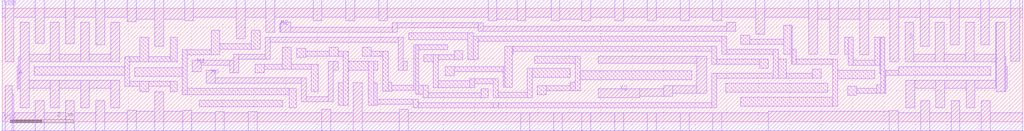
<source format=lef>
SITE IBM13SITE
    SYMMETRY Y  ;
    CLASS CORE  ;
    SIZE 0.400 BY 3.600 ;
END IBM13SITE

MACRO XOR3XLTR
    CLASS CORE ;
    FOREIGN XOR3XLTR 0.000 0.000  ;
    ORIGIN 0.000 0.000 ;
    SIZE 7.600 BY 3.600 ;
    SYMMETRY X Y ;
    SITE IBM13SITE ;
    PIN Y
        DIRECTION OUTPUT ;
        PORT
        LAYER M1 ;
        RECT  7.290 1.030 7.520 3.160 ;
        RECT  7.280 2.040 7.290 3.160 ;
        END
        ANTENNADIFFAREA 1.202 ;
    END Y
    PIN C
        DIRECTION INPUT ;
        PORT
        LAYER M1 ;
        RECT  6.480 2.350 6.720 2.830 ;
        END
        ANTENNAGATEAREA 0.1152 ;
    END C
    PIN B
        DIRECTION INPUT ;
        PORT
        LAYER M1 ;
        RECT  4.300 1.640 4.460 2.360 ;
        RECT  4.200 1.640 4.300 1.960 ;
        RECT  4.040 1.180 4.200 1.960 ;
        END
        ANTENNAGATEAREA 0.1728 ;
    END B
    PIN A
        DIRECTION INPUT ;
        PORT
        LAYER M1 ;
        RECT  0.080 1.240 0.440 2.360 ;
        END
        ANTENNAGATEAREA 0.0576 ;
    END A
    PIN VSS
        DIRECTION INOUT ;
        USE GROUND ;
        SHAPE ABUTMENT ;
        PORT
        LAYER M1 ;
        RECT  7.070 -0.280 7.600 0.280 ;
        RECT  6.780 -0.280 7.070 0.340 ;
        RECT  1.840 -0.280 6.780 0.280 ;
        RECT  1.560 -0.280 1.840 0.610 ;
        RECT  0.360 -0.280 1.560 0.280 ;
        RECT  0.090 -0.280 0.360 0.770 ;
        RECT  0.000 -0.280 0.090 0.280 ;
        END
    END VSS
    PIN VDD
        DIRECTION INOUT ;
        USE POWER ;
        SHAPE ABUTMENT ;
        PORT
        LAYER M1 ;
        RECT  7.040 3.320 7.600 3.880 ;
        RECT  6.880 1.970 7.040 3.880 ;
        RECT  6.710 1.970 6.880 2.130 ;
        RECT  2.300 3.320 6.880 3.880 ;
        RECT  2.020 2.930 2.300 3.880 ;
        RECT  0.380 3.320 2.020 3.880 ;
        RECT  0.120 3.190 0.380 3.880 ;
        RECT  0.000 3.320 0.120 3.880 ;
        END
    END VDD
    OBS
        LAYER M1 ;
        RECT  6.970 0.540 7.130 1.750 ;
        RECT  5.430 0.540 6.970 0.700 ;
        RECT  6.330 0.910 6.490 2.190 ;
        RECT  6.290 0.910 6.330 1.620 ;
        RECT  6.060 1.460 6.290 1.620 ;
        RECT  5.900 0.890 6.120 1.050 ;
        RECT  6.110 2.450 6.120 3.090 ;
        RECT  5.950 1.800 6.110 3.090 ;
        RECT  5.900 1.800 5.950 1.960 ;
        RECT  2.620 2.930 5.950 3.090 ;
        RECT  5.740 0.890 5.900 1.960 ;
        RECT  5.430 2.550 5.700 2.710 ;
        RECT  5.270 0.540 5.430 2.710 ;
        RECT  4.940 0.830 5.100 2.770 ;
        RECT  4.890 0.830 4.940 1.110 ;
        RECT  4.710 0.450 4.890 1.110 ;
        RECT  4.620 1.320 4.780 2.710 ;
        RECT  3.880 0.450 4.710 0.610 ;
        RECT  4.530 1.320 4.620 1.480 ;
        RECT  3.240 2.550 4.620 2.710 ;
        RECT  4.370 0.840 4.530 1.480 ;
        RECT  4.090 0.840 4.370 1.000 ;
        RECT  3.880 2.120 4.040 2.360 ;
        RECT  3.720 0.450 3.880 2.360 ;
        RECT  3.400 0.450 3.560 2.360 ;
        RECT  2.160 0.450 3.400 0.610 ;
        RECT  3.080 0.770 3.240 2.710 ;
        RECT  2.480 0.770 3.080 0.930 ;
        RECT  2.640 1.090 2.920 2.450 ;
        RECT  1.400 2.290 2.640 2.450 ;
        RECT  2.460 2.610 2.620 3.090 ;
        RECT  2.320 0.770 2.480 2.130 ;
        RECT  1.080 2.610 2.460 2.770 ;
        RECT  1.720 1.970 2.320 2.130 ;
        RECT  2.000 0.450 2.160 1.790 ;
        RECT  0.850 0.770 2.000 0.930 ;
        RECT  1.900 1.510 2.000 1.790 ;
        RECT  1.720 1.090 1.840 1.310 ;
        RECT  1.560 1.090 1.720 2.130 ;
        RECT  1.240 1.960 1.400 2.450 ;
        RECT  1.080 1.090 1.320 1.250 ;
        RECT  0.920 1.090 1.080 2.770 ;
        RECT  0.760 0.510 0.850 0.930 ;
        RECT  0.600 0.510 0.760 2.830 ;
    END
END XOR3XLTR

MACRO XOR3X4TR
    CLASS CORE ;
    FOREIGN XOR3X4TR 0.000 0.000  ;
    ORIGIN 0.000 0.000 ;
    SIZE 10.800 BY 3.600 ;
    SYMMETRY X Y ;
    SITE IBM13SITE ;
    PIN Y
        DIRECTION OUTPUT ;
        PORT
        LAYER M1 ;
        RECT  10.320 1.280 10.420 2.280 ;
        RECT  10.220 0.440 10.320 2.280 ;
        RECT  10.180 0.440 10.220 3.160 ;
        RECT  9.910 0.440 10.180 1.440 ;
        RECT  9.940 2.040 10.180 3.160 ;
        END
        ANTENNADIFFAREA 3.996 ;
    END Y
    PIN C
        DIRECTION INPUT ;
        PORT
        LAYER M1 ;
        RECT  9.460 1.240 9.560 1.560 ;
        RECT  9.240 1.240 9.460 1.680 ;
        RECT  9.180 1.400 9.240 1.680 ;
        END
        ANTENNAGATEAREA 0.5832 ;
    END C
    PIN B
        DIRECTION INPUT ;
        PORT
        LAYER M1 ;
        RECT  5.800 1.390 6.020 2.340 ;
        RECT  5.740 1.390 5.800 1.960 ;
        RECT  5.640 1.270 5.740 1.960 ;
        RECT  5.520 1.270 5.640 1.550 ;
        END
        ANTENNAGATEAREA 0.8904 ;
    END B
    PIN A
        DIRECTION INPUT ;
        PORT
        LAYER M1 ;
        RECT  0.320 1.600 0.570 1.860 ;
        RECT  0.080 1.240 0.320 2.360 ;
        END
        ANTENNAGATEAREA 0.264 ;
    END A
    PIN VSS
        DIRECTION INOUT ;
        USE GROUND ;
        SHAPE ABUTMENT ;
        PORT
        LAYER M1 ;
        RECT  10.710 -0.280 10.800 0.280 ;
        RECT  10.480 -0.280 10.710 1.120 ;
        RECT  9.670 -0.280 10.480 0.280 ;
        RECT  9.390 -0.280 9.670 0.800 ;
        RECT  4.240 -0.280 9.390 0.280 ;
        RECT  3.960 -0.280 4.240 0.350 ;
        RECT  3.140 -0.280 3.960 0.280 ;
        RECT  2.980 -0.280 3.140 0.350 ;
        RECT  0.370 -0.280 2.980 0.280 ;
        RECT  0.090 -0.280 0.370 1.010 ;
        RECT  0.000 -0.280 0.090 0.280 ;
        END
    END VSS
    PIN VDD
        DIRECTION INOUT ;
        USE POWER ;
        SHAPE ABUTMENT ;
        PORT
        LAYER M1 ;
        RECT  10.700 3.320 10.800 3.880 ;
        RECT  10.420 2.590 10.700 3.880 ;
        RECT  9.700 3.320 10.420 3.880 ;
        RECT  9.420 2.730 9.700 3.880 ;
        RECT  4.060 3.260 9.420 3.880 ;
        RECT  3.760 3.020 4.060 3.880 ;
        RECT  3.000 3.320 3.760 3.880 ;
        RECT  2.720 2.680 3.000 3.880 ;
        RECT  0.370 3.320 2.720 3.880 ;
        RECT  0.090 2.590 0.370 3.880 ;
        RECT  0.000 3.320 0.090 3.880 ;
        END
    END VDD
    OBS
        LAYER M1 ;
        RECT  9.780 1.600 10.020 1.880 ;
        RECT  9.740 1.600 9.780 2.570 ;
        RECT  9.620 1.720 9.740 2.570 ;
        RECT  9.020 2.410 9.620 2.570 ;
        RECT  9.020 1.970 9.180 2.250 ;
        RECT  9.020 0.960 9.080 1.240 ;
        RECT  8.860 0.960 9.020 2.250 ;
        RECT  8.860 2.410 9.020 3.100 ;
        RECT  8.800 0.960 8.860 1.850 ;
        RECT  8.260 2.940 8.860 3.100 ;
        RECT  8.740 1.570 8.800 1.850 ;
        RECT  8.580 0.440 8.740 0.780 ;
        RECT  8.580 2.010 8.700 2.780 ;
        RECT  8.420 0.440 8.580 2.780 ;
        RECT  6.820 0.440 8.420 0.600 ;
        RECT  8.100 0.760 8.260 3.100 ;
        RECT  7.980 0.760 8.100 1.100 ;
        RECT  7.940 2.240 8.100 2.800 ;
        RECT  7.300 0.760 7.980 0.920 ;
        RECT  7.620 1.080 7.780 1.310 ;
        RECT  7.620 2.240 7.740 3.100 ;
        RECT  7.460 1.080 7.620 3.100 ;
        RECT  4.400 2.940 7.460 3.100 ;
        RECT  7.140 0.760 7.300 1.100 ;
        RECT  7.140 2.240 7.260 2.780 ;
        RECT  6.980 0.760 7.140 2.780 ;
        RECT  6.660 0.440 6.820 2.780 ;
        RECT  6.540 0.440 6.660 1.260 ;
        RECT  6.500 1.960 6.660 2.780 ;
        RECT  5.780 0.440 6.540 0.660 ;
        RECT  6.180 0.940 6.340 2.780 ;
        RECT  6.060 0.940 6.180 1.220 ;
        RECT  6.020 2.500 6.180 2.780 ;
        RECT  4.720 2.620 6.020 2.780 ;
        RECT  5.460 0.440 5.780 1.090 ;
        RECT  5.480 2.120 5.640 2.400 ;
        RECT  5.360 1.710 5.480 2.400 ;
        RECT  5.360 0.930 5.460 1.090 ;
        RECT  5.320 0.930 5.360 2.400 ;
        RECT  5.200 0.930 5.320 1.870 ;
        RECT  5.040 0.510 5.240 0.720 ;
        RECT  5.040 2.030 5.160 2.310 ;
        RECT  4.880 0.510 5.040 2.310 ;
        RECT  4.040 0.510 4.880 0.720 ;
        RECT  4.640 1.610 4.720 1.890 ;
        RECT  4.560 2.380 4.720 2.780 ;
        RECT  4.570 0.940 4.700 1.220 ;
        RECT  4.570 1.610 4.640 2.220 ;
        RECT  4.410 0.940 4.570 2.220 ;
        RECT  3.990 2.380 4.560 2.540 ;
        RECT  4.360 1.650 4.410 2.220 ;
        RECT  4.240 2.700 4.400 3.100 ;
        RECT  2.090 1.650 4.360 1.810 ;
        RECT  3.670 2.700 4.240 2.860 ;
        RECT  3.880 0.510 4.040 1.490 ;
        RECT  3.830 2.040 3.990 2.540 ;
        RECT  2.820 0.510 3.880 0.670 ;
        RECT  3.170 1.270 3.880 1.490 ;
        RECT  1.810 2.040 3.830 2.200 ;
        RECT  3.440 0.830 3.720 1.110 ;
        RECT  3.510 2.360 3.670 2.860 ;
        RECT  2.290 2.360 3.510 2.520 ;
        RECT  2.940 0.950 3.440 1.110 ;
        RECT  2.750 0.950 2.940 1.370 ;
        RECT  2.660 0.440 2.820 0.670 ;
        RECT  2.010 1.210 2.750 1.370 ;
        RECT  0.890 0.440 2.660 0.600 ;
        RECT  2.240 0.760 2.470 1.040 ;
        RECT  2.170 2.360 2.290 2.630 ;
        RECT  1.330 0.760 2.240 0.920 ;
        RECT  2.010 2.360 2.170 3.160 ;
        RECT  1.810 1.650 2.090 1.880 ;
        RECT  1.650 1.080 2.010 1.370 ;
        RECT  1.330 3.000 2.010 3.160 ;
        RECT  1.650 2.040 1.810 2.840 ;
        RECT  1.490 1.080 1.650 2.840 ;
        RECT  1.210 0.760 1.330 1.080 ;
        RECT  1.210 2.020 1.330 3.160 ;
        RECT  1.170 0.760 1.210 3.160 ;
        RECT  1.050 0.760 1.170 2.890 ;
        RECT  0.730 0.440 0.890 3.160 ;
        RECT  0.570 0.440 0.730 1.310 ;
        RECT  0.570 2.020 0.730 3.160 ;
    END
END XOR3X4TR

MACRO XOR3X2TR
    CLASS CORE ;
    FOREIGN XOR3X2TR 0.000 0.000  ;
    ORIGIN 0.000 0.000 ;
    SIZE 7.600 BY 3.600 ;
    SYMMETRY X Y ;
    SITE IBM13SITE ;
    PIN Y
        DIRECTION OUTPUT ;
        PORT
        LAYER M1 ;
        RECT  7.360 0.440 7.520 3.160 ;
        RECT  7.230 0.440 7.360 1.310 ;
        RECT  7.280 1.920 7.360 3.160 ;
        END
        ANTENNADIFFAREA 3.552 ;
    END Y
    PIN C
        DIRECTION INPUT ;
        PORT
        LAYER M1 ;
        RECT  6.350 2.360 6.750 2.760 ;
        END
        ANTENNAGATEAREA 0.2856 ;
    END C
    PIN B
        DIRECTION INPUT ;
        PORT
        LAYER M1 ;
        RECT  4.240 2.040 4.350 2.520 ;
        RECT  4.080 1.250 4.240 2.520 ;
        END
        ANTENNAGATEAREA 0.6408 ;
    END B
    PIN A
        DIRECTION INPUT ;
        PORT
        LAYER M1 ;
        RECT  0.080 1.240 0.360 2.360 ;
        END
        ANTENNAGATEAREA 0.264 ;
    END A
    PIN VSS
        DIRECTION INOUT ;
        USE GROUND ;
        SHAPE ABUTMENT ;
        PORT
        LAYER M1 ;
        RECT  6.990 -0.280 7.600 0.280 ;
        RECT  6.710 -0.280 6.990 0.400 ;
        RECT  2.450 -0.280 6.710 0.340 ;
        RECT  2.290 -0.280 2.450 1.320 ;
        RECT  0.370 -0.280 2.290 0.280 ;
        RECT  0.090 -0.280 0.370 1.070 ;
        RECT  0.000 -0.280 0.090 0.280 ;
        END
    END VSS
    PIN VDD
        DIRECTION INOUT ;
        USE POWER ;
        SHAPE ABUTMENT ;
        PORT
        LAYER M1 ;
        RECT  6.950 3.320 7.600 3.880 ;
        RECT  6.670 3.020 6.950 3.880 ;
        RECT  2.480 3.320 6.670 3.880 ;
        RECT  2.200 2.990 2.480 3.880 ;
        RECT  0.370 3.320 2.200 3.880 ;
        RECT  0.090 2.530 0.370 3.880 ;
        RECT  0.000 3.320 0.090 3.880 ;
        END
    END VDD
    OBS
        LAYER M1 ;
        RECT  7.070 1.470 7.200 1.750 ;
        RECT  6.910 0.560 7.070 1.750 ;
        RECT  5.590 0.560 6.910 0.720 ;
        RECT  6.350 1.030 6.630 2.200 ;
        RECT  6.340 1.470 6.350 2.200 ;
        RECT  6.230 1.470 6.340 1.750 ;
        RECT  6.070 2.770 6.170 3.160 ;
        RECT  5.890 0.880 6.070 3.160 ;
        RECT  5.790 0.880 5.890 1.160 ;
        RECT  2.800 3.000 5.890 3.160 ;
        RECT  5.590 2.140 5.690 2.840 ;
        RECT  5.430 0.560 5.590 2.840 ;
        RECT  5.410 0.830 5.430 2.840 ;
        RECT  5.310 0.830 5.410 1.140 ;
        RECT  5.110 2.140 5.210 2.840 ;
        RECT  4.930 0.500 5.110 2.840 ;
        RECT  4.830 0.500 4.930 1.320 ;
        RECT  4.100 0.500 4.830 0.660 ;
        RECT  4.570 1.480 4.730 2.840 ;
        RECT  4.410 0.820 4.570 1.640 ;
        RECT  4.510 2.560 4.570 2.840 ;
        RECT  3.120 2.680 4.510 2.840 ;
        RECT  3.910 0.500 4.100 1.090 ;
        RECT  3.910 1.900 3.920 2.450 ;
        RECT  3.750 0.500 3.910 2.450 ;
        RECT  3.700 1.920 3.750 2.450 ;
        RECT  3.520 0.500 3.550 1.210 ;
        RECT  3.360 0.500 3.520 2.290 ;
        RECT  2.770 0.500 3.360 0.660 ;
        RECT  3.280 2.010 3.360 2.290 ;
        RECT  2.960 2.350 3.120 2.840 ;
        RECT  2.930 0.930 3.090 2.190 ;
        RECT  1.430 2.350 2.960 2.510 ;
        RECT  1.750 2.030 2.930 2.190 ;
        RECT  2.640 2.670 2.800 3.160 ;
        RECT  2.610 0.500 2.770 1.640 ;
        RECT  1.110 2.670 2.640 2.830 ;
        RECT  2.250 1.480 2.610 1.640 ;
        RECT  2.130 1.480 2.250 1.760 ;
        RECT  1.970 0.440 2.130 1.760 ;
        RECT  0.790 0.440 1.970 0.600 ;
        RECT  1.530 0.790 1.810 1.360 ;
        RECT  1.590 1.520 1.750 2.190 ;
        RECT  1.430 1.200 1.530 1.360 ;
        RECT  1.270 1.200 1.430 2.510 ;
        RECT  1.110 0.760 1.330 1.040 ;
        RECT  0.950 0.760 1.110 2.830 ;
        RECT  0.570 0.440 0.790 3.160 ;
    END
END XOR3X2TR

MACRO XOR3X1TR
    CLASS CORE ;
    FOREIGN XOR3X1TR 0.000 0.000  ;
    ORIGIN 0.000 0.000 ;
    SIZE 7.600 BY 3.600 ;
    SYMMETRY X Y ;
    SITE IBM13SITE ;
    PIN Y
        DIRECTION OUTPUT ;
        PORT
        LAYER M1 ;
        RECT  7.280 0.920 7.520 2.550 ;
        RECT  7.200 0.920 7.280 1.200 ;
        RECT  7.250 1.910 7.280 2.550 ;
        END
        ANTENNADIFFAREA 1.76 ;
    END Y
    PIN C
        DIRECTION INPUT ;
        PORT
        LAYER M1 ;
        RECT  6.400 2.380 6.720 2.760 ;
        END
        ANTENNAGATEAREA 0.1608 ;
    END C
    PIN B
        DIRECTION INPUT ;
        PORT
        LAYER M1 ;
        RECT  4.260 1.640 4.420 2.180 ;
        RECT  4.200 1.640 4.260 1.960 ;
        RECT  4.040 1.180 4.200 1.960 ;
        END
        ANTENNAGATEAREA 0.3552 ;
    END B
    PIN A
        DIRECTION INPUT ;
        PORT
        LAYER M1 ;
        RECT  0.080 0.840 0.380 1.960 ;
        END
        ANTENNAGATEAREA 0.1488 ;
    END A
    PIN VSS
        DIRECTION INOUT ;
        USE GROUND ;
        SHAPE ABUTMENT ;
        PORT
        LAYER M1 ;
        RECT  6.940 -0.280 7.600 0.280 ;
        RECT  6.660 -0.280 6.940 0.340 ;
        RECT  1.840 -0.280 6.660 0.280 ;
        RECT  1.560 -0.280 1.840 0.580 ;
        RECT  0.400 -0.280 1.560 0.280 ;
        RECT  0.090 -0.280 0.400 0.560 ;
        RECT  0.000 -0.280 0.090 0.280 ;
        END
    END VSS
    PIN VDD
        DIRECTION INOUT ;
        USE POWER ;
        SHAPE ABUTMENT ;
        PORT
        LAYER M1 ;
        RECT  6.950 3.320 7.600 3.880 ;
        RECT  6.670 2.920 6.950 3.880 ;
        RECT  2.340 3.320 6.670 3.880 ;
        RECT  2.060 2.930 2.340 3.880 ;
        RECT  0.410 3.320 2.060 3.880 ;
        RECT  0.100 3.260 0.410 3.880 ;
        RECT  0.000 3.320 0.100 3.880 ;
        END
    END VDD
    OBS
        LAYER M1 ;
        RECT  6.840 1.360 7.120 1.640 ;
        RECT  6.680 0.590 6.840 1.640 ;
        RECT  5.380 0.590 6.680 0.750 ;
        RECT  6.160 1.030 6.320 2.190 ;
        RECT  5.860 1.500 6.160 1.660 ;
        RECT  5.860 2.370 6.020 2.650 ;
        RECT  5.700 0.910 5.920 1.070 ;
        RECT  5.700 1.820 5.860 3.000 ;
        RECT  5.540 0.910 5.700 1.980 ;
        RECT  2.660 2.840 5.700 3.000 ;
        RECT  5.380 2.140 5.540 2.650 ;
        RECT  5.220 0.590 5.380 2.300 ;
        RECT  4.900 0.830 5.060 2.650 ;
        RECT  4.840 0.830 4.900 0.990 ;
        RECT  4.680 0.540 4.840 0.990 ;
        RECT  4.580 1.150 4.740 2.680 ;
        RECT  3.880 0.540 4.680 0.700 ;
        RECT  4.520 1.150 4.580 1.310 ;
        RECT  3.240 2.520 4.580 2.680 ;
        RECT  4.360 0.860 4.520 1.310 ;
        RECT  4.200 0.860 4.360 1.020 ;
        RECT  3.880 2.200 4.100 2.360 ;
        RECT  3.720 0.540 3.880 2.360 ;
        RECT  3.400 0.450 3.560 2.190 ;
        RECT  2.160 0.450 3.400 0.610 ;
        RECT  3.080 0.770 3.240 2.680 ;
        RECT  2.480 0.770 3.080 0.930 ;
        RECT  2.760 1.090 2.920 2.450 ;
        RECT  2.640 1.090 2.760 1.250 ;
        RECT  2.640 2.170 2.760 2.450 ;
        RECT  2.500 2.610 2.660 3.000 ;
        RECT  1.400 2.290 2.640 2.450 ;
        RECT  1.080 2.610 2.500 2.770 ;
        RECT  2.320 0.770 2.480 2.130 ;
        RECT  1.720 1.970 2.320 2.130 ;
        RECT  2.000 0.450 2.160 1.580 ;
        RECT  0.760 0.770 2.000 0.930 ;
        RECT  1.880 1.420 2.000 1.580 ;
        RECT  1.720 1.090 1.840 1.250 ;
        RECT  1.560 1.090 1.720 2.130 ;
        RECT  1.240 1.700 1.400 2.450 ;
        RECT  1.080 1.090 1.320 1.250 ;
        RECT  0.920 1.090 1.080 2.770 ;
        RECT  0.600 0.770 0.760 2.950 ;
    END
END XOR3X1TR

MACRO XOR2XLTR
    CLASS CORE ;
    FOREIGN XOR2XLTR 0.000 0.000  ;
    ORIGIN 0.000 0.000 ;
    SIZE 3.200 BY 3.600 ;
    SYMMETRY X Y ;
    SITE IBM13SITE ;
    PIN Y
        DIRECTION OUTPUT ;
        PORT
        LAYER M1 ;
        RECT  2.040 0.950 2.320 2.560 ;
        RECT  1.980 0.950 2.040 1.230 ;
        RECT  1.980 2.280 2.040 2.560 ;
        END
        ANTENNADIFFAREA 1.893 ;
    END Y
    PIN B
        DIRECTION INPUT ;
        PORT
        LAYER M1 ;
        RECT  1.120 1.100 1.180 1.380 ;
        RECT  0.900 1.100 1.120 1.560 ;
        RECT  0.840 1.220 0.900 1.560 ;
        END
        ANTENNAGATEAREA 0.0816 ;
    END B
    PIN A
        DIRECTION INPUT ;
        PORT
        LAYER M1 ;
        RECT  0.440 2.720 0.720 3.160 ;
        END
        ANTENNAGATEAREA 0.1392 ;
    END A
    PIN VSS
        DIRECTION INOUT ;
        USE GROUND ;
        SHAPE ABUTMENT ;
        PORT
        LAYER M1 ;
        RECT  2.760 -0.280 3.200 0.280 ;
        RECT  1.040 -0.280 2.760 0.340 ;
        RECT  0.760 -0.280 1.040 0.940 ;
        RECT  0.000 -0.280 0.760 0.280 ;
        END
    END VSS
    PIN VDD
        DIRECTION INOUT ;
        USE POWER ;
        SHAPE ABUTMENT ;
        PORT
        LAYER M1 ;
        RECT  2.760 3.320 3.200 3.880 ;
        RECT  2.480 3.200 2.760 3.880 ;
        RECT  1.160 3.260 2.480 3.880 ;
        RECT  0.880 2.330 1.160 3.880 ;
        RECT  0.000 3.320 0.880 3.880 ;
        END
    END VDD
    OBS
        LAYER M1 ;
        RECT  2.920 0.630 3.080 1.550 ;
        RECT  1.820 0.630 2.920 0.790 ;
        RECT  2.480 0.950 2.760 3.000 ;
        RECT  1.660 0.630 1.820 2.370 ;
        RECT  1.340 0.770 1.660 1.050 ;
        RECT  1.640 2.210 1.660 2.370 ;
        RECT  1.360 2.210 1.640 2.490 ;
        RECT  1.280 1.540 1.500 1.880 ;
        RECT  0.480 1.720 1.280 1.880 ;
        RECT  0.320 0.850 0.480 2.490 ;
        RECT  0.200 0.850 0.320 1.130 ;
        RECT  0.200 2.210 0.320 2.490 ;
    END
END XOR2XLTR

MACRO XOR2X4TR
    CLASS CORE ;
    FOREIGN XOR2X4TR 0.000 0.000  ;
    ORIGIN 0.000 0.000 ;
    SIZE 8.000 BY 3.600 ;
    SYMMETRY X Y ;
    SITE IBM13SITE ;
    PIN Y
        DIRECTION OUTPUT ;
        PORT
        LAYER M1 ;
        RECT  5.580 0.910 5.860 1.190 ;
        RECT  5.520 1.970 5.700 2.330 ;
        RECT  5.520 0.950 5.580 1.190 ;
        RECT  5.420 0.950 5.520 2.330 ;
        RECT  5.280 0.950 5.420 2.210 ;
        RECT  4.900 0.950 5.280 1.190 ;
        RECT  4.740 1.960 5.280 2.210 ;
        RECT  4.620 0.470 4.900 1.190 ;
        RECT  4.460 1.960 4.740 2.330 ;
        RECT  3.940 0.950 4.620 1.190 ;
        RECT  3.780 1.960 4.460 2.210 ;
        RECT  3.660 0.910 3.940 1.190 ;
        RECT  3.500 1.960 3.780 2.330 ;
        END
        ANTENNADIFFAREA 9.504 ;
    END Y
    PIN B
        DIRECTION INPUT ;
        PORT
        LAYER M1 ;
        RECT  0.340 1.610 1.180 1.960 ;
        END
        ANTENNAGATEAREA 0.6384 ;
    END B
    PIN A
        DIRECTION INPUT ;
        PORT
        LAYER M1 ;
        RECT  2.480 1.470 2.700 1.750 ;
        RECT  2.320 1.590 2.480 1.750 ;
        RECT  2.040 1.240 2.320 1.750 ;
        END
        ANTENNAGATEAREA 0.8856 ;
    END A
    PIN VSS
        DIRECTION INOUT ;
        USE GROUND ;
        SHAPE ABUTMENT ;
        PORT
        LAYER M1 ;
        RECT  7.780 -0.280 8.000 0.280 ;
        RECT  7.500 -0.280 7.780 1.190 ;
        RECT  6.820 -0.280 7.500 0.280 ;
        RECT  6.540 -0.280 6.820 0.750 ;
        RECT  2.460 -0.280 6.540 0.280 ;
        RECT  2.180 -0.280 2.460 0.400 ;
        RECT  1.460 -0.280 2.180 0.340 ;
        RECT  1.180 -0.280 1.460 1.040 ;
        RECT  0.460 -0.280 1.180 0.340 ;
        RECT  0.180 -0.280 0.460 1.260 ;
        RECT  0.000 -0.280 0.180 0.280 ;
        END
    END VSS
    PIN VDD
        DIRECTION INOUT ;
        USE POWER ;
        SHAPE ABUTMENT ;
        PORT
        LAYER M1 ;
        RECT  7.880 3.320 8.000 3.880 ;
        RECT  7.600 3.200 7.880 3.880 ;
        RECT  7.000 3.260 7.600 3.880 ;
        RECT  6.720 2.110 7.000 3.880 ;
        RECT  2.440 3.260 6.720 3.880 ;
        RECT  2.160 3.100 2.440 3.880 ;
        RECT  1.460 3.260 2.160 3.880 ;
        RECT  1.180 2.440 1.460 3.880 ;
        RECT  0.460 3.260 1.180 3.880 ;
        RECT  0.180 2.220 0.460 3.880 ;
        RECT  0.000 3.320 0.180 3.880 ;
        END
    END VDD
    OBS
        LAYER M1 ;
        RECT  7.340 1.790 7.480 2.890 ;
        RECT  7.200 0.470 7.340 2.890 ;
        RECT  7.180 0.470 7.200 1.950 ;
        RECT  7.020 0.470 7.180 1.190 ;
        RECT  6.520 1.790 7.180 1.950 ;
        RECT  6.340 1.030 7.020 1.190 ;
        RECT  6.340 1.350 7.020 1.630 ;
        RECT  6.360 1.790 6.520 3.090 ;
        RECT  6.240 1.910 6.360 2.190 ;
        RECT  3.020 2.810 6.360 3.090 ;
        RECT  6.060 0.470 6.340 1.190 ;
        RECT  6.060 1.470 6.340 1.630 ;
        RECT  6.060 2.370 6.180 2.650 ;
        RECT  5.380 0.470 6.060 0.630 ;
        RECT  5.900 1.470 6.060 2.650 ;
        RECT  5.220 2.490 5.900 2.650 ;
        RECT  5.100 0.470 5.380 0.750 ;
        RECT  4.940 2.370 5.220 2.650 ;
        RECT  4.740 1.350 5.120 1.630 ;
        RECT  1.940 2.490 4.940 2.650 ;
        RECT  3.020 1.350 4.740 1.510 ;
        RECT  4.140 0.460 4.420 0.750 ;
        RECT  3.460 0.460 4.140 0.630 ;
        RECT  3.180 0.460 3.460 1.190 ;
        RECT  1.940 0.710 3.180 0.870 ;
        RECT  2.860 1.030 3.020 2.190 ;
        RECT  2.700 1.030 2.860 1.310 ;
        RECT  2.680 1.910 2.860 2.190 ;
        RECT  1.780 0.710 1.940 1.040 ;
        RECT  1.780 2.120 1.940 2.650 ;
        RECT  1.660 0.760 1.780 2.650 ;
        RECT  1.620 0.760 1.660 2.280 ;
        RECT  0.980 1.200 1.620 1.360 ;
        RECT  0.980 2.120 1.620 2.280 ;
        RECT  0.820 1.030 0.980 1.360 ;
        RECT  0.700 2.120 0.980 2.720 ;
        RECT  0.700 1.030 0.820 1.310 ;
    END
END XOR2X4TR

MACRO XOR2X2TR
    CLASS CORE ;
    FOREIGN XOR2X2TR 0.000 0.000  ;
    ORIGIN 0.000 0.000 ;
    SIZE 5.200 BY 3.600 ;
    SYMMETRY X Y ;
    SITE IBM13SITE ;
    PIN Y
        DIRECTION OUTPUT ;
        PORT
        LAYER M1 ;
        RECT  4.990 0.840 5.120 2.950 ;
        RECT  4.830 0.590 4.990 2.950 ;
        RECT  4.150 0.590 4.830 0.750 ;
        RECT  3.990 0.590 4.150 2.780 ;
        RECT  3.870 0.590 3.990 1.020 ;
        RECT  3.870 2.170 3.990 2.780 ;
        RECT  3.230 0.590 3.870 0.750 ;
        RECT  3.070 0.590 3.230 2.450 ;
        RECT  2.910 0.920 3.070 1.200 ;
        RECT  2.910 2.170 3.070 2.450 ;
        END
        ANTENNADIFFAREA 6.602 ;
    END Y
    PIN B
        DIRECTION INPUT ;
        PORT
        LAYER M1 ;
        RECT  0.760 1.360 0.970 1.640 ;
        RECT  0.440 1.240 0.760 1.640 ;
        RECT  0.330 1.360 0.440 1.640 ;
        END
        ANTENNAGATEAREA 0.3192 ;
    END B
    PIN A
        DIRECTION INPUT ;
        PORT
        LAYER M1 ;
        RECT  2.260 1.640 2.430 1.960 ;
        RECT  2.040 1.630 2.260 1.960 ;
        END
        ANTENNAGATEAREA 0.444 ;
    END A
    PIN VSS
        DIRECTION INOUT ;
        USE GROUND ;
        SHAPE ABUTMENT ;
        PORT
        LAYER M1 ;
        RECT  1.210 -0.280 5.200 0.280 ;
        RECT  0.930 -0.280 1.210 0.400 ;
        RECT  0.410 -0.280 0.930 0.280 ;
        RECT  0.130 -0.280 0.410 0.400 ;
        RECT  0.000 -0.280 0.130 0.280 ;
        END
    END VSS
    PIN VDD
        DIRECTION INOUT ;
        USE POWER ;
        SHAPE ABUTMENT ;
        PORT
        LAYER M1 ;
        RECT  2.480 3.320 5.200 3.880 ;
        RECT  0.410 3.260 2.480 3.880 ;
        RECT  0.130 3.200 0.410 3.880 ;
        RECT  0.000 3.320 0.130 3.880 ;
        END
    END VDD
    OBS
        LAYER M1 ;
        RECT  4.510 0.910 4.630 1.190 ;
        RECT  4.510 2.170 4.630 2.950 ;
        RECT  4.350 0.910 4.510 3.100 ;
        RECT  1.290 2.940 4.350 3.100 ;
        RECT  3.510 1.010 3.670 2.780 ;
        RECT  3.390 1.010 3.510 1.290 ;
        RECT  3.390 2.170 3.510 2.780 ;
        RECT  1.790 2.620 3.390 2.780 ;
        RECT  2.750 1.360 2.910 1.640 ;
        RECT  2.590 0.960 2.750 2.400 ;
        RECT  2.430 0.960 2.590 1.240 ;
        RECT  2.430 2.120 2.590 2.400 ;
        RECT  1.730 1.030 1.790 1.310 ;
        RECT  1.730 2.030 1.790 2.780 ;
        RECT  1.570 1.030 1.730 2.780 ;
        RECT  1.510 1.030 1.570 1.310 ;
        RECT  1.290 1.360 1.350 1.640 ;
        RECT  1.130 0.920 1.290 3.100 ;
        RECT  0.810 0.920 1.130 1.080 ;
        RECT  0.810 2.030 1.130 2.190 ;
        RECT  0.530 0.800 0.810 1.080 ;
        RECT  0.530 2.030 0.810 2.810 ;
    END
END XOR2X2TR

MACRO XOR2X1TR
    CLASS CORE ;
    FOREIGN XOR2X1TR 0.000 0.000  ;
    ORIGIN 0.000 0.000 ;
    SIZE 3.200 BY 3.600 ;
    SYMMETRY X Y ;
    SITE IBM13SITE ;
    PIN Y
        DIRECTION OUTPUT ;
        PORT
        LAYER M1 ;
        RECT  1.990 0.910 2.150 2.760 ;
        RECT  1.650 0.910 1.990 1.190 ;
        RECT  1.640 2.440 1.990 2.760 ;
        END
        ANTENNADIFFAREA 2.603 ;
    END Y
    PIN B
        DIRECTION INPUT ;
        PORT
        LAYER M1 ;
        RECT  1.130 1.240 1.160 1.560 ;
        RECT  0.820 1.240 1.130 1.630 ;
        END
        ANTENNAGATEAREA 0.1584 ;
    END B
    PIN A
        DIRECTION INPUT ;
        PORT
        LAYER M1 ;
        RECT  0.240 2.440 0.720 2.760 ;
        END
        ANTENNAGATEAREA 0.2184 ;
    END A
    PIN VSS
        DIRECTION INOUT ;
        USE GROUND ;
        SHAPE ABUTMENT ;
        PORT
        LAYER M1 ;
        RECT  3.110 -0.280 3.200 0.280 ;
        RECT  2.830 -0.280 3.110 0.400 ;
        RECT  0.970 -0.280 2.830 0.340 ;
        RECT  0.690 -0.280 0.970 1.020 ;
        RECT  0.000 -0.280 0.690 0.280 ;
        END
    END VSS
    PIN VDD
        DIRECTION INOUT ;
        USE POWER ;
        SHAPE ABUTMENT ;
        PORT
        LAYER M1 ;
        RECT  3.070 3.320 3.200 3.880 ;
        RECT  2.790 2.240 3.070 3.880 ;
        RECT  0.930 3.260 2.790 3.880 ;
        RECT  0.650 2.920 0.930 3.880 ;
        RECT  0.000 3.320 0.650 3.880 ;
        END
    END VDD
    OBS
        LAYER M1 ;
        RECT  2.910 1.540 3.030 1.820 ;
        RECT  2.750 0.590 2.910 1.820 ;
        RECT  1.490 0.590 2.750 0.750 ;
        RECT  2.310 0.980 2.590 2.950 ;
        RECT  1.670 1.350 1.830 2.270 ;
        RECT  1.490 1.350 1.670 1.510 ;
        RECT  1.450 2.110 1.670 2.270 ;
        RECT  1.290 1.670 1.510 1.950 ;
        RECT  1.330 0.590 1.490 1.510 ;
        RECT  1.170 2.110 1.450 2.590 ;
        RECT  1.170 0.740 1.330 1.020 ;
        RECT  0.450 1.790 1.290 1.950 ;
        RECT  0.410 1.790 0.450 2.280 ;
        RECT  0.250 0.980 0.410 2.280 ;
        RECT  0.090 0.980 0.250 1.260 ;
        RECT  0.130 2.000 0.250 2.280 ;
    END
END XOR2X1TR

MACRO XNOR3XLTR
    CLASS CORE ;
    FOREIGN XNOR3XLTR 0.000 0.000  ;
    ORIGIN 0.000 0.000 ;
    SIZE 7.600 BY 3.600 ;
    SYMMETRY X Y ;
    SITE IBM13SITE ;
    PIN Y
        DIRECTION OUTPUT ;
        PORT
        LAYER M1 ;
        RECT  7.290 1.030 7.520 3.160 ;
        RECT  7.280 2.040 7.290 3.160 ;
        END
        ANTENNADIFFAREA 1.202 ;
    END Y
    PIN C
        DIRECTION INPUT ;
        PORT
        LAYER M1 ;
        RECT  6.480 2.350 6.720 2.830 ;
        END
        ANTENNAGATEAREA 0.1152 ;
    END C
    PIN B
        DIRECTION INPUT ;
        PORT
        LAYER M1 ;
        RECT  4.300 1.640 4.460 2.360 ;
        RECT  4.200 1.640 4.300 1.960 ;
        RECT  4.040 1.180 4.200 1.960 ;
        END
        ANTENNAGATEAREA 0.1728 ;
    END B
    PIN A
        DIRECTION INPUT ;
        PORT
        LAYER M1 ;
        RECT  0.080 1.240 0.440 2.360 ;
        END
        ANTENNAGATEAREA 0.0576 ;
    END A
    PIN VSS
        DIRECTION INOUT ;
        USE GROUND ;
        SHAPE ABUTMENT ;
        PORT
        LAYER M1 ;
        RECT  7.070 -0.280 7.600 0.280 ;
        RECT  6.780 -0.280 7.070 0.340 ;
        RECT  1.840 -0.280 6.780 0.280 ;
        RECT  1.560 -0.280 1.840 0.610 ;
        RECT  0.360 -0.280 1.560 0.280 ;
        RECT  0.090 -0.280 0.360 0.770 ;
        RECT  0.000 -0.280 0.090 0.280 ;
        END
    END VSS
    PIN VDD
        DIRECTION INOUT ;
        USE POWER ;
        SHAPE ABUTMENT ;
        PORT
        LAYER M1 ;
        RECT  7.040 3.320 7.600 3.880 ;
        RECT  6.880 1.970 7.040 3.880 ;
        RECT  6.710 1.970 6.880 2.130 ;
        RECT  2.300 3.320 6.880 3.880 ;
        RECT  2.020 2.930 2.300 3.880 ;
        RECT  0.380 3.320 2.020 3.880 ;
        RECT  0.120 3.190 0.380 3.880 ;
        RECT  0.000 3.320 0.120 3.880 ;
        END
    END VDD
    OBS
        LAYER M1 ;
        RECT  6.970 0.540 7.130 1.750 ;
        RECT  5.430 0.540 6.970 0.700 ;
        RECT  6.330 0.910 6.490 2.190 ;
        RECT  6.290 0.910 6.330 1.620 ;
        RECT  6.060 1.460 6.290 1.620 ;
        RECT  5.900 0.890 6.120 1.050 ;
        RECT  6.110 2.450 6.120 2.740 ;
        RECT  5.950 1.800 6.110 3.070 ;
        RECT  5.900 1.800 5.950 1.960 ;
        RECT  2.620 2.910 5.950 3.070 ;
        RECT  5.740 0.890 5.900 1.960 ;
        RECT  5.480 2.130 5.640 2.740 ;
        RECT  5.430 2.130 5.480 2.290 ;
        RECT  5.270 0.540 5.430 2.290 ;
        RECT  4.940 0.830 5.100 2.740 ;
        RECT  4.890 0.830 4.940 1.110 ;
        RECT  4.710 0.450 4.890 1.110 ;
        RECT  4.620 1.320 4.780 2.680 ;
        RECT  3.880 0.450 4.710 0.610 ;
        RECT  4.530 1.320 4.620 1.480 ;
        RECT  3.240 2.520 4.620 2.680 ;
        RECT  4.370 0.840 4.530 1.480 ;
        RECT  4.090 0.840 4.370 1.000 ;
        RECT  3.880 2.120 4.040 2.360 ;
        RECT  3.720 0.450 3.880 2.330 ;
        RECT  3.400 0.450 3.560 2.360 ;
        RECT  2.160 0.450 3.400 0.610 ;
        RECT  3.080 0.770 3.240 2.680 ;
        RECT  2.480 0.770 3.080 0.930 ;
        RECT  2.640 1.090 2.920 2.450 ;
        RECT  1.400 2.290 2.640 2.450 ;
        RECT  2.460 2.610 2.620 3.070 ;
        RECT  2.320 0.770 2.480 2.130 ;
        RECT  1.080 2.610 2.460 2.770 ;
        RECT  1.720 1.970 2.320 2.130 ;
        RECT  2.000 0.450 2.160 1.790 ;
        RECT  0.850 0.770 2.000 0.930 ;
        RECT  1.900 1.510 2.000 1.790 ;
        RECT  1.720 1.090 1.840 1.310 ;
        RECT  1.560 1.090 1.720 2.130 ;
        RECT  1.240 1.960 1.400 2.450 ;
        RECT  1.080 1.090 1.320 1.250 ;
        RECT  0.920 1.090 1.080 2.770 ;
        RECT  0.760 0.510 0.850 0.930 ;
        RECT  0.600 0.510 0.760 2.830 ;
    END
END XNOR3XLTR

MACRO XNOR3X4TR
    CLASS CORE ;
    FOREIGN XNOR3X4TR 0.000 0.000  ;
    ORIGIN 0.000 0.000 ;
    SIZE 10.800 BY 3.600 ;
    SYMMETRY X Y ;
    SITE IBM13SITE ;
    PIN Y
        DIRECTION OUTPUT ;
        PORT
        LAYER M1 ;
        RECT  10.320 1.280 10.420 2.280 ;
        RECT  10.220 0.440 10.320 2.280 ;
        RECT  10.180 0.440 10.220 3.160 ;
        RECT  9.910 0.440 10.180 1.440 ;
        RECT  9.940 2.040 10.180 3.160 ;
        END
        ANTENNADIFFAREA 3.996 ;
    END Y
    PIN C
        DIRECTION INPUT ;
        PORT
        LAYER M1 ;
        RECT  9.460 1.240 9.560 1.560 ;
        RECT  9.280 1.240 9.460 1.680 ;
        RECT  9.180 1.400 9.280 1.680 ;
        END
        ANTENNAGATEAREA 0.5544 ;
    END C
    PIN B
        DIRECTION INPUT ;
        PORT
        LAYER M1 ;
        RECT  5.800 1.390 6.020 2.340 ;
        RECT  5.740 1.390 5.800 1.960 ;
        RECT  5.640 1.270 5.740 1.960 ;
        RECT  5.520 1.270 5.640 1.550 ;
        END
        ANTENNAGATEAREA 0.8904 ;
    END B
    PIN A
        DIRECTION INPUT ;
        PORT
        LAYER M1 ;
        RECT  0.320 1.600 0.570 1.860 ;
        RECT  0.080 1.240 0.320 2.360 ;
        END
        ANTENNAGATEAREA 0.264 ;
    END A
    PIN VSS
        DIRECTION INOUT ;
        USE GROUND ;
        SHAPE ABUTMENT ;
        PORT
        LAYER M1 ;
        RECT  10.710 -0.280 10.800 0.280 ;
        RECT  10.480 -0.280 10.710 1.120 ;
        RECT  9.670 -0.280 10.480 0.280 ;
        RECT  9.390 -0.280 9.670 0.800 ;
        RECT  4.240 -0.280 9.390 0.280 ;
        RECT  3.960 -0.280 4.240 0.350 ;
        RECT  3.140 -0.280 3.960 0.280 ;
        RECT  2.980 -0.280 3.140 0.350 ;
        RECT  0.370 -0.280 2.980 0.280 ;
        RECT  0.090 -0.280 0.370 1.010 ;
        RECT  0.000 -0.280 0.090 0.280 ;
        END
    END VSS
    PIN VDD
        DIRECTION INOUT ;
        USE POWER ;
        SHAPE ABUTMENT ;
        PORT
        LAYER M1 ;
        RECT  10.700 3.320 10.800 3.880 ;
        RECT  10.420 2.590 10.700 3.880 ;
        RECT  9.700 3.320 10.420 3.880 ;
        RECT  9.420 2.730 9.700 3.880 ;
        RECT  4.060 3.260 9.420 3.880 ;
        RECT  3.760 3.020 4.060 3.880 ;
        RECT  3.000 3.320 3.760 3.880 ;
        RECT  2.710 2.680 3.000 3.880 ;
        RECT  0.370 3.320 2.710 3.880 ;
        RECT  0.090 2.590 0.370 3.880 ;
        RECT  0.000 3.320 0.090 3.880 ;
        END
    END VDD
    OBS
        LAYER M1 ;
        RECT  9.780 1.600 10.020 1.880 ;
        RECT  9.740 1.600 9.780 2.570 ;
        RECT  9.620 1.720 9.740 2.570 ;
        RECT  9.020 2.410 9.620 2.570 ;
        RECT  9.020 1.970 9.180 2.250 ;
        RECT  9.020 0.960 9.090 1.240 ;
        RECT  8.860 0.960 9.020 2.250 ;
        RECT  8.860 2.410 9.020 3.100 ;
        RECT  8.800 0.960 8.860 1.850 ;
        RECT  8.260 2.940 8.860 3.100 ;
        RECT  8.740 1.570 8.800 1.850 ;
        RECT  8.580 0.440 8.740 0.780 ;
        RECT  8.580 2.310 8.700 2.690 ;
        RECT  8.420 0.440 8.580 2.690 ;
        RECT  6.820 0.440 8.420 0.600 ;
        RECT  8.100 0.760 8.260 3.100 ;
        RECT  7.980 0.760 8.100 1.100 ;
        RECT  7.940 2.240 8.100 2.800 ;
        RECT  7.300 0.760 7.980 0.920 ;
        RECT  7.620 1.080 7.780 1.310 ;
        RECT  7.620 1.960 7.680 3.100 ;
        RECT  7.460 1.080 7.620 3.100 ;
        RECT  4.400 2.940 7.460 3.100 ;
        RECT  7.140 0.760 7.300 1.100 ;
        RECT  7.140 2.240 7.260 2.780 ;
        RECT  6.980 0.760 7.140 2.780 ;
        RECT  6.660 0.440 6.820 2.780 ;
        RECT  6.540 0.440 6.660 1.260 ;
        RECT  6.500 2.460 6.660 2.780 ;
        RECT  5.780 0.440 6.540 0.660 ;
        RECT  6.180 0.940 6.340 2.780 ;
        RECT  6.060 0.940 6.180 1.220 ;
        RECT  6.020 2.500 6.180 2.780 ;
        RECT  4.720 2.620 6.020 2.780 ;
        RECT  5.460 0.440 5.780 1.090 ;
        RECT  5.480 2.120 5.640 2.400 ;
        RECT  5.360 1.710 5.480 2.400 ;
        RECT  5.360 0.930 5.460 1.090 ;
        RECT  5.320 0.930 5.360 2.400 ;
        RECT  5.200 0.930 5.320 1.870 ;
        RECT  5.040 0.510 5.240 0.720 ;
        RECT  5.040 2.030 5.160 2.310 ;
        RECT  4.880 0.510 5.040 2.310 ;
        RECT  4.040 0.510 4.880 0.720 ;
        RECT  4.640 1.610 4.720 1.890 ;
        RECT  4.560 2.380 4.720 2.780 ;
        RECT  4.570 0.940 4.700 1.220 ;
        RECT  4.570 1.610 4.640 2.220 ;
        RECT  4.410 0.940 4.570 2.220 ;
        RECT  3.990 2.380 4.560 2.540 ;
        RECT  4.360 1.650 4.410 2.220 ;
        RECT  4.240 2.700 4.400 3.100 ;
        RECT  2.090 1.650 4.360 1.810 ;
        RECT  3.670 2.700 4.240 2.860 ;
        RECT  3.880 0.510 4.040 1.490 ;
        RECT  3.830 2.040 3.990 2.540 ;
        RECT  2.820 0.510 3.880 0.670 ;
        RECT  3.170 1.270 3.880 1.490 ;
        RECT  1.810 2.040 3.830 2.200 ;
        RECT  3.440 0.830 3.720 1.110 ;
        RECT  3.510 2.360 3.670 2.860 ;
        RECT  2.290 2.360 3.510 2.520 ;
        RECT  2.940 0.950 3.440 1.110 ;
        RECT  2.750 0.950 2.940 1.370 ;
        RECT  2.660 0.440 2.820 0.670 ;
        RECT  2.010 1.210 2.750 1.370 ;
        RECT  0.890 0.440 2.660 0.600 ;
        RECT  2.240 0.760 2.470 1.040 ;
        RECT  2.170 2.360 2.290 2.630 ;
        RECT  1.330 0.760 2.240 0.920 ;
        RECT  2.010 2.360 2.170 3.160 ;
        RECT  1.810 1.650 2.090 1.880 ;
        RECT  1.650 1.080 2.010 1.370 ;
        RECT  1.330 3.000 2.010 3.160 ;
        RECT  1.650 2.040 1.810 2.840 ;
        RECT  1.490 1.080 1.650 2.840 ;
        RECT  1.210 0.760 1.330 1.080 ;
        RECT  1.210 2.020 1.330 3.160 ;
        RECT  1.170 0.760 1.210 3.160 ;
        RECT  1.050 0.760 1.170 2.890 ;
        RECT  0.730 0.440 0.890 3.160 ;
        RECT  0.570 0.440 0.730 1.310 ;
        RECT  0.570 2.020 0.730 3.160 ;
    END
END XNOR3X4TR

MACRO XNOR3X2TR
    CLASS CORE ;
    FOREIGN XNOR3X2TR 0.000 0.000  ;
    ORIGIN 0.000 0.000 ;
    SIZE 7.600 BY 3.600 ;
    SYMMETRY X Y ;
    SITE IBM13SITE ;
    PIN Y
        DIRECTION OUTPUT ;
        PORT
        LAYER M1 ;
        RECT  7.360 0.440 7.520 3.160 ;
        RECT  7.230 0.440 7.360 1.310 ;
        RECT  7.280 1.920 7.360 3.160 ;
        END
        ANTENNADIFFAREA 3.552 ;
    END Y
    PIN C
        DIRECTION INPUT ;
        PORT
        LAYER M1 ;
        RECT  6.350 2.360 6.750 2.760 ;
        END
        ANTENNAGATEAREA 0.2976 ;
    END C
    PIN B
        DIRECTION INPUT ;
        PORT
        LAYER M1 ;
        RECT  4.250 2.040 4.350 2.380 ;
        RECT  4.080 1.210 4.250 2.380 ;
        END
        ANTENNAGATEAREA 0.6408 ;
    END B
    PIN A
        DIRECTION INPUT ;
        PORT
        LAYER M1 ;
        RECT  0.080 1.240 0.360 2.360 ;
        END
        ANTENNAGATEAREA 0.264 ;
    END A
    PIN VSS
        DIRECTION INOUT ;
        USE GROUND ;
        SHAPE ABUTMENT ;
        PORT
        LAYER M1 ;
        RECT  6.990 -0.280 7.600 0.280 ;
        RECT  6.710 -0.280 6.990 0.400 ;
        RECT  2.450 -0.280 6.710 0.340 ;
        RECT  2.290 -0.280 2.450 1.320 ;
        RECT  0.370 -0.280 2.290 0.280 ;
        RECT  0.090 -0.280 0.370 1.070 ;
        RECT  0.000 -0.280 0.090 0.280 ;
        END
    END VSS
    PIN VDD
        DIRECTION INOUT ;
        USE POWER ;
        SHAPE ABUTMENT ;
        PORT
        LAYER M1 ;
        RECT  6.950 3.320 7.600 3.880 ;
        RECT  6.670 3.020 6.950 3.880 ;
        RECT  2.480 3.320 6.670 3.880 ;
        RECT  2.200 2.990 2.480 3.880 ;
        RECT  0.370 3.320 2.200 3.880 ;
        RECT  0.090 2.530 0.370 3.880 ;
        RECT  0.000 3.320 0.090 3.880 ;
        END
    END VDD
    OBS
        LAYER M1 ;
        RECT  7.070 1.470 7.200 1.750 ;
        RECT  6.910 0.560 7.070 1.750 ;
        RECT  5.590 0.560 6.910 0.720 ;
        RECT  6.350 0.940 6.630 2.200 ;
        RECT  6.340 1.470 6.350 2.200 ;
        RECT  6.230 1.470 6.340 1.750 ;
        RECT  6.070 2.020 6.170 2.890 ;
        RECT  6.050 0.880 6.070 2.890 ;
        RECT  5.890 0.880 6.050 3.160 ;
        RECT  5.790 0.880 5.890 1.160 ;
        RECT  2.800 3.000 5.890 3.160 ;
        RECT  5.590 2.140 5.690 2.840 ;
        RECT  5.430 0.560 5.590 2.840 ;
        RECT  5.410 0.650 5.430 2.840 ;
        RECT  5.310 0.650 5.410 0.930 ;
        RECT  5.110 2.140 5.210 2.840 ;
        RECT  4.930 0.500 5.110 2.840 ;
        RECT  4.830 0.500 4.930 1.320 ;
        RECT  4.100 0.500 4.830 0.660 ;
        RECT  4.570 1.480 4.730 2.840 ;
        RECT  4.410 0.820 4.570 1.640 ;
        RECT  4.510 2.560 4.570 2.840 ;
        RECT  3.120 2.680 4.510 2.840 ;
        RECT  3.910 0.500 4.100 1.000 ;
        RECT  3.910 2.140 3.920 2.450 ;
        RECT  3.750 0.500 3.910 2.450 ;
        RECT  3.700 2.150 3.750 2.450 ;
        RECT  3.520 0.500 3.550 1.210 ;
        RECT  3.360 0.500 3.520 2.290 ;
        RECT  2.770 0.500 3.360 0.660 ;
        RECT  3.280 2.010 3.360 2.290 ;
        RECT  2.960 2.350 3.120 2.840 ;
        RECT  2.930 0.930 3.090 2.190 ;
        RECT  1.430 2.350 2.960 2.510 ;
        RECT  1.750 2.030 2.930 2.190 ;
        RECT  2.640 2.670 2.800 3.160 ;
        RECT  2.610 0.500 2.770 1.640 ;
        RECT  1.110 2.670 2.640 2.830 ;
        RECT  2.250 1.480 2.610 1.640 ;
        RECT  2.130 1.480 2.250 1.760 ;
        RECT  1.970 0.440 2.130 1.760 ;
        RECT  0.790 0.440 1.970 0.600 ;
        RECT  1.530 0.790 1.810 1.360 ;
        RECT  1.590 1.520 1.750 2.190 ;
        RECT  1.430 1.200 1.530 1.360 ;
        RECT  1.270 1.200 1.430 2.510 ;
        RECT  1.110 0.760 1.330 1.040 ;
        RECT  0.950 0.760 1.110 2.830 ;
        RECT  0.570 0.440 0.790 3.160 ;
    END
END XNOR3X2TR

MACRO XNOR3X1TR
    CLASS CORE ;
    FOREIGN XNOR3X1TR 0.000 0.000  ;
    ORIGIN 0.000 0.000 ;
    SIZE 7.600 BY 3.600 ;
    SYMMETRY X Y ;
    SITE IBM13SITE ;
    PIN Y
        DIRECTION OUTPUT ;
        PORT
        LAYER M1 ;
        RECT  7.380 2.020 7.520 3.160 ;
        RECT  7.210 0.920 7.380 3.160 ;
        END
        ANTENNADIFFAREA 1.879 ;
    END Y
    PIN C
        DIRECTION INPUT ;
        PORT
        LAYER M1 ;
        RECT  6.450 2.380 6.720 2.920 ;
        END
        ANTENNAGATEAREA 0.1608 ;
    END C
    PIN B
        DIRECTION INPUT ;
        PORT
        LAYER M1 ;
        RECT  4.200 1.640 4.370 2.180 ;
        RECT  4.040 1.180 4.200 1.960 ;
        END
        ANTENNAGATEAREA 0.3552 ;
    END B
    PIN A
        DIRECTION INPUT ;
        PORT
        LAYER M1 ;
        RECT  0.080 1.240 0.380 2.360 ;
        END
        ANTENNAGATEAREA 0.1488 ;
    END A
    PIN VSS
        DIRECTION INOUT ;
        USE GROUND ;
        SHAPE ABUTMENT ;
        PORT
        LAYER M1 ;
        RECT  7.000 -0.280 7.600 0.280 ;
        RECT  6.710 -0.280 7.000 0.340 ;
        RECT  1.840 -0.280 6.710 0.280 ;
        RECT  1.560 -0.280 1.840 0.580 ;
        RECT  0.370 -0.280 1.560 0.280 ;
        RECT  0.090 -0.280 0.370 0.450 ;
        RECT  0.000 -0.280 0.090 0.280 ;
        END
    END VSS
    PIN VDD
        DIRECTION INOUT ;
        USE POWER ;
        SHAPE ABUTMENT ;
        PORT
        LAYER M1 ;
        RECT  7.040 3.320 7.600 3.880 ;
        RECT  6.880 1.970 7.040 3.880 ;
        RECT  6.620 1.970 6.880 2.130 ;
        RECT  2.340 3.320 6.880 3.880 ;
        RECT  2.060 2.930 2.340 3.880 ;
        RECT  0.340 3.320 2.060 3.880 ;
        RECT  0.090 3.180 0.340 3.880 ;
        RECT  0.000 3.320 0.090 3.880 ;
        END
    END VDD
    OBS
        LAYER M1 ;
        RECT  6.890 0.590 7.050 1.640 ;
        RECT  5.430 0.590 6.890 0.750 ;
        RECT  6.210 0.920 6.430 2.190 ;
        RECT  6.150 0.920 6.210 1.790 ;
        RECT  5.970 1.500 6.150 1.790 ;
        RECT  5.810 0.910 5.970 1.070 ;
        RECT  5.810 2.370 5.970 2.650 ;
        RECT  5.650 0.910 5.810 3.160 ;
        RECT  2.660 3.000 5.650 3.160 ;
        RECT  5.430 2.370 5.490 2.650 ;
        RECT  5.270 0.590 5.430 2.650 ;
        RECT  4.850 0.540 5.010 2.650 ;
        RECT  4.730 0.540 4.850 0.990 ;
        RECT  3.880 0.540 4.730 0.700 ;
        RECT  4.530 1.150 4.690 2.810 ;
        RECT  4.370 0.860 4.530 1.310 ;
        RECT  3.240 2.650 4.530 2.810 ;
        RECT  4.250 0.860 4.370 1.020 ;
        RECT  3.880 2.330 4.100 2.490 ;
        RECT  3.720 0.540 3.880 2.490 ;
        RECT  3.400 0.450 3.560 2.190 ;
        RECT  2.160 0.450 3.400 0.610 ;
        RECT  3.080 0.770 3.240 2.810 ;
        RECT  2.480 0.770 3.080 0.930 ;
        RECT  2.640 1.090 2.920 2.450 ;
        RECT  2.500 2.610 2.660 3.160 ;
        RECT  1.400 2.290 2.640 2.450 ;
        RECT  1.080 2.610 2.500 2.770 ;
        RECT  2.320 0.770 2.480 2.130 ;
        RECT  1.720 1.970 2.320 2.130 ;
        RECT  2.000 0.450 2.160 1.690 ;
        RECT  0.760 0.770 2.000 0.930 ;
        RECT  1.900 1.410 2.000 1.690 ;
        RECT  1.720 1.090 1.840 1.250 ;
        RECT  1.560 1.090 1.720 2.130 ;
        RECT  1.240 1.700 1.400 2.450 ;
        RECT  1.080 1.090 1.320 1.250 ;
        RECT  0.920 1.090 1.080 2.770 ;
        RECT  0.600 0.770 0.760 2.950 ;
    END
END XNOR3X1TR

MACRO XNOR2XLTR
    CLASS CORE ;
    FOREIGN XNOR2XLTR 0.000 0.000  ;
    ORIGIN 0.000 0.000 ;
    SIZE 3.200 BY 3.600 ;
    SYMMETRY X Y ;
    SITE IBM13SITE ;
    PIN Y
        DIRECTION OUTPUT ;
        PORT
        LAYER M1 ;
        RECT  2.180 1.210 2.320 1.570 ;
        RECT  1.890 0.970 2.180 2.490 ;
        END
        ANTENNADIFFAREA 1.768 ;
    END Y
    PIN B
        DIRECTION INPUT ;
        PORT
        LAYER M1 ;
        RECT  0.860 0.840 1.120 1.380 ;
        END
        ANTENNAGATEAREA 0.0816 ;
    END B
    PIN A
        DIRECTION INPUT ;
        PORT
        LAYER M1 ;
        RECT  0.320 2.820 0.720 3.160 ;
        END
        ANTENNAGATEAREA 0.1392 ;
    END A
    PIN VSS
        DIRECTION INOUT ;
        USE GROUND ;
        SHAPE ABUTMENT ;
        PORT
        LAYER M1 ;
        RECT  2.800 -0.280 3.200 0.280 ;
        RECT  0.930 -0.280 2.800 0.340 ;
        RECT  0.650 -0.280 0.930 0.680 ;
        RECT  0.000 -0.280 0.650 0.280 ;
        END
    END VSS
    PIN VDD
        DIRECTION INOUT ;
        USE POWER ;
        SHAPE ABUTMENT ;
        PORT
        LAYER M1 ;
        RECT  2.730 3.320 3.200 3.880 ;
        RECT  2.450 3.200 2.730 3.880 ;
        RECT  1.050 3.260 2.450 3.880 ;
        RECT  0.880 2.330 1.050 3.880 ;
        RECT  0.770 2.330 0.880 2.620 ;
        RECT  0.000 3.320 0.880 3.880 ;
        END
    END VDD
    OBS
        LAYER M1 ;
        RECT  2.960 0.630 3.120 1.710 ;
        RECT  1.730 0.630 2.960 0.790 ;
        RECT  2.840 1.430 2.960 1.710 ;
        RECT  2.680 0.950 2.800 1.230 ;
        RECT  2.680 2.210 2.800 3.000 ;
        RECT  2.520 0.950 2.680 3.000 ;
        RECT  1.570 0.630 1.730 2.370 ;
        RECT  1.310 0.770 1.570 1.050 ;
        RECT  1.530 2.210 1.570 2.370 ;
        RECT  1.250 2.210 1.530 2.490 ;
        RECT  1.130 1.540 1.410 1.820 ;
        RECT  0.370 1.660 1.130 1.820 ;
        RECT  0.210 0.850 0.370 2.490 ;
        RECT  0.090 0.850 0.210 1.130 ;
        RECT  0.090 2.210 0.210 2.490 ;
    END
END XNOR2XLTR

MACRO XNOR2X4TR
    CLASS CORE ;
    FOREIGN XNOR2X4TR 0.000 0.000  ;
    ORIGIN 0.000 0.000 ;
    SIZE 7.600 BY 3.600 ;
    SYMMETRY X Y ;
    SITE IBM13SITE ;
    PIN Y
        DIRECTION OUTPUT ;
        PORT
        LAYER M1 ;
        RECT  5.260 0.800 5.480 1.030 ;
        RECT  4.880 0.800 5.260 2.460 ;
        RECT  4.520 0.800 4.880 1.040 ;
        RECT  3.060 2.180 4.880 2.460 ;
        RECT  4.240 0.440 4.520 1.040 ;
        RECT  3.560 0.800 4.240 1.040 ;
        RECT  3.280 0.760 3.560 1.040 ;
        END
        ANTENNADIFFAREA 9.396 ;
    END Y
    PIN B
        DIRECTION INPUT ;
        PORT
        LAYER M1 ;
        RECT  0.760 1.520 1.050 1.720 ;
        RECT  0.370 1.520 0.760 1.960 ;
        END
        ANTENNAGATEAREA 0.6336 ;
    END B
    PIN A
        DIRECTION INPUT ;
        PORT
        LAYER M1 ;
        RECT  2.760 1.640 4.020 1.960 ;
        END
        ANTENNAGATEAREA 0.8784 ;
    END A
    PIN VSS
        DIRECTION INOUT ;
        USE GROUND ;
        SHAPE ABUTMENT ;
        PORT
        LAYER M1 ;
        RECT  7.460 -0.280 7.600 0.280 ;
        RECT  7.180 -0.280 7.460 1.090 ;
        RECT  6.490 -0.280 7.180 0.280 ;
        RECT  6.220 -0.280 6.490 0.670 ;
        RECT  1.850 -0.280 6.220 0.280 ;
        RECT  1.570 -0.280 1.850 0.400 ;
        RECT  0.850 -0.280 1.570 0.340 ;
        RECT  0.570 -0.280 0.850 0.930 ;
        RECT  0.000 -0.280 0.570 0.280 ;
        END
    END VSS
    PIN VDD
        DIRECTION INOUT ;
        USE POWER ;
        SHAPE ABUTMENT ;
        PORT
        LAYER M1 ;
        RECT  7.460 3.320 7.600 3.880 ;
        RECT  7.180 1.910 7.460 3.880 ;
        RECT  6.460 3.320 7.180 3.880 ;
        RECT  6.220 2.010 6.460 3.880 ;
        RECT  1.810 3.320 6.220 3.880 ;
        RECT  1.530 2.670 1.810 3.880 ;
        RECT  0.850 3.260 1.530 3.880 ;
        RECT  0.570 2.670 0.850 3.880 ;
        RECT  0.000 3.320 0.570 3.880 ;
        END
    END VDD
    OBS
        LAYER M1 ;
        RECT  6.860 0.600 7.020 2.950 ;
        RECT  6.700 0.600 6.860 1.090 ;
        RECT  6.700 1.690 6.860 2.950 ;
        RECT  5.960 0.930 6.700 1.090 ;
        RECT  6.020 1.690 6.700 1.850 ;
        RECT  6.000 1.250 6.640 1.530 ;
        RECT  5.740 1.690 6.020 3.160 ;
        RECT  5.580 1.370 6.000 1.530 ;
        RECT  5.680 0.480 5.960 1.090 ;
        RECT  4.500 2.940 5.740 3.160 ;
        RECT  4.720 0.480 5.680 0.640 ;
        RECT  5.420 1.370 5.580 2.780 ;
        RECT  3.830 2.620 5.420 2.780 ;
        RECT  4.280 1.260 4.590 2.020 ;
        RECT  2.370 1.260 4.280 1.420 ;
        RECT  3.740 0.440 4.040 0.640 ;
        RECT  3.550 2.620 3.830 2.890 ;
        RECT  3.060 0.440 3.740 0.600 ;
        RECT  2.850 2.620 3.550 2.780 ;
        RECT  2.770 0.440 3.060 1.040 ;
        RECT  2.560 2.350 2.850 3.160 ;
        RECT  1.370 0.710 2.770 0.870 ;
        RECT  1.370 2.350 2.560 2.510 ;
        RECT  2.310 1.030 2.370 1.420 ;
        RECT  2.090 1.030 2.310 2.190 ;
        RECT  2.010 1.910 2.090 2.190 ;
        RECT  1.330 0.710 1.370 2.510 ;
        RECT  1.210 0.710 1.330 2.950 ;
        RECT  1.050 0.970 1.210 1.250 ;
        RECT  1.050 2.120 1.210 2.950 ;
        RECT  0.370 1.090 1.050 1.250 ;
        RECT  0.370 2.120 1.050 2.280 ;
        RECT  0.090 0.970 0.370 1.250 ;
        RECT  0.090 2.120 0.370 2.950 ;
    END
END XNOR2X4TR

MACRO XNOR2X2TR
    CLASS CORE ;
    FOREIGN XNOR2X2TR 0.000 0.000  ;
    ORIGIN 0.000 0.000 ;
    SIZE 5.200 BY 3.600 ;
    SYMMETRY X Y ;
    SITE IBM13SITE ;
    PIN Y
        DIRECTION OUTPUT ;
        PORT
        LAYER M1 ;
        RECT  4.990 0.840 5.120 2.890 ;
        RECT  4.830 0.550 4.990 2.890 ;
        RECT  4.150 0.550 4.830 0.710 ;
        RECT  3.990 0.550 4.150 2.780 ;
        RECT  3.870 0.550 3.990 0.930 ;
        RECT  3.870 2.130 3.990 2.780 ;
        RECT  3.230 0.550 3.870 0.710 ;
        RECT  3.070 0.550 3.230 2.410 ;
        RECT  2.910 0.870 3.070 1.150 ;
        RECT  2.910 2.130 3.070 2.410 ;
        END
        ANTENNADIFFAREA 6.66 ;
    END Y
    PIN B
        DIRECTION INPUT ;
        PORT
        LAYER M1 ;
        RECT  0.760 1.360 1.030 1.640 ;
        RECT  0.480 1.240 0.760 1.640 ;
        RECT  0.450 1.410 0.480 1.640 ;
        END
        ANTENNAGATEAREA 0.3192 ;
    END B
    PIN A
        DIRECTION INPUT ;
        PORT
        LAYER M1 ;
        RECT  2.040 1.240 2.430 1.640 ;
        END
        ANTENNAGATEAREA 0.4464 ;
    END A
    PIN VSS
        DIRECTION INOUT ;
        USE GROUND ;
        SHAPE ABUTMENT ;
        PORT
        LAYER M1 ;
        RECT  2.310 -0.280 5.200 0.280 ;
        RECT  2.030 -0.280 2.310 0.400 ;
        RECT  1.270 -0.280 2.030 0.340 ;
        RECT  0.990 -0.280 1.270 0.400 ;
        RECT  0.410 -0.280 0.990 0.280 ;
        RECT  0.090 -0.280 0.410 1.050 ;
        RECT  0.000 -0.280 0.090 0.280 ;
        END
    END VSS
    PIN VDD
        DIRECTION INOUT ;
        USE POWER ;
        SHAPE ABUTMENT ;
        PORT
        LAYER M1 ;
        RECT  2.410 3.320 5.200 3.880 ;
        RECT  0.990 3.260 2.410 3.880 ;
        RECT  0.410 3.320 0.990 3.880 ;
        RECT  0.090 1.990 0.410 3.880 ;
        RECT  0.000 3.320 0.090 3.880 ;
        END
    END VDD
    OBS
        LAYER M1 ;
        RECT  4.510 0.870 4.630 1.150 ;
        RECT  4.510 2.130 4.630 2.890 ;
        RECT  4.350 0.870 4.510 3.100 ;
        RECT  1.350 2.940 4.350 3.100 ;
        RECT  3.510 0.870 3.670 2.780 ;
        RECT  3.390 0.870 3.510 1.150 ;
        RECT  3.390 2.130 3.510 2.780 ;
        RECT  1.830 2.620 3.390 2.780 ;
        RECT  2.750 1.540 2.910 1.820 ;
        RECT  2.590 0.800 2.750 2.220 ;
        RECT  2.430 0.800 2.590 1.080 ;
        RECT  2.430 1.940 2.590 2.220 ;
        RECT  1.670 0.920 1.830 2.780 ;
        RECT  1.510 0.920 1.670 1.200 ;
        RECT  1.510 1.910 1.670 2.780 ;
        RECT  1.350 1.360 1.510 1.640 ;
        RECT  1.190 0.920 1.350 3.100 ;
        RECT  0.870 0.920 1.190 1.080 ;
        RECT  0.870 2.940 1.190 3.100 ;
        RECT  0.590 0.800 0.870 1.080 ;
        RECT  0.670 1.910 0.870 3.100 ;
        RECT  0.590 1.910 0.670 2.690 ;
    END
END XNOR2X2TR

MACRO XNOR2X1TR
    CLASS CORE ;
    FOREIGN XNOR2X1TR 0.000 0.000  ;
    ORIGIN 0.000 0.000 ;
    SIZE 3.200 BY 3.600 ;
    SYMMETRY X Y ;
    SITE IBM13SITE ;
    PIN Y
        DIRECTION OUTPUT ;
        PORT
        LAYER M1 ;
        RECT  1.930 0.940 2.090 2.850 ;
        RECT  1.890 0.940 1.930 1.100 ;
        RECT  1.680 2.600 1.930 3.160 ;
        RECT  1.610 0.820 1.890 1.100 ;
        RECT  1.590 2.600 1.680 2.880 ;
        END
        ANTENNADIFFAREA 2.602 ;
    END Y
    PIN B
        DIRECTION INPUT ;
        PORT
        LAYER M1 ;
        RECT  0.760 1.900 1.070 2.120 ;
        RECT  0.480 1.640 0.760 2.120 ;
        END
        ANTENNAGATEAREA 0.1536 ;
    END B
    PIN A
        DIRECTION INPUT ;
        PORT
        LAYER M1 ;
        RECT  0.880 2.840 1.160 3.160 ;
        RECT  0.500 3.000 0.880 3.160 ;
        END
        ANTENNAGATEAREA 0.2232 ;
    END A
    PIN VSS
        DIRECTION INOUT ;
        USE GROUND ;
        SHAPE ABUTMENT ;
        PORT
        LAYER M1 ;
        RECT  3.050 -0.280 3.200 0.280 ;
        RECT  2.770 -0.280 3.050 0.400 ;
        RECT  0.930 -0.280 2.770 0.340 ;
        RECT  0.650 -0.280 0.930 1.030 ;
        RECT  0.000 -0.280 0.650 0.280 ;
        END
    END VSS
    PIN VDD
        DIRECTION INOUT ;
        USE POWER ;
        SHAPE ABUTMENT ;
        PORT
        LAYER M1 ;
        RECT  3.010 3.320 3.200 3.880 ;
        RECT  2.730 2.100 3.010 3.880 ;
        RECT  0.340 3.320 2.730 3.880 ;
        RECT  0.710 2.510 0.950 2.680 ;
        RECT  0.520 2.510 0.710 2.770 ;
        RECT  0.340 2.610 0.520 2.770 ;
        RECT  0.160 2.610 0.340 3.880 ;
        RECT  0.000 3.320 0.160 3.880 ;
        END
    END VDD
    OBS
        LAYER M1 ;
        RECT  2.850 1.360 2.970 1.640 ;
        RECT  2.690 0.560 2.850 1.640 ;
        RECT  2.210 0.560 2.690 0.720 ;
        RECT  2.250 1.030 2.530 2.880 ;
        RECT  2.050 0.500 2.210 0.720 ;
        RECT  1.450 0.500 2.050 0.660 ;
        RECT  1.610 1.260 1.770 2.440 ;
        RECT  1.450 1.260 1.610 1.420 ;
        RECT  1.390 2.280 1.610 2.440 ;
        RECT  1.290 0.500 1.450 1.420 ;
        RECT  1.230 1.580 1.450 1.900 ;
        RECT  1.170 2.280 1.390 2.590 ;
        RECT  1.130 0.750 1.290 1.030 ;
        RECT  1.080 1.580 1.230 1.740 ;
        RECT  0.920 1.320 1.080 1.740 ;
        RECT  0.370 1.320 0.920 1.480 ;
        RECT  0.320 1.030 0.370 1.480 ;
        RECT  0.160 1.030 0.320 2.450 ;
        RECT  0.090 1.030 0.160 1.310 ;
        RECT  0.100 2.170 0.160 2.450 ;
    END
END XNOR2X1TR

MACRO TLATSRXLTR
    CLASS CORE ;
    FOREIGN TLATSRXLTR 0.000 0.000  ;
    ORIGIN 0.000 0.000 ;
    SIZE 6.800 BY 3.600 ;
    SYMMETRY X Y ;
    SITE IBM13SITE ;
    PIN SN
        DIRECTION INPUT ;
        PORT
        LAYER M1 ;
        RECT  0.080 0.840 0.350 1.960 ;
        END
        ANTENNAGATEAREA 0.0576 ;
    END SN
    PIN RN
        DIRECTION INPUT ;
        PORT
        LAYER M1 ;
        RECT  2.080 1.540 2.380 1.960 ;
        END
        ANTENNAGATEAREA 0.1128 ;
    END RN
    PIN QN
        DIRECTION OUTPUT ;
        PORT
        LAYER M1 ;
        RECT  6.590 0.840 6.720 1.960 ;
        RECT  6.430 0.840 6.590 2.280 ;
        RECT  6.150 2.120 6.430 2.280 ;
        RECT  5.870 2.120 6.150 2.400 ;
        END
        ANTENNADIFFAREA 1.44 ;
    END QN
    PIN Q
        DIRECTION OUTPUT ;
        PORT
        LAYER M1 ;
        RECT  5.990 2.580 6.110 2.860 ;
        RECT  5.830 2.560 5.990 2.860 ;
        RECT  5.830 1.640 5.960 1.960 ;
        RECT  5.710 0.970 5.830 1.960 ;
        RECT  5.710 2.560 5.830 2.720 ;
        RECT  5.550 0.970 5.710 2.720 ;
        END
        ANTENNADIFFAREA 1.16 ;
    END Q
    PIN G
        DIRECTION INPUT ;
        USE CLOCK ;
        PORT
        LAYER M1 ;
        RECT  3.970 1.470 4.250 1.750 ;
        RECT  3.960 1.470 3.970 1.630 ;
        RECT  3.680 1.240 3.960 1.630 ;
        END
        ANTENNAGATEAREA 0.0576 ;
    END G
    PIN D
        DIRECTION INPUT ;
        PORT
        LAYER M1 ;
        RECT  1.680 1.240 1.920 1.720 ;
        END
        ANTENNAGATEAREA 0.0816 ;
    END D
    PIN VSS
        DIRECTION INOUT ;
        USE GROUND ;
        SHAPE ABUTMENT ;
        PORT
        LAYER M1 ;
        RECT  6.470 -0.280 6.800 0.280 ;
        RECT  6.190 -0.280 6.470 0.400 ;
        RECT  5.170 -0.280 6.190 0.280 ;
        RECT  4.890 -0.280 5.170 0.400 ;
        RECT  4.050 -0.280 4.890 0.280 ;
        RECT  3.770 -0.280 4.050 0.400 ;
        RECT  1.850 -0.280 3.770 0.280 ;
        RECT  1.570 -0.280 1.850 0.400 ;
        RECT  0.370 -0.280 1.570 0.280 ;
        RECT  0.090 -0.280 0.370 0.400 ;
        RECT  0.000 -0.280 0.090 0.280 ;
        END
    END VSS
    PIN VDD
        DIRECTION INOUT ;
        USE POWER ;
        SHAPE ABUTMENT ;
        PORT
        LAYER M1 ;
        RECT  6.700 3.320 6.800 3.880 ;
        RECT  6.420 2.440 6.700 3.880 ;
        RECT  5.590 3.320 6.420 3.880 ;
        RECT  5.310 2.880 5.590 3.880 ;
        RECT  4.370 3.260 5.310 3.880 ;
        RECT  4.090 3.200 4.370 3.880 ;
        RECT  2.290 3.320 4.090 3.880 ;
        RECT  2.010 3.200 2.290 3.880 ;
        RECT  0.370 3.320 2.010 3.880 ;
        RECT  0.090 2.800 0.370 3.880 ;
        RECT  0.000 3.320 0.090 3.880 ;
        END
    END VDD
    OBS
        LAYER M1 ;
        RECT  6.150 1.170 6.270 1.450 ;
        RECT  5.990 0.630 6.150 1.450 ;
        RECT  5.830 0.630 5.990 0.790 ;
        RECT  5.550 0.490 5.830 0.790 ;
        RECT  5.390 0.630 5.550 0.790 ;
        RECT  5.230 0.630 5.390 2.510 ;
        RECT  5.150 2.350 5.230 2.510 ;
        RECT  4.990 2.350 5.150 3.040 ;
        RECT  4.850 0.710 5.010 2.190 ;
        RECT  3.930 2.820 4.990 3.040 ;
        RECT  4.610 0.710 4.850 0.870 ;
        RECT  4.550 2.350 4.830 2.660 ;
        RECT  4.610 1.510 4.690 1.790 ;
        RECT  4.330 0.570 4.610 0.870 ;
        RECT  4.570 1.030 4.610 1.790 ;
        RECT  4.410 1.030 4.570 2.190 ;
        RECT  1.130 2.440 4.550 2.660 ;
        RECT  4.330 1.030 4.410 1.310 ;
        RECT  4.380 1.910 4.410 2.190 ;
        RECT  4.220 1.910 4.380 2.280 ;
        RECT  3.520 0.710 4.330 0.870 ;
        RECT  2.850 2.120 4.220 2.280 ;
        RECT  3.650 2.820 3.930 3.100 ;
        RECT  3.360 0.710 3.520 1.960 ;
        RECT  3.010 1.680 3.360 1.960 ;
        RECT  3.040 0.480 3.200 1.520 ;
        RECT  2.900 0.480 3.040 0.760 ;
        RECT  2.850 1.360 3.040 1.520 ;
        RECT  2.660 0.920 2.880 1.200 ;
        RECT  2.690 1.360 2.850 2.280 ;
        RECT  2.530 2.880 2.810 3.160 ;
        RECT  1.510 2.120 2.690 2.280 ;
        RECT  1.270 0.920 2.660 1.080 ;
        RECT  0.750 2.880 2.530 3.040 ;
        RECT  1.290 1.700 1.510 2.280 ;
        RECT  1.130 0.480 1.410 0.760 ;
        RECT  1.130 0.920 1.270 1.230 ;
        RECT  0.810 0.600 1.130 0.760 ;
        RECT  0.990 0.920 1.130 2.660 ;
        RECT  0.970 1.070 0.990 2.660 ;
        RECT  0.910 2.380 0.970 2.660 ;
        RECT  0.690 0.600 0.810 1.310 ;
        RECT  0.750 1.910 0.810 2.190 ;
        RECT  0.690 1.910 0.750 3.040 ;
        RECT  0.530 0.600 0.690 3.040 ;
    END
END TLATSRXLTR

MACRO TLATSRX4TR
    CLASS CORE ;
    FOREIGN TLATSRX4TR 0.000 0.000  ;
    ORIGIN 0.000 0.000 ;
    SIZE 11.200 BY 3.600 ;
    SYMMETRY X Y ;
    SITE IBM13SITE ;
    PIN SN
        DIRECTION INPUT ;
        PORT
        LAYER M1 ;
        RECT  0.360 1.610 0.530 1.890 ;
        RECT  0.320 1.610 0.360 2.360 ;
        RECT  0.080 1.240 0.320 2.360 ;
        END
        ANTENNAGATEAREA 0.252 ;
    END SN
    PIN RN
        DIRECTION INPUT ;
        PORT
        LAYER M1 ;
        RECT  6.080 1.190 6.320 1.630 ;
        END
        ANTENNAGATEAREA 0.432 ;
    END RN
    PIN QN
        DIRECTION OUTPUT ;
        PORT
        LAYER M1 ;
        RECT  10.310 0.440 10.630 2.190 ;
        RECT  10.080 1.440 10.310 2.190 ;
        END
        ANTENNADIFFAREA 3.96 ;
    END QN
    PIN Q
        DIRECTION OUTPUT ;
        PORT
        LAYER M1 ;
        RECT  9.390 0.440 9.670 2.190 ;
        RECT  9.280 1.310 9.390 2.190 ;
        END
        ANTENNADIFFAREA 3.96 ;
    END Q
    PIN G
        DIRECTION INPUT ;
        USE CLOCK ;
        PORT
        LAYER M1 ;
        RECT  6.760 1.360 7.210 1.640 ;
        RECT  6.480 0.840 6.760 1.640 ;
        END
        ANTENNAGATEAREA 0.144 ;
    END G
    PIN D
        DIRECTION INPUT ;
        PORT
        LAYER M1 ;
        RECT  3.360 1.500 4.380 1.720 ;
        RECT  3.200 1.500 3.360 1.840 ;
        RECT  2.360 1.680 3.200 1.840 ;
        RECT  2.040 1.240 2.360 1.840 ;
        END
        ANTENNAGATEAREA 0.408 ;
    END D
    PIN VSS
        DIRECTION INOUT ;
        USE GROUND ;
        SHAPE ABUTMENT ;
        PORT
        LAYER M1 ;
        RECT  11.110 -0.280 11.200 0.280 ;
        RECT  10.830 -0.280 11.110 1.310 ;
        RECT  10.150 -0.280 10.830 0.280 ;
        RECT  9.870 -0.280 10.150 1.280 ;
        RECT  9.190 -0.280 9.870 0.280 ;
        RECT  8.910 -0.280 9.190 0.760 ;
        RECT  8.330 -0.280 8.910 0.340 ;
        RECT  8.050 -0.280 8.330 0.360 ;
        RECT  6.970 -0.280 8.050 0.280 ;
        RECT  6.690 -0.280 6.970 0.360 ;
        RECT  4.400 -0.280 6.690 0.280 ;
        RECT  4.120 -0.280 4.400 0.640 ;
        RECT  2.080 -0.280 4.120 0.280 ;
        RECT  1.800 -0.280 2.080 0.400 ;
        RECT  0.850 -0.280 1.800 0.280 ;
        RECT  0.570 -0.280 0.850 0.710 ;
        RECT  0.000 -0.280 0.570 0.280 ;
        END
    END VSS
    PIN VDD
        DIRECTION INOUT ;
        USE POWER ;
        SHAPE ABUTMENT ;
        PORT
        LAYER M1 ;
        RECT  11.110 3.320 11.200 3.880 ;
        RECT  10.830 2.910 11.110 3.880 ;
        RECT  10.150 3.320 10.830 3.880 ;
        RECT  9.870 2.910 10.150 3.880 ;
        RECT  9.150 3.320 9.870 3.880 ;
        RECT  8.870 3.200 9.150 3.880 ;
        RECT  8.330 3.320 8.870 3.880 ;
        RECT  8.050 3.200 8.330 3.880 ;
        RECT  6.970 3.260 8.050 3.880 ;
        RECT  6.810 3.200 6.970 3.880 ;
        RECT  4.900 3.320 6.810 3.880 ;
        RECT  4.620 2.900 4.900 3.880 ;
        RECT  2.610 3.320 4.620 3.880 ;
        RECT  2.330 3.020 2.610 3.880 ;
        RECT  0.890 3.320 2.330 3.880 ;
        RECT  0.610 3.200 0.890 3.880 ;
        RECT  0.000 3.320 0.610 3.880 ;
        END
    END VDD
    OBS
        LAYER M1 ;
        RECT  10.790 1.580 11.070 2.750 ;
        RECT  8.980 2.590 10.790 2.750 ;
        RECT  8.820 1.030 8.980 2.750 ;
        RECT  8.570 1.030 8.820 1.310 ;
        RECT  8.730 1.910 8.820 2.750 ;
        RECT  8.570 1.910 8.730 3.040 ;
        RECT  8.410 1.470 8.650 1.750 ;
        RECT  6.650 2.880 8.570 3.040 ;
        RECT  8.370 1.470 8.410 2.720 ;
        RECT  8.250 1.590 8.370 2.720 ;
        RECT  5.700 2.560 8.250 2.720 ;
        RECT  7.930 0.520 8.090 2.280 ;
        RECT  7.870 0.520 7.930 0.680 ;
        RECT  7.650 2.120 7.930 2.400 ;
        RECT  7.590 0.460 7.870 0.680 ;
        RECT  7.490 0.920 7.770 1.960 ;
        RECT  5.920 0.520 7.590 0.680 ;
        RECT  7.210 0.920 7.490 1.200 ;
        RECT  7.470 1.800 7.490 1.960 ;
        RECT  7.190 1.800 7.470 2.190 ;
        RECT  5.920 1.800 7.190 2.100 ;
        RECT  6.370 2.880 6.650 3.120 ;
        RECT  5.220 2.940 6.200 3.160 ;
        RECT  5.760 0.520 5.920 1.070 ;
        RECT  5.640 1.250 5.920 2.100 ;
        RECT  5.360 0.910 5.760 1.070 ;
        RECT  5.580 2.500 5.700 2.780 ;
        RECT  3.680 1.880 5.640 2.100 ;
        RECT  4.720 0.470 5.600 0.750 ;
        RECT  5.420 2.260 5.580 2.780 ;
        RECT  4.100 2.260 5.420 2.420 ;
        RECT  5.200 0.910 5.360 1.520 ;
        RECT  5.060 2.580 5.220 3.160 ;
        RECT  5.080 1.180 5.200 1.520 ;
        RECT  3.040 1.180 5.080 1.340 ;
        RECT  4.420 2.580 5.060 2.740 ;
        RECT  4.560 0.470 4.720 1.020 ;
        RECT  1.410 0.800 4.560 1.020 ;
        RECT  4.260 2.580 4.420 2.860 ;
        RECT  1.240 2.700 4.260 2.860 ;
        RECT  3.940 2.260 4.100 2.540 ;
        RECT  1.450 2.320 3.940 2.540 ;
        RECT  3.520 1.880 3.680 2.160 ;
        RECT  1.770 2.000 3.520 2.160 ;
        RECT  2.760 1.180 3.040 1.520 ;
        RECT  1.610 1.240 1.770 2.160 ;
        RECT  1.450 1.240 1.610 1.520 ;
        RECT  1.290 1.910 1.450 2.540 ;
        RECT  1.290 0.440 1.410 1.080 ;
        RECT  1.130 0.440 1.290 2.540 ;
        RECT  0.970 2.700 1.240 3.040 ;
        RECT  0.810 0.920 0.970 3.040 ;
        RECT  0.690 0.920 0.810 2.680 ;
        RECT  0.370 0.920 0.690 1.080 ;
        RECT  0.370 2.520 0.690 2.680 ;
        RECT  0.090 0.440 0.370 1.080 ;
        RECT  0.090 2.520 0.370 3.160 ;
    END
END TLATSRX4TR

MACRO TLATSRX2TR
    CLASS CORE ;
    FOREIGN TLATSRX2TR 0.000 0.000  ;
    ORIGIN 0.000 0.000 ;
    SIZE 7.600 BY 3.600 ;
    SYMMETRY X Y ;
    SITE IBM13SITE ;
    PIN SN
        DIRECTION INPUT ;
        PORT
        LAYER M1 ;
        RECT  0.080 1.640 0.400 2.760 ;
        END
        ANTENNAGATEAREA 0.1368 ;
    END SN
    PIN RN
        DIRECTION INPUT ;
        PORT
        LAYER M1 ;
        RECT  2.640 1.640 2.760 1.960 ;
        RECT  2.440 1.640 2.640 2.020 ;
        RECT  2.360 1.740 2.440 2.020 ;
        END
        ANTENNAGATEAREA 0.2208 ;
    END RN
    PIN QN
        DIRECTION OUTPUT ;
        PORT
        LAYER M1 ;
        RECT  7.280 0.440 7.520 3.160 ;
        RECT  7.230 1.910 7.280 3.160 ;
        END
        ANTENNADIFFAREA 3.47 ;
    END QN
    PIN Q
        DIRECTION OUTPUT ;
        PORT
        LAYER M1 ;
        RECT  6.530 1.640 6.720 1.960 ;
        RECT  6.490 1.640 6.530 2.190 ;
        RECT  6.270 1.020 6.490 2.190 ;
        RECT  6.190 1.020 6.270 1.300 ;
        END
        ANTENNADIFFAREA 2.516 ;
    END Q
    PIN G
        DIRECTION INPUT ;
        USE CLOCK ;
        PORT
        LAYER M1 ;
        RECT  4.040 1.580 4.560 1.960 ;
        END
        ANTENNAGATEAREA 0.084 ;
    END G
    PIN D
        DIRECTION INPUT ;
        PORT
        LAYER M1 ;
        RECT  1.640 1.620 2.160 1.960 ;
        END
        ANTENNAGATEAREA 0.2112 ;
    END D
    PIN VSS
        DIRECTION INOUT ;
        USE GROUND ;
        SHAPE ABUTMENT ;
        PORT
        LAYER M1 ;
        RECT  6.990 -0.280 7.600 0.280 ;
        RECT  6.710 -0.280 6.990 0.400 ;
        RECT  5.610 -0.280 6.710 0.280 ;
        RECT  5.330 -0.280 5.610 0.400 ;
        RECT  4.360 -0.280 5.330 0.280 ;
        RECT  4.080 -0.280 4.360 0.400 ;
        RECT  2.080 -0.280 4.080 0.280 ;
        RECT  1.800 -0.280 2.080 0.800 ;
        RECT  0.400 -0.280 1.800 0.340 ;
        RECT  0.090 -0.280 0.400 0.970 ;
        RECT  0.000 -0.280 0.090 0.280 ;
        END
    END VSS
    PIN VDD
        DIRECTION INOUT ;
        USE POWER ;
        SHAPE ABUTMENT ;
        PORT
        LAYER M1 ;
        RECT  7.030 3.320 7.600 3.880 ;
        RECT  6.750 2.910 7.030 3.880 ;
        RECT  2.400 3.320 6.750 3.880 ;
        RECT  2.120 3.200 2.400 3.880 ;
        RECT  0.370 3.320 2.120 3.880 ;
        RECT  0.090 3.200 0.370 3.880 ;
        RECT  0.000 3.320 0.090 3.880 ;
        END
    END VDD
    OBS
        LAYER M1 ;
        RECT  7.040 1.460 7.120 1.740 ;
        RECT  6.880 0.570 7.040 2.700 ;
        RECT  6.130 0.570 6.880 0.730 ;
        RECT  6.210 2.540 6.880 2.700 ;
        RECT  6.110 2.370 6.210 2.700 ;
        RECT  5.850 0.450 6.130 0.730 ;
        RECT  5.930 2.370 6.110 3.160 ;
        RECT  5.770 1.530 6.010 1.810 ;
        RECT  4.240 3.000 5.930 3.160 ;
        RECT  5.610 1.530 5.770 2.840 ;
        RECT  4.560 2.680 5.610 2.840 ;
        RECT  5.290 0.580 5.450 2.060 ;
        RECT  4.920 0.580 5.290 0.740 ;
        RECT  5.040 1.780 5.290 2.060 ;
        RECT  4.880 1.300 5.130 1.580 ;
        RECT  4.880 2.240 5.000 2.520 ;
        RECT  4.640 0.440 4.920 0.740 ;
        RECT  4.720 0.900 4.880 2.520 ;
        RECT  4.600 0.900 4.720 1.180 ;
        RECT  3.080 2.180 4.720 2.340 ;
        RECT  3.880 0.580 4.640 0.740 ;
        RECT  4.400 2.500 4.560 2.840 ;
        RECT  1.240 2.500 4.400 2.720 ;
        RECT  3.960 2.880 4.240 3.160 ;
        RECT  3.720 0.580 3.880 2.020 ;
        RECT  3.240 1.740 3.720 2.020 ;
        RECT  3.400 0.540 3.560 1.580 ;
        RECT  3.150 2.880 3.450 3.160 ;
        RECT  3.200 0.540 3.400 0.820 ;
        RECT  3.080 1.420 3.400 1.580 ;
        RECT  2.960 0.980 3.240 1.260 ;
        RECT  1.620 2.880 3.150 3.040 ;
        RECT  2.920 1.420 3.080 2.340 ;
        RECT  1.560 0.980 2.960 1.230 ;
        RECT  1.480 2.180 2.920 2.340 ;
        RECT  0.850 0.560 1.640 0.780 ;
        RECT  1.430 2.880 1.620 3.150 ;
        RECT  1.280 0.950 1.560 1.230 ;
        RECT  1.320 1.390 1.480 2.340 ;
        RECT  0.720 2.990 1.430 3.150 ;
        RECT  1.220 1.390 1.320 1.670 ;
        RECT  1.060 1.070 1.280 1.230 ;
        RECT  1.160 2.500 1.240 2.830 ;
        RECT  1.060 1.830 1.160 2.830 ;
        RECT  1.000 1.070 1.060 2.830 ;
        RECT  0.900 1.070 1.000 1.990 ;
        RECT  0.960 2.550 1.000 2.830 ;
        RECT  0.720 0.560 0.850 0.910 ;
        RECT  0.720 2.150 0.840 2.370 ;
        RECT  0.560 0.560 0.720 3.150 ;
    END
END TLATSRX2TR

MACRO TLATSRX1TR
    CLASS CORE ;
    FOREIGN TLATSRX1TR 0.000 0.000  ;
    ORIGIN 0.000 0.000 ;
    SIZE 7.200 BY 3.600 ;
    SYMMETRY X Y ;
    SITE IBM13SITE ;
    PIN SN
        DIRECTION INPUT ;
        PORT
        LAYER M1 ;
        RECT  0.320 1.240 0.370 1.670 ;
        RECT  0.080 0.840 0.320 1.960 ;
        END
        ANTENNAGATEAREA 0.0864 ;
    END SN
    PIN RN
        DIRECTION INPUT ;
        PORT
        LAYER M1 ;
        RECT  2.080 1.630 2.470 1.960 ;
        END
        ANTENNAGATEAREA 0.1488 ;
    END RN
    PIN QN
        DIRECTION OUTPUT ;
        PORT
        LAYER M1 ;
        RECT  6.640 0.640 6.760 1.200 ;
        RECT  6.480 0.640 6.640 2.280 ;
        RECT  6.380 2.120 6.480 2.280 ;
        RECT  6.100 2.120 6.380 2.400 ;
        END
        ANTENNADIFFAREA 1.724 ;
    END QN
    PIN Q
        DIRECTION OUTPUT ;
        PORT
        LAYER M1 ;
        RECT  6.040 2.630 6.320 3.010 ;
        RECT  5.940 2.630 6.040 2.790 ;
        RECT  5.880 1.640 5.940 2.790 ;
        RECT  5.780 0.980 5.880 2.790 ;
        RECT  5.600 0.980 5.780 1.970 ;
        END
        ANTENNADIFFAREA 1.568 ;
    END Q
    PIN G
        DIRECTION INPUT ;
        USE CLOCK ;
        PORT
        LAYER M1 ;
        RECT  4.070 1.240 4.360 1.680 ;
        RECT  4.040 1.240 4.070 1.560 ;
        END
        ANTENNAGATEAREA 0.0792 ;
    END G
    PIN D
        DIRECTION INPUT ;
        PORT
        LAYER M1 ;
        RECT  1.680 1.240 1.920 1.750 ;
        END
        ANTENNAGATEAREA 0.1224 ;
    END D
    PIN VSS
        DIRECTION INOUT ;
        USE GROUND ;
        SHAPE ABUTMENT ;
        PORT
        LAYER M1 ;
        RECT  6.590 -0.280 7.200 0.280 ;
        RECT  6.310 -0.280 6.590 0.400 ;
        RECT  5.360 -0.280 6.310 0.280 ;
        RECT  5.080 -0.280 5.360 0.400 ;
        RECT  4.110 -0.280 5.080 0.280 ;
        RECT  3.830 -0.280 4.110 0.400 ;
        RECT  1.950 -0.280 3.830 0.280 ;
        RECT  1.670 -0.280 1.950 0.400 ;
        RECT  0.370 -0.280 1.670 0.280 ;
        RECT  0.090 -0.280 0.370 0.400 ;
        RECT  0.000 -0.280 0.090 0.280 ;
        END
    END VSS
    PIN VDD
        DIRECTION INOUT ;
        USE POWER ;
        SHAPE ABUTMENT ;
        PORT
        LAYER M1 ;
        RECT  6.900 3.320 7.200 3.880 ;
        RECT  6.620 2.600 6.900 3.880 ;
        RECT  5.620 3.320 6.620 3.880 ;
        RECT  5.340 2.930 5.620 3.880 ;
        RECT  4.430 3.260 5.340 3.880 ;
        RECT  4.150 3.200 4.430 3.880 ;
        RECT  2.350 3.320 4.150 3.880 ;
        RECT  2.070 3.200 2.350 3.880 ;
        RECT  0.370 3.320 2.070 3.880 ;
        RECT  0.090 2.800 0.370 3.880 ;
        RECT  0.000 3.320 0.090 3.880 ;
        END
    END VDD
    OBS
        LAYER M1 ;
        RECT  6.200 0.970 6.320 1.250 ;
        RECT  6.040 0.660 6.200 1.250 ;
        RECT  5.920 0.660 6.040 0.820 ;
        RECT  5.640 0.440 5.920 0.820 ;
        RECT  5.440 0.660 5.640 0.820 ;
        RECT  5.280 0.660 5.440 2.600 ;
        RECT  5.180 2.440 5.280 2.600 ;
        RECT  5.020 2.440 5.180 3.040 ;
        RECT  4.960 0.590 5.120 2.280 ;
        RECT  4.810 2.820 5.020 3.040 ;
        RECT  4.800 0.590 4.960 0.750 ;
        RECT  4.840 2.000 4.960 2.280 ;
        RECT  3.070 2.440 4.860 2.660 ;
        RECT  3.990 2.880 4.810 3.040 ;
        RECT  4.520 0.450 4.800 0.750 ;
        RECT  4.680 0.910 4.800 1.840 ;
        RECT  4.520 0.910 4.680 2.280 ;
        RECT  3.630 0.590 4.520 0.750 ;
        RECT  4.350 1.990 4.520 2.280 ;
        RECT  2.830 2.120 4.350 2.280 ;
        RECT  3.710 2.880 3.990 3.160 ;
        RECT  3.470 0.590 3.630 1.820 ;
        RECT  3.270 1.660 3.470 1.820 ;
        RECT  3.150 0.440 3.310 1.500 ;
        RECT  2.990 1.660 3.270 1.940 ;
        RECT  2.950 0.440 3.150 0.720 ;
        RECT  2.830 1.340 3.150 1.500 ;
        RECT  1.190 2.440 3.070 2.720 ;
        RECT  2.710 0.900 2.990 1.180 ;
        RECT  2.590 2.880 2.870 3.160 ;
        RECT  2.670 1.340 2.830 2.280 ;
        RECT  1.270 0.900 2.710 1.060 ;
        RECT  1.510 2.120 2.670 2.280 ;
        RECT  1.550 2.880 2.590 3.040 ;
        RECT  1.350 2.880 1.550 3.160 ;
        RECT  1.230 0.460 1.510 0.740 ;
        RECT  1.290 1.580 1.510 2.280 ;
        RECT  0.750 3.000 1.350 3.160 ;
        RECT  1.130 0.900 1.270 1.190 ;
        RECT  0.810 0.580 1.230 0.740 ;
        RECT  1.130 2.440 1.190 2.840 ;
        RECT  0.990 0.900 1.130 2.840 ;
        RECT  0.970 1.030 0.990 2.840 ;
        RECT  0.910 2.560 0.970 2.840 ;
        RECT  0.690 0.580 0.810 1.250 ;
        RECT  0.750 1.870 0.810 2.220 ;
        RECT  0.690 1.870 0.750 3.160 ;
        RECT  0.530 0.580 0.690 3.160 ;
    END
END TLATSRX1TR

MACRO TLATNTSCAX8TR
    CLASS CORE ;
    FOREIGN TLATNTSCAX8TR 0.000 0.000  ;
    ORIGIN 0.000 0.000 ;
    SIZE 16.800 BY 3.600 ;
    SYMMETRY X Y ;
    SITE IBM13SITE ;
    PIN SE
        DIRECTION INPUT ;
        PORT
        LAYER M1 ;
        RECT  2.440 1.540 3.040 1.960 ;
        END
        ANTENNAGATEAREA 0.204 ;
    END SE
    PIN ECK
        DIRECTION OUTPUT ;
        PORT
        LAYER M1 ;
        RECT  16.420 0.440 16.700 3.160 ;
        RECT  16.240 0.440 16.420 2.960 ;
        RECT  11.300 0.440 16.240 0.840 ;
        RECT  15.880 2.080 16.240 2.960 ;
        RECT  15.020 2.080 15.880 2.560 ;
        RECT  14.740 2.080 15.020 3.160 ;
        RECT  13.420 2.080 14.740 2.560 ;
        RECT  13.140 2.080 13.420 3.160 ;
        RECT  11.820 2.080 13.140 2.560 ;
        RECT  11.540 2.080 11.820 3.160 ;
        END
        ANTENNADIFFAREA 12.596 ;
    END ECK
    PIN E
        DIRECTION INPUT ;
        PORT
        LAYER M1 ;
        RECT  3.200 1.240 3.560 1.710 ;
        END
        ANTENNAGATEAREA 0.204 ;
    END E
    PIN CK
        DIRECTION INPUT ;
        USE CLOCK ;
        PORT
        LAYER M1 ;
        RECT  0.760 1.520 1.500 1.800 ;
        RECT  0.480 1.520 0.760 1.960 ;
        RECT  0.420 1.520 0.480 1.800 ;
        END
        ANTENNAGATEAREA 0.7992 ;
    END CK
    PIN VSS
        DIRECTION INOUT ;
        USE GROUND ;
        SHAPE ABUTMENT ;
        PORT
        LAYER M1 ;
        RECT  10.980 -0.280 16.800 0.280 ;
        RECT  10.700 -0.280 10.980 0.400 ;
        RECT  8.540 -0.280 10.700 0.340 ;
        RECT  8.260 -0.280 8.540 0.790 ;
        RECT  6.480 -0.280 8.260 0.280 ;
        RECT  6.200 -0.280 6.480 0.930 ;
        RECT  4.840 -0.280 6.200 0.280 ;
        RECT  4.560 -0.280 4.840 0.380 ;
        RECT  3.800 -0.280 4.560 0.280 ;
        RECT  3.520 -0.280 3.800 0.380 ;
        RECT  2.800 -0.280 3.520 0.280 ;
        RECT  2.520 -0.280 2.800 0.380 ;
        RECT  1.820 -0.280 2.520 0.280 ;
        RECT  1.540 -0.280 1.820 0.860 ;
        RECT  0.860 -0.280 1.540 0.280 ;
        RECT  0.580 -0.280 0.860 1.360 ;
        RECT  0.000 -0.280 0.580 0.280 ;
        END
    END VSS
    PIN VDD
        DIRECTION INOUT ;
        USE POWER ;
        SHAPE ABUTMENT ;
        PORT
        LAYER M1 ;
        RECT  15.860 3.320 16.800 3.880 ;
        RECT  15.580 3.180 15.860 3.880 ;
        RECT  14.220 3.320 15.580 3.880 ;
        RECT  13.940 2.930 14.220 3.880 ;
        RECT  12.620 3.320 13.940 3.880 ;
        RECT  12.340 2.930 12.620 3.880 ;
        RECT  10.980 3.320 12.340 3.880 ;
        RECT  10.280 3.180 10.980 3.880 ;
        RECT  8.520 3.320 10.280 3.880 ;
        RECT  8.240 3.260 8.520 3.880 ;
        RECT  6.840 3.320 8.240 3.880 ;
        RECT  6.560 3.260 6.840 3.880 ;
        RECT  5.080 3.320 6.560 3.880 ;
        RECT  4.800 3.260 5.080 3.880 ;
        RECT  4.040 3.320 4.800 3.880 ;
        RECT  3.760 3.260 4.040 3.880 ;
        RECT  2.800 3.320 3.760 3.880 ;
        RECT  2.520 3.260 2.800 3.880 ;
        RECT  1.860 3.320 2.520 3.880 ;
        RECT  1.580 3.260 1.860 3.880 ;
        RECT  0.860 3.320 1.580 3.880 ;
        RECT  0.580 2.930 0.860 3.880 ;
        RECT  0.000 3.320 0.580 3.880 ;
        END
    END VDD
    OBS
        LAYER M1 ;
        RECT  15.860 1.240 16.080 1.520 ;
        RECT  15.700 1.000 15.860 1.860 ;
        RECT  11.140 1.000 15.700 1.160 ;
        RECT  11.580 1.640 15.700 1.860 ;
        RECT  11.140 1.320 15.540 1.480 ;
        RECT  10.980 0.650 11.140 1.160 ;
        RECT  10.980 1.320 11.140 2.680 ;
        RECT  9.800 0.650 10.980 0.810 ;
        RECT  10.120 2.520 10.980 2.680 ;
        RECT  10.660 1.090 10.820 2.120 ;
        RECT  10.420 1.090 10.660 1.250 ;
        RECT  10.580 1.960 10.660 2.120 ;
        RECT  10.300 1.960 10.580 2.240 ;
        RECT  9.800 1.410 10.500 1.690 ;
        RECT  10.140 0.970 10.420 1.250 ;
        RECT  10.180 2.080 10.300 2.240 ;
        RECT  9.960 2.080 10.180 2.360 ;
        RECT  9.960 2.520 10.120 3.100 ;
        RECT  9.680 2.940 9.960 3.100 ;
        RECT  9.640 0.650 9.800 2.770 ;
        RECT  9.400 2.940 9.680 3.160 ;
        RECT  9.100 0.950 9.640 1.170 ;
        RECT  5.720 2.550 9.640 2.770 ;
        RECT  9.320 1.480 9.480 2.390 ;
        RECT  5.560 2.940 9.400 3.100 ;
        RECT  9.180 1.480 9.320 1.640 ;
        RECT  5.560 2.230 9.320 2.390 ;
        RECT  8.900 1.360 9.180 1.640 ;
        RECT  7.480 1.820 9.160 2.010 ;
        RECT  7.700 0.950 9.100 1.110 ;
        RECT  7.490 1.410 8.900 1.570 ;
        RECT  7.000 0.710 7.700 1.110 ;
        RECT  7.210 1.280 7.490 1.570 ;
        RECT  7.200 1.740 7.480 2.010 ;
        RECT  5.720 1.410 7.210 1.570 ;
        RECT  6.200 1.850 7.200 2.010 ;
        RECT  6.800 0.950 7.000 1.110 ;
        RECT  6.640 0.950 6.800 1.250 ;
        RECT  6.040 1.090 6.640 1.250 ;
        RECT  5.920 1.760 6.200 2.010 ;
        RECT  5.880 1.070 6.040 1.250 ;
        RECT  5.240 1.850 5.920 2.010 ;
        RECT  5.680 1.070 5.880 1.230 ;
        RECT  5.440 1.390 5.720 1.580 ;
        RECT  5.400 0.950 5.680 1.230 ;
        RECT  5.400 2.230 5.560 3.100 ;
        RECT  1.340 2.940 5.400 3.100 ;
        RECT  5.080 0.540 5.240 2.780 ;
        RECT  2.380 0.540 5.080 0.700 ;
        RECT  2.280 2.620 5.080 2.780 ;
        RECT  4.800 1.410 4.920 1.690 ;
        RECT  4.640 1.150 4.800 2.450 ;
        RECT  4.320 1.150 4.640 1.310 ;
        RECT  4.280 2.170 4.640 2.450 ;
        RECT  3.880 1.730 4.480 2.010 ;
        RECT  4.040 1.030 4.320 1.310 ;
        RECT  3.720 0.860 3.880 2.240 ;
        RECT  3.040 0.860 3.720 1.080 ;
        RECT  3.360 1.960 3.720 2.240 ;
        RECT  2.280 0.540 2.380 1.360 ;
        RECT  2.100 0.540 2.280 2.780 ;
        RECT  2.000 1.960 2.100 2.780 ;
        RECT  1.820 1.410 1.940 1.690 ;
        RECT  1.660 1.200 1.820 2.120 ;
        RECT  1.340 1.200 1.660 1.360 ;
        RECT  1.340 1.960 1.660 2.120 ;
        RECT  1.060 0.440 1.340 1.360 ;
        RECT  1.060 1.960 1.340 3.100 ;
        RECT  0.380 2.120 1.060 2.280 ;
        RECT  0.260 0.500 0.380 1.360 ;
        RECT  0.320 2.120 0.380 3.160 ;
        RECT  0.260 1.960 0.320 3.160 ;
        RECT  0.100 0.500 0.260 3.160 ;
    END
END TLATNTSCAX8TR

MACRO TLATNTSCAX6TR
    CLASS CORE ;
    FOREIGN TLATNTSCAX6TR 0.000 0.000  ;
    ORIGIN 0.000 0.000 ;
    SIZE 10.800 BY 3.600 ;
    SYMMETRY X Y ;
    SITE IBM13SITE ;
    PIN SE
        DIRECTION INPUT ;
        PORT
        LAYER M1 ;
        RECT  1.950 1.320 2.320 2.360 ;
        END
        ANTENNAGATEAREA 0.1008 ;
    END SE
    PIN ECK
        DIRECTION OUTPUT ;
        PORT
        LAYER M1 ;
        RECT  10.390 0.500 10.650 2.280 ;
        RECT  10.290 0.500 10.390 3.160 ;
        RECT  8.270 0.500 10.290 0.790 ;
        RECT  10.110 1.910 10.290 3.160 ;
        RECT  8.920 1.910 10.110 2.270 ;
        RECT  8.280 1.910 8.920 3.130 ;
        END
        ANTENNADIFFAREA 6.4005 ;
    END ECK
    PIN E
        DIRECTION INPUT ;
        PORT
        LAYER M1 ;
        RECT  2.480 1.640 2.870 1.970 ;
        END
        ANTENNAGATEAREA 0.1008 ;
    END E
    PIN CK
        DIRECTION INPUT ;
        USE CLOCK ;
        PORT
        LAYER M1 ;
        RECT  0.480 1.520 0.760 1.960 ;
        END
        ANTENNAGATEAREA 0.396 ;
    END CK
    PIN VSS
        DIRECTION INOUT ;
        USE GROUND ;
        SHAPE ABUTMENT ;
        PORT
        LAYER M1 ;
        RECT  10.110 -0.280 10.800 0.280 ;
        RECT  9.830 -0.280 10.110 0.340 ;
        RECT  9.070 -0.280 9.830 0.280 ;
        RECT  8.790 -0.280 9.070 0.340 ;
        RECT  8.020 -0.280 8.790 0.280 ;
        RECT  7.170 -0.280 8.020 0.340 ;
        RECT  5.610 -0.280 7.170 0.280 ;
        RECT  5.330 -0.280 5.610 0.340 ;
        RECT  3.040 -0.280 5.330 0.280 ;
        RECT  2.760 -0.280 3.040 0.330 ;
        RECT  1.410 -0.280 2.760 0.280 ;
        RECT  1.130 -0.280 1.410 0.340 ;
        RECT  0.410 -0.280 1.130 0.280 ;
        RECT  0.140 -0.280 0.410 1.200 ;
        RECT  0.000 -0.280 0.140 0.280 ;
        END
    END VSS
    PIN VDD
        DIRECTION INOUT ;
        USE POWER ;
        SHAPE ABUTMENT ;
        PORT
        LAYER M1 ;
        RECT  9.620 3.320 10.800 3.880 ;
        RECT  9.270 2.510 9.620 3.880 ;
        RECT  7.950 3.320 9.270 3.880 ;
        RECT  7.670 2.820 7.950 3.880 ;
        RECT  5.730 3.320 7.670 3.880 ;
        RECT  5.450 3.260 5.730 3.880 ;
        RECT  4.050 3.320 5.450 3.880 ;
        RECT  3.770 2.710 4.050 3.880 ;
        RECT  1.770 3.320 3.770 3.880 ;
        RECT  1.080 2.930 1.770 3.880 ;
        RECT  0.410 3.320 1.080 3.880 ;
        RECT  0.140 2.120 0.410 3.880 ;
        RECT  0.000 3.320 0.140 3.880 ;
        END
    END VDD
    OBS
        LAYER M1 ;
        RECT  10.110 1.470 10.130 1.750 ;
        RECT  9.950 0.950 10.110 1.750 ;
        RECT  8.110 0.950 9.950 1.110 ;
        RECT  8.550 1.590 9.950 1.750 ;
        RECT  8.190 1.270 9.790 1.430 ;
        RECT  8.120 1.270 8.190 1.560 ;
        RECT  7.960 1.270 8.120 2.450 ;
        RECT  7.950 0.650 8.110 1.110 ;
        RECT  7.330 2.290 7.960 2.450 ;
        RECT  6.830 0.650 7.950 0.810 ;
        RECT  7.630 0.970 7.790 2.130 ;
        RECT  6.990 0.970 7.630 1.290 ;
        RECT  7.170 1.970 7.630 2.130 ;
        RECT  7.010 1.450 7.470 1.730 ;
        RECT  7.170 2.290 7.330 3.100 ;
        RECT  4.490 2.940 7.170 3.100 ;
        RECT  6.850 1.450 7.010 2.660 ;
        RECT  6.830 1.450 6.850 1.610 ;
        RECT  4.830 2.500 6.850 2.660 ;
        RECT  6.670 0.650 6.830 1.610 ;
        RECT  6.510 1.770 6.690 2.010 ;
        RECT  6.170 0.650 6.670 0.930 ;
        RECT  6.350 1.090 6.510 2.010 ;
        RECT  4.330 1.090 6.350 1.250 ;
        RECT  5.150 1.850 6.350 2.010 ;
        RECT  6.030 1.410 6.190 1.690 ;
        RECT  4.490 0.770 6.170 0.930 ;
        RECT  4.490 1.440 6.030 1.600 ;
        RECT  4.990 1.760 5.150 2.010 ;
        RECT  4.810 1.760 4.990 1.920 ;
        RECT  4.670 2.270 4.830 2.660 ;
        RECT  4.330 1.440 4.490 3.100 ;
        RECT  4.170 0.500 4.330 1.250 ;
        RECT  3.510 2.390 4.330 2.550 ;
        RECT  1.900 0.500 4.170 0.660 ;
        RECT  4.010 1.420 4.170 1.580 ;
        RECT  3.850 1.000 4.010 1.900 ;
        RECT  3.470 1.000 3.850 1.160 ;
        RECT  3.510 1.740 3.850 1.900 ;
        RECT  3.190 1.320 3.690 1.580 ;
        RECT  3.350 1.740 3.510 2.190 ;
        RECT  3.350 2.390 3.510 2.680 ;
        RECT  3.310 0.880 3.470 1.160 ;
        RECT  1.150 2.520 3.350 2.680 ;
        RECT  3.030 1.320 3.190 2.290 ;
        RECT  2.640 1.320 3.030 1.480 ;
        RECT  2.550 2.130 3.030 2.290 ;
        RECT  2.480 0.820 2.640 1.480 ;
        RECT  2.180 0.820 2.480 0.980 ;
        RECT  1.780 0.500 1.900 1.130 ;
        RECT  1.740 0.500 1.780 2.130 ;
        RECT  1.620 0.970 1.740 2.130 ;
        RECT  1.310 1.970 1.620 2.130 ;
        RECT  1.150 1.460 1.460 1.740 ;
        RECT  0.990 1.040 1.150 2.680 ;
        RECT  0.890 1.040 0.990 1.200 ;
        RECT  0.880 2.380 0.990 2.680 ;
        RECT  0.600 0.510 0.890 1.200 ;
        RECT  0.620 2.380 0.880 3.160 ;
    END
END TLATNTSCAX6TR

MACRO TLATNTSCAX4TR
    CLASS CORE ;
    FOREIGN TLATNTSCAX4TR 0.000 0.000  ;
    ORIGIN 0.000 0.000 ;
    SIZE 8.400 BY 3.600 ;
    SYMMETRY X Y ;
    SITE IBM13SITE ;
    PIN SE
        DIRECTION INPUT ;
        PORT
        LAYER M1 ;
        RECT  1.670 1.320 1.960 1.960 ;
        RECT  1.640 1.640 1.670 1.960 ;
        END
        ANTENNAGATEAREA 0.0672 ;
    END SE
    PIN ECK
        DIRECTION OUTPUT ;
        PORT
        LAYER M1 ;
        RECT  7.210 1.840 7.520 2.670 ;
        RECT  6.970 1.050 7.210 2.670 ;
        RECT  6.890 1.050 6.970 1.330 ;
        END
        ANTENNADIFFAREA 4.228 ;
    END ECK
    PIN E
        DIRECTION INPUT ;
        PORT
        LAYER M1 ;
        RECT  1.990 2.430 2.360 2.760 ;
        END
        ANTENNAGATEAREA 0.0672 ;
    END E
    PIN CK
        DIRECTION INPUT ;
        USE CLOCK ;
        PORT
        LAYER M1 ;
        RECT  0.080 1.640 0.430 2.760 ;
        END
        ANTENNAGATEAREA 0.2736 ;
    END CK
    PIN VSS
        DIRECTION INOUT ;
        USE GROUND ;
        SHAPE ABUTMENT ;
        PORT
        LAYER M1 ;
        RECT  7.850 -0.280 8.400 0.280 ;
        RECT  7.690 -0.280 7.850 1.260 ;
        RECT  6.650 -0.280 7.690 0.280 ;
        RECT  4.650 -0.280 6.650 0.340 ;
        RECT  3.250 -0.280 4.650 0.280 ;
        RECT  2.470 -0.280 3.250 0.400 ;
        RECT  0.850 -0.280 2.470 0.280 ;
        RECT  0.570 -0.280 0.850 0.800 ;
        RECT  0.000 -0.280 0.570 0.280 ;
        END
    END VSS
    PIN VDD
        DIRECTION INOUT ;
        USE POWER ;
        SHAPE ABUTMENT ;
        PORT
        LAYER M1 ;
        RECT  8.310 3.320 8.400 3.880 ;
        RECT  8.030 2.190 8.310 3.880 ;
        RECT  6.670 3.320 8.030 3.880 ;
        RECT  4.650 3.260 6.670 3.880 ;
        RECT  3.250 3.320 4.650 3.880 ;
        RECT  1.140 3.260 3.250 3.880 ;
        RECT  0.370 3.320 1.140 3.880 ;
        RECT  0.090 2.920 0.370 3.880 ;
        RECT  0.000 3.320 0.090 3.880 ;
        END
    END VDD
    OBS
        LAYER M1 ;
        RECT  7.890 1.600 8.050 2.030 ;
        RECT  7.870 1.870 7.890 2.030 ;
        RECT  7.710 1.870 7.870 3.100 ;
        RECT  6.810 2.940 7.710 3.100 ;
        RECT  7.530 1.520 7.670 1.680 ;
        RECT  7.370 0.500 7.530 1.680 ;
        RECT  5.750 0.500 7.370 0.660 ;
        RECT  6.650 1.600 6.810 3.100 ;
        RECT  3.710 2.820 6.650 3.100 ;
        RECT  6.330 1.110 6.490 2.090 ;
        RECT  5.910 1.110 6.330 1.270 ;
        RECT  6.210 1.930 6.330 2.090 ;
        RECT  5.930 1.930 6.210 2.210 ;
        RECT  5.750 1.460 6.170 1.740 ;
        RECT  5.810 1.930 5.930 2.120 ;
        RECT  5.530 1.900 5.810 2.120 ;
        RECT  5.590 0.500 5.750 1.740 ;
        RECT  5.270 0.500 5.590 0.660 ;
        RECT  5.270 1.580 5.590 1.740 ;
        RECT  4.290 1.090 5.430 1.370 ;
        RECT  4.990 0.500 5.270 0.930 ;
        RECT  5.110 1.580 5.270 2.660 ;
        RECT  4.990 2.140 5.110 2.660 ;
        RECT  3.810 0.500 4.990 0.780 ;
        RECT  4.090 2.140 4.990 2.300 ;
        RECT  4.130 0.940 4.290 1.900 ;
        RECT  3.650 0.940 4.130 1.100 ;
        RECT  4.070 1.620 4.130 1.900 ;
        RECT  3.870 2.140 4.090 2.420 ;
        RECT  3.710 1.260 3.890 1.540 ;
        RECT  3.550 1.260 3.710 3.100 ;
        RECT  3.490 0.560 3.650 1.100 ;
        RECT  0.870 2.940 3.550 3.100 ;
        RECT  1.510 0.560 3.490 0.720 ;
        RECT  3.330 1.380 3.390 1.660 ;
        RECT  3.170 1.170 3.330 2.300 ;
        RECT  2.850 1.170 3.170 1.330 ;
        RECT  2.850 2.140 3.170 2.300 ;
        RECT  2.470 1.700 3.010 1.980 ;
        RECT  2.570 1.050 2.850 1.330 ;
        RECT  2.630 2.140 2.850 2.730 ;
        RECT  2.350 1.700 2.470 2.270 ;
        RECT  2.190 0.880 2.350 2.270 ;
        RECT  1.910 0.880 2.190 1.160 ;
        RECT  1.390 0.560 1.510 1.290 ;
        RECT  1.350 0.560 1.390 2.150 ;
        RECT  1.230 1.000 1.350 2.150 ;
        RECT  1.190 1.990 1.230 2.150 ;
        RECT  0.910 1.990 1.190 2.270 ;
        RECT  0.750 1.360 1.070 1.640 ;
        RECT  0.750 2.880 0.870 3.160 ;
        RECT  0.590 1.150 0.750 3.160 ;
        RECT  0.370 1.150 0.590 1.310 ;
        RECT  0.090 0.500 0.370 1.310 ;
    END
END TLATNTSCAX4TR

MACRO TLATNTSCAX3TR
    CLASS CORE ;
    FOREIGN TLATNTSCAX3TR 0.000 0.000  ;
    ORIGIN 0.000 0.000 ;
    SIZE 7.200 BY 3.600 ;
    SYMMETRY X Y ;
    SITE IBM13SITE ;
    PIN SE
        DIRECTION INPUT ;
        PORT
        LAYER M1 ;
        RECT  1.960 1.260 1.980 1.540 ;
        RECT  1.700 1.260 1.960 1.960 ;
        RECT  1.640 1.640 1.700 1.960 ;
        END
        ANTENNAGATEAREA 0.0672 ;
    END SE
    PIN ECK
        DIRECTION OUTPUT ;
        PORT
        LAYER M1 ;
        RECT  6.030 1.960 6.360 2.780 ;
        RECT  5.870 1.030 6.030 2.120 ;
        RECT  5.750 1.030 5.870 1.310 ;
        END
        ANTENNADIFFAREA 3.128 ;
    END ECK
    PIN E
        DIRECTION INPUT ;
        PORT
        LAYER M1 ;
        RECT  2.300 2.440 2.320 2.780 ;
        RECT  2.140 2.370 2.300 2.780 ;
        RECT  2.020 2.370 2.140 2.760 ;
        RECT  2.010 2.370 2.020 2.530 ;
        END
        ANTENNAGATEAREA 0.0672 ;
    END E
    PIN CK
        DIRECTION INPUT ;
        USE CLOCK ;
        PORT
        LAYER M1 ;
        RECT  0.080 1.640 0.320 2.760 ;
        END
        ANTENNAGATEAREA 0.2064 ;
    END CK
    PIN VSS
        DIRECTION INOUT ;
        USE GROUND ;
        SHAPE ABUTMENT ;
        PORT
        LAYER M1 ;
        RECT  6.850 -0.280 7.200 0.280 ;
        RECT  6.570 -0.280 6.850 1.310 ;
        RECT  5.470 -0.280 6.570 0.340 ;
        RECT  4.760 -0.280 5.470 0.400 ;
        RECT  3.180 -0.280 4.760 0.280 ;
        RECT  2.500 -0.280 3.180 0.340 ;
        RECT  1.500 -0.280 2.500 0.280 ;
        RECT  0.980 -0.280 1.500 0.340 ;
        RECT  0.700 -0.280 0.980 0.860 ;
        RECT  0.000 -0.280 0.700 0.280 ;
        END
    END VSS
    PIN VDD
        DIRECTION INOUT ;
        USE POWER ;
        SHAPE ABUTMENT ;
        PORT
        LAYER M1 ;
        RECT  7.110 3.320 7.200 3.880 ;
        RECT  6.890 2.020 7.110 3.880 ;
        RECT  0.450 3.320 6.890 3.880 ;
        RECT  0.160 2.920 0.450 3.880 ;
        RECT  0.000 3.320 0.160 3.880 ;
        END
    END VDD
    OBS
        LAYER M1 ;
        RECT  6.730 1.580 6.910 1.860 ;
        RECT  6.570 1.580 6.730 3.140 ;
        RECT  5.710 2.940 6.570 3.140 ;
        RECT  6.190 0.630 6.410 1.800 ;
        RECT  4.580 0.630 6.190 0.790 ;
        RECT  5.490 1.580 5.710 3.140 ;
        RECT  3.500 2.940 5.490 3.140 ;
        RECT  5.170 1.150 5.330 2.070 ;
        RECT  5.030 1.150 5.170 1.310 ;
        RECT  5.040 1.910 5.170 2.070 ;
        RECT  4.960 1.910 5.040 2.190 ;
        RECT  4.750 1.030 5.030 1.310 ;
        RECT  4.580 1.470 5.010 1.750 ;
        RECT  4.740 1.910 4.960 2.590 ;
        RECT  4.420 0.630 4.580 2.540 ;
        RECT  4.060 0.630 4.420 0.790 ;
        RECT  3.940 2.380 4.420 2.540 ;
        RECT  4.040 0.950 4.260 1.870 ;
        RECT  3.780 0.440 4.060 0.790 ;
        RECT  3.620 0.950 4.040 1.110 ;
        RECT  3.660 2.380 3.940 2.660 ;
        RECT  3.740 1.280 3.860 1.560 ;
        RECT  3.580 1.280 3.740 2.220 ;
        RECT  3.460 0.500 3.620 1.110 ;
        RECT  3.500 2.060 3.580 2.220 ;
        RECT  3.340 2.060 3.500 3.140 ;
        RECT  1.540 0.500 3.460 0.660 ;
        RECT  3.300 1.280 3.420 1.560 ;
        RECT  0.860 2.940 3.340 3.140 ;
        RECT  3.140 0.980 3.300 1.900 ;
        RECT  2.540 0.980 3.140 1.140 ;
        RECT  2.820 1.740 3.140 1.900 ;
        RECT  2.500 1.300 2.980 1.580 ;
        RECT  2.660 1.740 2.820 2.780 ;
        RECT  2.480 2.500 2.660 2.780 ;
        RECT  2.340 1.300 2.500 2.210 ;
        RECT  2.300 1.300 2.340 1.460 ;
        RECT  2.220 1.930 2.340 2.210 ;
        RECT  2.140 0.820 2.300 1.460 ;
        RECT  1.940 0.820 2.140 1.100 ;
        RECT  1.420 0.500 1.540 1.300 ;
        RECT  1.380 0.500 1.420 1.950 ;
        RECT  1.260 0.940 1.380 1.950 ;
        RECT  1.240 1.790 1.260 1.950 ;
        RECT  1.020 1.790 1.240 2.210 ;
        RECT  0.860 1.350 1.100 1.630 ;
        RECT  0.700 1.140 0.860 3.140 ;
        RECT  0.500 1.140 0.700 1.300 ;
        RECT  0.160 0.580 0.500 1.300 ;
    END
END TLATNTSCAX3TR

MACRO TLATNTSCAX2TR
    CLASS CORE ;
    FOREIGN TLATNTSCAX2TR 0.000 0.000  ;
    ORIGIN 0.000 0.000 ;
    SIZE 6.400 BY 3.600 ;
    SYMMETRY X Y ;
    SITE IBM13SITE ;
    PIN SE
        DIRECTION INPUT ;
        PORT
        LAYER M1 ;
        RECT  1.620 1.140 1.920 1.750 ;
        END
        ANTENNAGATEAREA 0.0672 ;
    END SE
    PIN ECK
        DIRECTION OUTPUT ;
        PORT
        LAYER M1 ;
        RECT  5.930 1.910 6.210 3.160 ;
        RECT  5.840 1.910 5.930 2.360 ;
        RECT  5.680 1.090 5.840 2.360 ;
        RECT  5.510 1.090 5.680 1.250 ;
        END
        ANTENNADIFFAREA 2.764 ;
    END ECK
    PIN E
        DIRECTION INPUT ;
        PORT
        LAYER M1 ;
        RECT  2.080 1.640 2.360 1.960 ;
        END
        ANTENNAGATEAREA 0.0672 ;
    END E
    PIN CK
        DIRECTION INPUT ;
        USE CLOCK ;
        PORT
        LAYER M1 ;
        RECT  0.080 1.640 0.380 2.760 ;
        END
        ANTENNAGATEAREA 0.1608 ;
    END CK
    PIN VSS
        DIRECTION INOUT ;
        USE GROUND ;
        SHAPE ABUTMENT ;
        PORT
        LAYER M1 ;
        RECT  6.310 -0.280 6.400 0.280 ;
        RECT  6.030 -0.280 6.310 0.340 ;
        RECT  5.270 -0.280 6.030 0.280 ;
        RECT  4.580 -0.280 5.270 0.460 ;
        RECT  3.040 -0.280 4.580 0.280 ;
        RECT  2.480 -0.280 3.040 0.340 ;
        RECT  0.890 -0.280 2.480 0.280 ;
        RECT  0.830 -0.280 0.890 0.340 ;
        RECT  0.670 -0.280 0.830 0.800 ;
        RECT  0.610 -0.280 0.670 0.340 ;
        RECT  0.000 -0.280 0.610 0.280 ;
        END
    END VSS
    PIN VDD
        DIRECTION INOUT ;
        USE POWER ;
        SHAPE ABUTMENT ;
        PORT
        LAYER M1 ;
        RECT  5.370 3.320 6.400 3.880 ;
        RECT  5.090 3.260 5.370 3.880 ;
        RECT  3.160 3.320 5.090 3.880 ;
        RECT  2.880 3.250 3.160 3.880 ;
        RECT  1.400 3.320 2.880 3.880 ;
        RECT  1.120 2.800 1.400 3.880 ;
        RECT  0.310 3.320 1.120 3.880 ;
        RECT  0.150 2.930 0.310 3.880 ;
        RECT  0.000 3.320 0.150 3.880 ;
        END
    END VDD
    OBS
        LAYER M1 ;
        RECT  6.000 0.710 6.160 1.640 ;
        RECT  4.350 0.710 6.000 0.870 ;
        RECT  5.360 1.580 5.520 3.090 ;
        RECT  4.240 2.930 5.360 3.090 ;
        RECT  5.040 1.150 5.200 2.130 ;
        RECT  4.770 1.150 5.040 1.310 ;
        RECT  4.670 1.970 5.040 2.130 ;
        RECT  4.350 1.470 4.880 1.750 ;
        RECT  4.610 1.030 4.770 1.310 ;
        RECT  4.510 1.970 4.670 2.590 ;
        RECT  4.190 0.710 4.350 2.060 ;
        RECT  3.960 2.930 4.240 3.130 ;
        RECT  3.820 0.710 4.190 0.870 ;
        RECT  3.940 1.900 4.190 2.060 ;
        RECT  3.870 1.030 4.030 1.730 ;
        RECT  3.560 2.930 3.960 3.090 ;
        RECT  3.780 1.900 3.940 2.660 ;
        RECT  3.500 1.030 3.870 1.190 ;
        RECT  3.660 0.590 3.820 0.870 ;
        RECT  3.560 1.360 3.680 1.520 ;
        RECT  3.400 1.360 3.560 3.090 ;
        RECT  3.340 0.500 3.500 1.190 ;
        RECT  1.780 2.930 3.400 3.090 ;
        RECT  1.450 0.500 3.340 0.660 ;
        RECT  3.180 1.620 3.220 1.900 ;
        RECT  3.020 1.000 3.180 2.770 ;
        RECT  2.400 1.000 3.020 1.160 ;
        RECT  2.120 2.610 3.020 2.770 ;
        RECT  2.680 1.320 2.860 1.590 ;
        RECT  2.520 1.320 2.680 2.310 ;
        RECT  2.240 1.320 2.520 1.480 ;
        RECT  2.080 2.150 2.520 2.310 ;
        RECT  2.080 0.820 2.240 1.480 ;
        RECT  1.800 0.820 2.080 0.980 ;
        RECT  1.620 2.480 1.780 3.090 ;
        RECT  0.790 2.480 1.620 2.640 ;
        RECT  1.290 0.500 1.450 1.950 ;
        RECT  1.020 1.790 1.290 1.950 ;
        RECT  0.700 1.320 1.070 1.630 ;
        RECT  0.860 1.790 1.020 2.190 ;
        RECT  0.700 2.480 0.790 3.130 ;
        RECT  0.630 1.320 0.700 3.130 ;
        RECT  0.540 1.320 0.630 2.640 ;
        RECT  0.310 1.320 0.540 1.480 ;
        RECT  0.150 1.020 0.310 1.480 ;
    END
END TLATNTSCAX2TR

MACRO TLATNTSCAX20TR
    CLASS CORE ;
    FOREIGN TLATNTSCAX20TR 0.000 0.000  ;
    ORIGIN 0.000 0.000 ;
    SIZE 19.600 BY 3.600 ;
    SYMMETRY X Y ;
    SITE IBM13SITE ;
    PIN SE
        DIRECTION INPUT ;
        PORT
        LAYER M1 ;
        RECT  1.680 1.160 2.000 1.560 ;
        END
        ANTENNAGATEAREA 0.0672 ;
    END SE
    PIN ECK
        DIRECTION OUTPUT ;
        PORT
        LAYER M1 ;
        RECT  19.230 1.010 19.510 3.160 ;
        RECT  18.550 1.010 19.230 2.360 ;
        RECT  18.280 1.010 18.550 3.160 ;
        RECT  18.270 0.510 18.280 3.160 ;
        RECT  18.080 0.510 18.270 2.740 ;
        RECT  11.870 0.510 18.080 1.230 ;
        RECT  17.590 1.860 18.080 2.740 ;
        RECT  17.310 1.860 17.590 3.160 ;
        RECT  16.630 1.860 17.310 2.740 ;
        RECT  16.350 1.860 16.630 3.160 ;
        RECT  15.670 1.860 16.350 2.740 ;
        RECT  15.390 1.860 15.670 3.160 ;
        RECT  14.710 1.860 15.390 2.740 ;
        RECT  14.430 1.860 14.710 3.160 ;
        RECT  13.750 1.860 14.430 2.740 ;
        RECT  13.470 1.860 13.750 3.160 ;
        RECT  12.790 1.860 13.470 2.740 ;
        RECT  12.510 1.860 12.790 3.160 ;
        RECT  11.830 1.860 12.510 2.740 ;
        RECT  11.550 1.860 11.830 3.160 ;
        END
        ANTENNADIFFAREA 30.796 ;
    END ECK
    PIN E
        DIRECTION INPUT ;
        PORT
        LAYER M1 ;
        RECT  2.020 2.350 2.340 2.760 ;
        END
        ANTENNAGATEAREA 0.0672 ;
    END E
    PIN CK
        DIRECTION INPUT ;
        USE CLOCK ;
        PORT
        LAYER M1 ;
        RECT  0.080 1.240 0.480 2.360 ;
        END
        ANTENNAGATEAREA 0.2736 ;
    END CK
    PIN VSS
        DIRECTION INOUT ;
        USE GROUND ;
        SHAPE ABUTMENT ;
        PORT
        LAYER M1 ;
        RECT  18.990 -0.280 19.600 0.280 ;
        RECT  11.470 -0.280 18.990 0.340 ;
        RECT  10.510 -0.280 11.470 0.280 ;
        RECT  10.230 -0.280 10.510 0.800 ;
        RECT  9.470 -0.280 10.230 0.340 ;
        RECT  9.190 -0.280 9.470 0.800 ;
        RECT  8.430 -0.280 9.190 0.340 ;
        RECT  8.130 -0.280 8.430 1.010 ;
        RECT  6.740 -0.280 8.130 0.280 ;
        RECT  4.720 -0.280 6.740 0.340 ;
        RECT  3.320 -0.280 4.720 0.280 ;
        RECT  2.620 -0.280 3.320 0.300 ;
        RECT  0.950 -0.280 2.620 0.280 ;
        RECT  0.650 -0.280 0.950 0.720 ;
        RECT  0.000 -0.280 0.650 0.280 ;
        END
    END VSS
    PIN VDD
        DIRECTION INOUT ;
        USE POWER ;
        SHAPE ABUTMENT ;
        PORT
        LAYER M1 ;
        RECT  19.030 3.320 19.600 3.880 ;
        RECT  18.750 2.720 19.030 3.880 ;
        RECT  18.070 3.320 18.750 3.880 ;
        RECT  17.790 2.930 18.070 3.880 ;
        RECT  17.110 3.320 17.790 3.880 ;
        RECT  16.830 2.930 17.110 3.880 ;
        RECT  16.150 3.320 16.830 3.880 ;
        RECT  15.870 2.930 16.150 3.880 ;
        RECT  15.190 3.320 15.870 3.880 ;
        RECT  14.910 2.930 15.190 3.880 ;
        RECT  14.230 3.320 14.910 3.880 ;
        RECT  13.950 2.930 14.230 3.880 ;
        RECT  13.270 3.320 13.950 3.880 ;
        RECT  12.990 2.930 13.270 3.880 ;
        RECT  12.310 3.320 12.990 3.880 ;
        RECT  12.030 2.930 12.310 3.880 ;
        RECT  11.350 3.320 12.030 3.880 ;
        RECT  11.070 2.040 11.350 3.880 ;
        RECT  10.390 3.320 11.070 3.880 ;
        RECT  10.110 2.040 10.390 3.880 ;
        RECT  9.430 3.320 10.110 3.880 ;
        RECT  9.150 2.040 9.430 3.880 ;
        RECT  8.470 3.320 9.150 3.880 ;
        RECT  8.190 1.980 8.470 3.880 ;
        RECT  6.770 3.320 8.190 3.880 ;
        RECT  6.090 3.240 6.770 3.880 ;
        RECT  3.320 3.320 6.090 3.880 ;
        RECT  1.160 3.260 3.320 3.880 ;
        RECT  0.390 3.320 1.160 3.880 ;
        RECT  0.110 2.520 0.390 3.880 ;
        RECT  0.000 3.320 0.110 3.880 ;
        END
    END VDD
    OBS
        LAYER M1 ;
        RECT  11.670 1.390 17.890 1.670 ;
        RECT  11.390 1.390 11.670 1.550 ;
        RECT  11.230 0.960 11.390 1.880 ;
        RECT  11.030 0.960 11.230 1.120 ;
        RECT  10.870 1.720 11.230 1.880 ;
        RECT  8.470 1.280 11.070 1.560 ;
        RECT  10.750 0.840 11.030 1.120 ;
        RECT  10.590 1.720 10.870 3.160 ;
        RECT  9.990 0.960 10.750 1.120 ;
        RECT  9.910 1.720 10.590 1.880 ;
        RECT  9.710 0.840 9.990 1.120 ;
        RECT  9.630 1.720 9.910 3.160 ;
        RECT  8.950 0.960 9.710 1.120 ;
        RECT  8.950 1.720 9.630 1.880 ;
        RECT  8.670 0.840 8.950 1.120 ;
        RECT  8.670 1.720 8.950 3.160 ;
        RECT  7.670 1.280 8.470 1.440 ;
        RECT  7.990 1.600 8.270 1.820 ;
        RECT  7.830 1.600 7.990 3.120 ;
        RECT  7.660 0.500 7.950 1.120 ;
        RECT  7.070 2.960 7.830 3.120 ;
        RECT  7.390 1.280 7.670 2.800 ;
        RECT  5.710 0.500 7.660 0.660 ;
        RECT  7.230 0.950 7.390 1.460 ;
        RECT  6.980 0.950 7.230 1.230 ;
        RECT  6.910 1.540 7.070 3.120 ;
        RECT  6.790 1.540 6.910 1.820 ;
        RECT  5.920 2.790 6.910 2.950 ;
        RECT  6.470 1.070 6.630 2.030 ;
        RECT  6.230 1.070 6.470 1.230 ;
        RECT  6.230 1.870 6.470 2.030 ;
        RECT  5.710 1.390 6.310 1.670 ;
        RECT  5.950 0.950 6.230 1.230 ;
        RECT  5.870 1.870 6.230 2.490 ;
        RECT  5.750 2.790 5.920 3.150 ;
        RECT  3.720 2.990 5.750 3.150 ;
        RECT  5.550 0.500 5.710 2.300 ;
        RECT  5.340 0.500 5.550 0.660 ;
        RECT  5.350 2.140 5.550 2.300 ;
        RECT  5.110 0.960 5.390 1.240 ;
        RECT  5.070 2.140 5.350 2.820 ;
        RECT  5.060 0.500 5.340 0.800 ;
        RECT  4.360 1.080 5.110 1.240 ;
        RECT  4.150 2.140 5.070 2.300 ;
        RECT  3.880 0.500 5.060 0.780 ;
        RECT  4.280 1.080 4.360 1.980 ;
        RECT  4.120 0.940 4.280 1.980 ;
        RECT  3.880 2.140 4.150 2.420 ;
        RECT  3.600 0.940 4.120 1.100 ;
        RECT  4.080 1.700 4.120 1.980 ;
        RECT  3.720 1.260 3.960 1.540 ;
        RECT  3.560 1.260 3.720 3.150 ;
        RECT  3.440 0.460 3.600 1.100 ;
        RECT  0.870 2.920 3.560 3.080 ;
        RECT  1.490 0.460 3.440 0.620 ;
        RECT  3.280 1.320 3.400 1.600 ;
        RECT  3.120 0.950 3.280 2.530 ;
        RECT  2.520 0.950 3.120 1.230 ;
        RECT  2.800 2.370 3.120 2.530 ;
        RECT  2.680 1.390 2.960 2.190 ;
        RECT  2.520 2.370 2.800 2.730 ;
        RECT  2.320 1.390 2.680 1.550 ;
        RECT  2.390 1.910 2.680 2.190 ;
        RECT  2.160 0.780 2.320 1.550 ;
        RECT  1.960 0.780 2.160 1.000 ;
        RECT  1.330 0.460 1.490 2.190 ;
        RECT  1.100 1.910 1.330 2.190 ;
        RECT  0.800 1.360 1.110 1.640 ;
        RECT  0.800 2.880 0.870 3.160 ;
        RECT  0.640 0.910 0.800 3.160 ;
        RECT  0.390 0.910 0.640 1.070 ;
        RECT  0.110 0.440 0.390 1.070 ;
    END
END TLATNTSCAX20TR

MACRO TLATNTSCAX16TR
    CLASS CORE ;
    FOREIGN TLATNTSCAX16TR 0.000 0.000  ;
    ORIGIN 0.000 0.000 ;
    SIZE 16.000 BY 3.600 ;
    SYMMETRY X Y ;
    SITE IBM13SITE ;
    PIN SE
        DIRECTION INPUT ;
        PORT
        LAYER M1 ;
        RECT  1.860 1.640 1.920 1.960 ;
        RECT  1.680 1.250 1.860 1.960 ;
        END
        ANTENNAGATEAREA 0.0672 ;
    END SE
    PIN ECK
        DIRECTION OUTPUT ;
        PORT
        LAYER M1 ;
        RECT  15.680 0.490 15.840 3.160 ;
        RECT  14.880 0.490 15.680 2.590 ;
        RECT  14.720 0.490 14.880 3.160 ;
        RECT  14.480 0.490 14.720 2.590 ;
        RECT  9.240 0.490 14.480 1.290 ;
        RECT  13.920 1.790 14.480 2.590 ;
        RECT  13.760 1.790 13.920 3.160 ;
        RECT  12.960 1.790 13.760 2.590 ;
        RECT  12.800 1.790 12.960 3.160 ;
        RECT  12.000 1.790 12.800 2.590 ;
        RECT  11.840 1.790 12.000 3.160 ;
        RECT  11.040 1.790 11.840 2.590 ;
        RECT  10.880 1.790 11.040 3.160 ;
        RECT  10.080 1.790 10.880 2.590 ;
        RECT  9.920 1.790 10.080 3.160 ;
        RECT  9.120 1.790 9.920 2.590 ;
        RECT  8.960 1.790 9.120 3.160 ;
        END
        ANTENNADIFFAREA 25.684 ;
    END ECK
    PIN E
        DIRECTION INPUT ;
        PORT
        LAYER M1 ;
        RECT  1.950 2.320 2.110 2.760 ;
        RECT  1.520 2.540 1.950 2.760 ;
        RECT  1.280 2.440 1.520 2.760 ;
        END
        ANTENNAGATEAREA 0.0672 ;
    END E
    PIN CK
        DIRECTION INPUT ;
        USE CLOCK ;
        PORT
        LAYER M1 ;
        RECT  0.080 1.580 0.320 2.760 ;
        END
        ANTENNAGATEAREA 0.2112 ;
    END CK
    PIN VSS
        DIRECTION INOUT ;
        USE GROUND ;
        SHAPE ABUTMENT ;
        PORT
        LAYER M1 ;
        RECT  7.880 -0.280 16.000 0.280 ;
        RECT  7.600 -0.280 7.880 0.340 ;
        RECT  6.820 -0.280 7.600 0.280 ;
        RECT  6.080 -0.280 6.820 0.340 ;
        RECT  5.270 -0.280 6.080 0.280 ;
        RECT  4.990 -0.280 5.270 0.340 ;
        RECT  3.090 -0.280 4.990 0.280 ;
        RECT  2.530 -0.280 3.090 0.340 ;
        RECT  1.110 -0.280 2.530 0.280 ;
        RECT  0.830 -0.280 1.110 0.340 ;
        RECT  0.000 -0.280 0.830 0.280 ;
        END
    END VSS
    PIN VDD
        DIRECTION INOUT ;
        USE POWER ;
        SHAPE ABUTMENT ;
        PORT
        LAYER M1 ;
        RECT  15.360 3.320 16.000 3.880 ;
        RECT  15.200 2.930 15.360 3.880 ;
        RECT  14.400 3.320 15.200 3.880 ;
        RECT  14.240 2.930 14.400 3.880 ;
        RECT  13.440 3.320 14.240 3.880 ;
        RECT  13.280 2.930 13.440 3.880 ;
        RECT  12.480 3.320 13.280 3.880 ;
        RECT  12.320 2.930 12.480 3.880 ;
        RECT  11.520 3.320 12.320 3.880 ;
        RECT  11.360 2.930 11.520 3.880 ;
        RECT  10.560 3.320 11.360 3.880 ;
        RECT  10.400 2.930 10.560 3.880 ;
        RECT  9.600 3.320 10.400 3.880 ;
        RECT  9.440 2.930 9.600 3.880 ;
        RECT  8.640 3.320 9.440 3.880 ;
        RECT  8.480 2.000 8.640 3.880 ;
        RECT  7.680 3.320 8.480 3.880 ;
        RECT  7.520 2.000 7.680 3.880 ;
        RECT  6.740 3.320 7.520 3.880 ;
        RECT  6.460 3.260 6.740 3.880 ;
        RECT  5.180 3.320 6.460 3.880 ;
        RECT  4.500 3.260 5.180 3.880 ;
        RECT  3.010 3.320 4.500 3.880 ;
        RECT  2.730 3.260 3.010 3.880 ;
        RECT  1.590 3.320 2.730 3.880 ;
        RECT  1.310 3.260 1.590 3.880 ;
        RECT  0.590 3.320 1.310 3.880 ;
        RECT  0.310 2.930 0.590 3.880 ;
        RECT  0.000 3.320 0.310 3.880 ;
        END
    END VDD
    OBS
        LAYER M1 ;
        RECT  8.700 1.470 14.260 1.630 ;
        RECT  8.540 0.920 8.700 1.840 ;
        RECT  8.340 0.920 8.540 1.080 ;
        RECT  8.160 1.680 8.540 1.840 ;
        RECT  6.980 1.240 8.380 1.520 ;
        RECT  8.180 0.800 8.340 1.080 ;
        RECT  7.300 0.920 8.180 1.080 ;
        RECT  8.000 1.680 8.160 3.160 ;
        RECT  7.200 1.680 8.000 1.840 ;
        RECT  7.140 0.800 7.300 1.080 ;
        RECT  7.040 1.680 7.200 3.160 ;
        RECT  6.940 0.940 6.980 1.520 ;
        RECT  6.820 0.940 6.940 1.400 ;
        RECT  6.220 0.940 6.820 1.100 ;
        RECT  6.540 1.520 6.660 1.680 ;
        RECT  6.380 1.520 6.540 2.930 ;
        RECT  5.360 2.700 6.380 2.930 ;
        RECT  6.060 0.940 6.220 2.130 ;
        RECT  5.560 0.940 6.060 1.100 ;
        RECT  5.740 1.970 6.060 2.130 ;
        RECT  5.740 1.260 5.900 1.720 ;
        RECT  5.400 1.260 5.740 1.420 ;
        RECT  5.240 0.540 5.400 1.420 ;
        RECT  5.200 1.580 5.360 2.930 ;
        RECT  4.380 0.540 5.240 0.700 ;
        RECT  4.100 2.770 5.200 2.930 ;
        RECT  4.880 0.970 5.040 2.130 ;
        RECT  4.550 0.970 4.880 1.130 ;
        RECT  4.700 1.970 4.880 2.130 ;
        RECT  4.380 1.430 4.720 1.710 ;
        RECT  4.540 1.970 4.700 2.610 ;
        RECT  4.260 2.450 4.540 2.610 ;
        RECT  4.220 0.540 4.380 2.290 ;
        RECT  3.670 0.540 4.220 0.700 ;
        RECT  3.750 2.130 4.220 2.290 ;
        RECT  3.940 2.660 4.100 2.930 ;
        RECT  3.840 0.860 4.000 1.930 ;
        RECT  3.590 2.660 3.940 2.820 ;
        RECT  3.510 0.860 3.840 1.020 ;
        RECT  3.590 1.280 3.670 1.550 ;
        RECT  3.430 1.280 3.590 3.080 ;
        RECT  3.350 0.500 3.510 1.020 ;
        RECT  1.010 2.920 3.430 3.080 ;
        RECT  1.460 0.500 3.350 0.660 ;
        RECT  3.190 1.280 3.270 1.560 ;
        RECT  3.030 0.980 3.190 2.750 ;
        RECT  2.450 0.980 3.030 1.140 ;
        RECT  2.550 2.590 3.030 2.750 ;
        RECT  2.710 1.300 2.870 2.130 ;
        RECT  2.230 1.300 2.710 1.460 ;
        RECT  2.130 1.970 2.710 2.130 ;
        RECT  2.390 2.470 2.550 2.750 ;
        RECT  2.070 0.820 2.230 1.460 ;
        RECT  1.870 0.820 2.070 0.980 ;
        RECT  1.300 0.500 1.460 1.960 ;
        RECT  1.070 1.800 1.300 1.960 ;
        RECT  0.750 1.360 1.140 1.640 ;
        RECT  0.910 1.800 1.070 2.190 ;
        RECT  0.850 2.350 1.010 3.150 ;
        RECT  0.750 2.350 0.850 2.510 ;
        RECT  0.590 1.150 0.750 2.510 ;
        RECT  0.530 1.150 0.590 1.310 ;
        RECT  0.370 0.570 0.530 1.310 ;
    END
END TLATNTSCAX16TR

MACRO TLATNTSCAX12TR
    CLASS CORE ;
    FOREIGN TLATNTSCAX12TR 0.000 0.000  ;
    ORIGIN 0.000 0.000 ;
    SIZE 13.600 BY 3.600 ;
    SYMMETRY X Y ;
    SITE IBM13SITE ;
    PIN SE
        DIRECTION INPUT ;
        PORT
        LAYER M1 ;
        RECT  1.890 2.040 1.920 2.360 ;
        RECT  1.610 1.280 1.890 2.360 ;
        END
        ANTENNAGATEAREA 0.0672 ;
    END SE
    PIN ECK
        DIRECTION OUTPUT ;
        PORT
        LAYER M1 ;
        RECT  13.180 0.630 13.460 3.160 ;
        RECT  12.680 0.630 13.180 2.770 ;
        RECT  8.580 0.630 12.680 1.350 ;
        RECT  12.500 2.050 12.680 2.770 ;
        RECT  12.220 2.050 12.500 3.160 ;
        RECT  11.540 2.050 12.220 2.770 ;
        RECT  11.260 2.050 11.540 3.160 ;
        RECT  10.580 2.050 11.260 2.770 ;
        RECT  10.300 2.050 10.580 3.160 ;
        RECT  9.620 2.050 10.300 2.770 ;
        RECT  9.340 2.050 9.620 3.160 ;
        RECT  8.660 2.050 9.340 2.770 ;
        RECT  8.380 2.050 8.660 3.160 ;
        END
        ANTENNADIFFAREA 18.958 ;
    END ECK
    PIN E
        DIRECTION INPUT ;
        PORT
        LAYER M1 ;
        RECT  2.080 1.640 2.360 1.960 ;
        END
        ANTENNAGATEAREA 0.0672 ;
    END E
    PIN CK
        DIRECTION INPUT ;
        USE CLOCK ;
        PORT
        LAYER M1 ;
        RECT  0.080 1.640 0.320 2.760 ;
        END
        ANTENNAGATEAREA 0.1728 ;
    END CK
    PIN VSS
        DIRECTION INOUT ;
        USE GROUND ;
        SHAPE ABUTMENT ;
        PORT
        LAYER M1 ;
        RECT  12.940 -0.280 13.600 0.280 ;
        RECT  6.480 -0.280 12.940 0.340 ;
        RECT  6.200 -0.280 6.480 0.360 ;
        RECT  5.560 -0.280 6.200 0.340 ;
        RECT  4.800 -0.280 5.560 0.360 ;
        RECT  2.680 -0.280 4.800 0.280 ;
        RECT  2.400 -0.280 2.680 0.360 ;
        RECT  0.890 -0.280 2.400 0.280 ;
        RECT  0.610 -0.280 0.890 0.760 ;
        RECT  0.000 -0.280 0.610 0.280 ;
        END
    END VSS
    PIN VDD
        DIRECTION INOUT ;
        USE POWER ;
        SHAPE ABUTMENT ;
        PORT
        LAYER M1 ;
        RECT  12.980 3.320 13.600 3.880 ;
        RECT  12.700 2.930 12.980 3.880 ;
        RECT  12.020 3.320 12.700 3.880 ;
        RECT  11.740 2.930 12.020 3.880 ;
        RECT  11.060 3.320 11.740 3.880 ;
        RECT  10.780 2.930 11.060 3.880 ;
        RECT  10.100 3.320 10.780 3.880 ;
        RECT  9.820 2.930 10.100 3.880 ;
        RECT  9.140 3.320 9.820 3.880 ;
        RECT  8.860 2.930 9.140 3.880 ;
        RECT  8.180 3.320 8.860 3.880 ;
        RECT  7.900 1.830 8.180 3.880 ;
        RECT  7.220 3.320 7.900 3.880 ;
        RECT  6.940 2.310 7.220 3.880 ;
        RECT  5.560 3.320 6.940 3.880 ;
        RECT  5.280 3.180 5.560 3.880 ;
        RECT  3.240 3.260 5.280 3.880 ;
        RECT  2.960 3.200 3.240 3.880 ;
        RECT  1.370 3.320 2.960 3.880 ;
        RECT  1.070 2.950 1.370 3.880 ;
        RECT  0.370 3.320 1.070 3.880 ;
        RECT  0.090 2.990 0.370 3.880 ;
        RECT  0.000 3.320 0.090 3.880 ;
        END
    END VDD
    OBS
        LAYER M1 ;
        RECT  7.900 1.510 12.260 1.670 ;
        RECT  7.740 0.900 7.900 1.670 ;
        RECT  7.620 0.900 7.740 3.160 ;
        RECT  6.980 0.900 7.620 1.060 ;
        RECT  7.580 1.510 7.620 3.160 ;
        RECT  7.420 1.780 7.580 3.160 ;
        RECT  6.900 1.250 7.420 1.530 ;
        RECT  6.740 1.990 7.420 2.150 ;
        RECT  6.700 0.780 6.980 1.060 ;
        RECT  6.740 1.250 6.900 1.830 ;
        RECT  6.400 1.670 6.740 1.830 ;
        RECT  6.580 1.990 6.740 3.160 ;
        RECT  6.460 2.370 6.580 3.160 ;
        RECT  6.440 1.230 6.560 1.510 ;
        RECT  6.280 0.520 6.440 1.510 ;
        RECT  6.120 1.670 6.400 2.060 ;
        RECT  4.440 0.520 6.280 0.680 ;
        RECT  5.960 0.900 6.120 1.830 ;
        RECT  5.800 0.900 5.960 1.180 ;
        RECT  5.580 1.450 5.800 2.980 ;
        RECT  4.320 2.820 5.580 2.980 ;
        RECT  5.260 1.000 5.420 1.950 ;
        RECT  5.080 1.000 5.260 1.160 ;
        RECT  5.080 1.790 5.260 1.950 ;
        RECT  4.440 1.340 5.100 1.620 ;
        RECT  4.800 0.910 5.080 1.160 ;
        RECT  4.880 1.790 5.080 2.070 ;
        RECT  4.600 1.790 4.880 2.490 ;
        RECT  4.280 0.520 4.440 2.280 ;
        RECT  4.040 2.820 4.320 3.100 ;
        RECT  3.640 0.520 4.280 0.800 ;
        RECT  4.080 2.120 4.280 2.280 ;
        RECT  3.960 0.960 4.120 1.960 ;
        RECT  3.800 2.120 4.080 2.400 ;
        RECT  3.600 2.820 4.040 2.980 ;
        RECT  3.480 0.960 3.960 1.120 ;
        RECT  3.840 1.680 3.960 1.960 ;
        RECT  3.600 1.280 3.720 1.560 ;
        RECT  3.440 1.280 3.600 2.980 ;
        RECT  3.320 0.520 3.480 1.120 ;
        RECT  2.800 2.820 3.440 2.980 ;
        RECT  1.450 0.520 3.320 0.680 ;
        RECT  3.160 1.600 3.280 1.880 ;
        RECT  3.000 1.000 3.160 2.660 ;
        RECT  2.400 1.000 3.000 1.160 ;
        RECT  2.480 2.500 3.000 2.660 ;
        RECT  2.680 1.320 2.840 1.600 ;
        RECT  2.640 2.820 2.800 3.120 ;
        RECT  2.520 1.320 2.680 2.340 ;
        RECT  1.820 2.960 2.640 3.120 ;
        RECT  2.210 1.320 2.520 1.480 ;
        RECT  2.160 2.120 2.520 2.340 ;
        RECT  2.200 2.500 2.480 2.800 ;
        RECT  2.050 0.840 2.210 1.480 ;
        RECT  1.840 0.840 2.050 1.120 ;
        RECT  1.660 2.630 1.820 3.120 ;
        RECT  0.850 2.630 1.660 2.790 ;
        RECT  1.170 0.520 1.450 1.960 ;
        RECT  1.060 1.800 1.170 1.960 ;
        RECT  0.840 1.800 1.060 2.190 ;
        RECT  0.680 1.230 1.010 1.510 ;
        RECT  0.680 2.630 0.850 3.070 ;
        RECT  0.570 1.230 0.680 3.070 ;
        RECT  0.520 1.230 0.570 2.790 ;
        RECT  0.370 1.230 0.520 1.390 ;
        RECT  0.210 0.900 0.370 1.390 ;
        RECT  0.090 0.900 0.210 1.180 ;
    END
END TLATNTSCAX12TR

MACRO TLATNSRXLTR
    CLASS CORE ;
    FOREIGN TLATNSRXLTR 0.000 0.000  ;
    ORIGIN 0.000 0.000 ;
    SIZE 6.800 BY 3.600 ;
    SYMMETRY X Y ;
    SITE IBM13SITE ;
    PIN SN
        DIRECTION INPUT ;
        PORT
        LAYER M1 ;
        RECT  0.080 0.840 0.320 1.960 ;
        END
        ANTENNAGATEAREA 0.0576 ;
    END SN
    PIN RN
        DIRECTION INPUT ;
        PORT
        LAYER M1 ;
        RECT  2.080 1.530 2.370 1.960 ;
        END
        ANTENNAGATEAREA 0.1128 ;
    END RN
    PIN QN
        DIRECTION OUTPUT ;
        PORT
        LAYER M1 ;
        RECT  6.430 0.840 6.720 2.360 ;
        RECT  6.150 2.120 6.430 2.360 ;
        RECT  5.870 2.120 6.150 2.400 ;
        END
        ANTENNADIFFAREA 1.44 ;
    END QN
    PIN Q
        DIRECTION OUTPUT ;
        PORT
        LAYER M1 ;
        RECT  5.830 2.560 6.110 2.860 ;
        RECT  5.830 1.640 5.960 1.960 ;
        RECT  5.710 0.950 5.830 1.960 ;
        RECT  5.710 2.560 5.830 2.720 ;
        RECT  5.550 0.950 5.710 2.720 ;
        END
        ANTENNADIFFAREA 1.16 ;
    END Q
    PIN GN
        DIRECTION INPUT ;
        USE CLOCK ;
        PORT
        LAYER M1 ;
        RECT  3.960 1.440 4.250 1.720 ;
        RECT  3.640 1.240 3.960 1.720 ;
        END
        ANTENNAGATEAREA 0.0576 ;
    END GN
    PIN D
        DIRECTION INPUT ;
        PORT
        LAYER M1 ;
        RECT  1.680 1.240 1.920 1.720 ;
        END
        ANTENNAGATEAREA 0.0816 ;
    END D
    PIN VSS
        DIRECTION INOUT ;
        USE GROUND ;
        SHAPE ABUTMENT ;
        PORT
        LAYER M1 ;
        RECT  6.470 -0.280 6.800 0.280 ;
        RECT  6.190 -0.280 6.470 0.400 ;
        RECT  5.180 -0.280 6.190 0.280 ;
        RECT  4.900 -0.280 5.180 0.400 ;
        RECT  4.050 -0.280 4.900 0.280 ;
        RECT  3.770 -0.280 4.050 0.380 ;
        RECT  1.850 -0.280 3.770 0.280 ;
        RECT  1.570 -0.280 1.850 0.400 ;
        RECT  0.370 -0.280 1.570 0.280 ;
        RECT  0.090 -0.280 0.370 0.400 ;
        RECT  0.000 -0.280 0.090 0.280 ;
        END
    END VSS
    PIN VDD
        DIRECTION INOUT ;
        USE POWER ;
        SHAPE ABUTMENT ;
        PORT
        LAYER M1 ;
        RECT  6.680 3.320 6.800 3.880 ;
        RECT  6.400 2.520 6.680 3.880 ;
        RECT  5.590 3.320 6.400 3.880 ;
        RECT  5.310 2.880 5.590 3.880 ;
        RECT  2.290 3.320 5.310 3.880 ;
        RECT  2.010 3.200 2.290 3.880 ;
        RECT  0.370 3.320 2.010 3.880 ;
        RECT  0.090 2.800 0.370 3.880 ;
        RECT  0.000 3.320 0.090 3.880 ;
        END
    END VDD
    OBS
        LAYER M1 ;
        RECT  6.150 1.170 6.270 1.450 ;
        RECT  5.990 0.630 6.150 1.450 ;
        RECT  5.830 0.630 5.990 0.790 ;
        RECT  5.550 0.490 5.830 0.790 ;
        RECT  5.390 0.630 5.550 0.790 ;
        RECT  5.230 0.630 5.390 2.510 ;
        RECT  5.150 2.350 5.230 2.510 ;
        RECT  4.990 2.350 5.150 3.030 ;
        RECT  4.850 0.660 5.070 2.190 ;
        RECT  3.930 2.810 4.990 3.030 ;
        RECT  4.610 0.660 4.850 0.820 ;
        RECT  4.550 2.350 4.830 2.650 ;
        RECT  4.610 1.510 4.690 1.790 ;
        RECT  4.330 0.540 4.610 0.820 ;
        RECT  4.410 1.000 4.610 2.190 ;
        RECT  3.130 2.480 4.550 2.650 ;
        RECT  4.330 1.000 4.410 1.280 ;
        RECT  4.330 1.880 4.410 2.190 ;
        RECT  3.290 0.540 4.330 0.700 ;
        RECT  3.290 1.880 4.330 2.040 ;
        RECT  3.650 2.810 3.930 3.090 ;
        RECT  3.130 0.540 3.290 1.520 ;
        RECT  3.010 1.700 3.290 2.040 ;
        RECT  2.930 0.540 3.130 0.760 ;
        RECT  2.730 1.360 3.130 1.520 ;
        RECT  2.690 2.480 3.130 2.720 ;
        RECT  2.690 0.920 2.970 1.200 ;
        RECT  2.530 2.880 2.810 3.160 ;
        RECT  2.570 1.360 2.730 2.320 ;
        RECT  1.270 0.920 2.690 1.080 ;
        RECT  1.130 2.560 2.690 2.720 ;
        RECT  1.470 2.160 2.570 2.320 ;
        RECT  1.010 2.880 2.530 3.040 ;
        RECT  0.810 0.600 1.500 0.760 ;
        RECT  1.290 1.700 1.470 2.320 ;
        RECT  1.130 0.920 1.270 1.200 ;
        RECT  0.970 0.920 1.130 2.720 ;
        RECT  0.730 2.880 1.010 3.160 ;
        RECT  0.850 2.370 0.970 2.720 ;
        RECT  0.690 0.600 0.810 1.310 ;
        RECT  0.690 1.910 0.810 2.190 ;
        RECT  0.690 2.880 0.730 3.040 ;
        RECT  0.530 0.600 0.690 3.040 ;
    END
END TLATNSRXLTR

MACRO TLATNSRX4TR
    CLASS CORE ;
    FOREIGN TLATNSRX4TR 0.000 0.000  ;
    ORIGIN 0.000 0.000 ;
    SIZE 11.200 BY 3.600 ;
    SYMMETRY X Y ;
    SITE IBM13SITE ;
    PIN SN
        DIRECTION INPUT ;
        PORT
        LAYER M1 ;
        RECT  0.320 1.610 0.530 1.890 ;
        RECT  0.080 1.240 0.320 2.360 ;
        END
        ANTENNAGATEAREA 0.252 ;
    END SN
    PIN RN
        DIRECTION INPUT ;
        PORT
        LAYER M1 ;
        RECT  6.320 1.240 6.380 1.400 ;
        RECT  6.030 1.240 6.320 1.610 ;
        END
        ANTENNAGATEAREA 0.432 ;
    END RN
    PIN QN
        DIRECTION OUTPUT ;
        PORT
        LAYER M1 ;
        RECT  10.310 0.440 10.630 2.190 ;
        RECT  10.080 1.440 10.310 2.190 ;
        END
        ANTENNADIFFAREA 3.96 ;
    END QN
    PIN Q
        DIRECTION OUTPUT ;
        PORT
        LAYER M1 ;
        RECT  9.390 0.440 9.670 2.190 ;
        RECT  9.280 1.310 9.390 2.190 ;
        END
        ANTENNADIFFAREA 3.96 ;
    END Q
    PIN GN
        DIRECTION INPUT ;
        USE CLOCK ;
        PORT
        LAYER M1 ;
        RECT  6.760 1.420 7.200 1.700 ;
        RECT  6.600 1.420 6.760 1.960 ;
        RECT  6.480 1.640 6.600 1.960 ;
        END
        ANTENNAGATEAREA 0.144 ;
    END GN
    PIN D
        DIRECTION INPUT ;
        PORT
        LAYER M1 ;
        RECT  3.390 1.500 4.380 1.720 ;
        RECT  3.230 1.500 3.390 1.840 ;
        RECT  2.360 1.680 3.230 1.840 ;
        RECT  2.040 1.240 2.360 1.840 ;
        END
        ANTENNAGATEAREA 0.408 ;
    END D
    PIN VSS
        DIRECTION INOUT ;
        USE GROUND ;
        SHAPE ABUTMENT ;
        PORT
        LAYER M1 ;
        RECT  11.110 -0.280 11.200 0.280 ;
        RECT  10.830 -0.280 11.110 1.310 ;
        RECT  10.150 -0.280 10.830 0.280 ;
        RECT  9.870 -0.280 10.150 1.270 ;
        RECT  9.190 -0.280 9.870 0.280 ;
        RECT  8.910 -0.280 9.190 0.780 ;
        RECT  8.330 -0.280 8.910 0.340 ;
        RECT  8.050 -0.280 8.330 0.360 ;
        RECT  6.970 -0.280 8.050 0.280 ;
        RECT  6.690 -0.280 6.970 0.400 ;
        RECT  4.430 -0.280 6.690 0.280 ;
        RECT  4.150 -0.280 4.430 0.640 ;
        RECT  2.080 -0.280 4.150 0.280 ;
        RECT  1.800 -0.280 2.080 0.400 ;
        RECT  0.850 -0.280 1.800 0.280 ;
        RECT  0.570 -0.280 0.850 0.710 ;
        RECT  0.000 -0.280 0.570 0.280 ;
        END
    END VSS
    PIN VDD
        DIRECTION INOUT ;
        USE POWER ;
        SHAPE ABUTMENT ;
        PORT
        LAYER M1 ;
        RECT  11.110 3.320 11.200 3.880 ;
        RECT  10.830 2.910 11.110 3.880 ;
        RECT  10.150 3.320 10.830 3.880 ;
        RECT  9.870 2.910 10.150 3.880 ;
        RECT  9.150 3.320 9.870 3.880 ;
        RECT  8.870 3.200 9.150 3.880 ;
        RECT  8.330 3.320 8.870 3.880 ;
        RECT  6.800 3.260 8.330 3.880 ;
        RECT  4.900 3.320 6.800 3.880 ;
        RECT  4.620 2.900 4.900 3.880 ;
        RECT  2.610 3.320 4.620 3.880 ;
        RECT  2.330 3.020 2.610 3.880 ;
        RECT  0.890 3.320 2.330 3.880 ;
        RECT  0.610 3.200 0.890 3.880 ;
        RECT  0.000 3.320 0.610 3.880 ;
        END
    END VDD
    OBS
        LAYER M1 ;
        RECT  10.790 1.580 11.070 2.510 ;
        RECT  8.970 2.350 10.790 2.510 ;
        RECT  8.850 1.150 8.970 2.510 ;
        RECT  8.810 1.030 8.850 2.510 ;
        RECT  8.570 1.030 8.810 1.310 ;
        RECT  8.730 1.960 8.810 2.510 ;
        RECT  8.570 1.960 8.730 3.100 ;
        RECT  8.410 1.520 8.650 1.800 ;
        RECT  6.640 2.940 8.570 3.100 ;
        RECT  8.370 1.520 8.410 2.780 ;
        RECT  8.250 1.640 8.370 2.780 ;
        RECT  5.700 2.620 8.250 2.780 ;
        RECT  7.930 0.520 8.090 2.340 ;
        RECT  7.590 0.520 7.930 0.800 ;
        RECT  7.650 2.180 7.930 2.460 ;
        RECT  7.490 0.980 7.770 2.020 ;
        RECT  6.060 2.300 7.650 2.460 ;
        RECT  6.700 0.980 7.490 1.260 ;
        RECT  7.470 1.860 7.490 2.020 ;
        RECT  7.190 1.860 7.470 2.140 ;
        RECT  6.540 0.920 6.700 1.260 ;
        RECT  6.480 2.940 6.640 3.160 ;
        RECT  5.390 0.920 6.540 1.080 ;
        RECT  6.360 3.000 6.480 3.160 ;
        RECT  5.220 2.940 6.200 3.160 ;
        RECT  5.900 1.940 6.060 2.460 ;
        RECT  5.870 1.940 5.900 2.100 ;
        RECT  5.590 1.240 5.870 2.100 ;
        RECT  5.580 2.500 5.700 2.780 ;
        RECT  4.750 0.480 5.630 0.760 ;
        RECT  3.710 1.880 5.590 2.100 ;
        RECT  5.420 2.260 5.580 2.780 ;
        RECT  4.100 2.260 5.420 2.420 ;
        RECT  5.230 0.920 5.390 1.520 ;
        RECT  5.110 1.180 5.230 1.520 ;
        RECT  5.060 2.580 5.220 3.160 ;
        RECT  3.070 1.180 5.110 1.340 ;
        RECT  4.420 2.580 5.060 2.740 ;
        RECT  4.590 0.480 4.750 1.020 ;
        RECT  1.410 0.800 4.590 1.020 ;
        RECT  4.260 2.580 4.420 2.860 ;
        RECT  1.240 2.700 4.260 2.860 ;
        RECT  3.940 2.260 4.100 2.540 ;
        RECT  1.450 2.320 3.940 2.540 ;
        RECT  3.550 1.880 3.710 2.160 ;
        RECT  1.770 2.000 3.550 2.160 ;
        RECT  2.790 1.180 3.070 1.520 ;
        RECT  1.610 1.240 1.770 2.160 ;
        RECT  1.450 1.240 1.610 1.520 ;
        RECT  1.290 1.910 1.450 2.540 ;
        RECT  1.290 0.440 1.410 1.080 ;
        RECT  1.130 0.440 1.290 2.540 ;
        RECT  0.970 2.700 1.240 3.040 ;
        RECT  0.810 0.920 0.970 3.040 ;
        RECT  0.690 0.920 0.810 2.740 ;
        RECT  0.370 0.920 0.690 1.080 ;
        RECT  0.370 2.520 0.690 2.740 ;
        RECT  0.090 0.440 0.370 1.080 ;
        RECT  0.090 2.520 0.370 3.160 ;
    END
END TLATNSRX4TR

MACRO TLATNSRX2TR
    CLASS CORE ;
    FOREIGN TLATNSRX2TR 0.000 0.000  ;
    ORIGIN 0.000 0.000 ;
    SIZE 7.600 BY 3.600 ;
    SYMMETRY X Y ;
    SITE IBM13SITE ;
    PIN SN
        DIRECTION INPUT ;
        PORT
        LAYER M1 ;
        RECT  0.340 1.320 0.410 1.620 ;
        RECT  0.080 1.320 0.340 2.760 ;
        END
        ANTENNAGATEAREA 0.1368 ;
    END SN
    PIN RN
        DIRECTION INPUT ;
        PORT
        LAYER M1 ;
        RECT  2.670 1.240 2.720 1.560 ;
        RECT  2.430 1.240 2.670 2.120 ;
        END
        ANTENNAGATEAREA 0.2376 ;
    END RN
    PIN QN
        DIRECTION OUTPUT ;
        PORT
        LAYER M1 ;
        RECT  7.500 0.840 7.520 1.960 ;
        RECT  7.280 0.440 7.500 3.160 ;
        RECT  7.230 0.440 7.280 1.290 ;
        END
        ANTENNADIFFAREA 3.488 ;
    END QN
    PIN Q
        DIRECTION OUTPUT ;
        PORT
        LAYER M1 ;
        RECT  6.320 1.010 6.590 2.200 ;
        RECT  6.240 1.010 6.320 1.960 ;
        RECT  6.080 1.640 6.240 1.960 ;
        END
        ANTENNADIFFAREA 2.516 ;
    END Q
    PIN GN
        DIRECTION INPUT ;
        USE CLOCK ;
        PORT
        LAYER M1 ;
        RECT  4.030 1.580 4.580 1.960 ;
        END
        ANTENNAGATEAREA 0.0864 ;
    END GN
    PIN D
        DIRECTION INPUT ;
        PORT
        LAYER M1 ;
        RECT  1.680 1.560 2.230 1.960 ;
        END
        ANTENNAGATEAREA 0.2232 ;
    END D
    PIN VSS
        DIRECTION INOUT ;
        USE GROUND ;
        SHAPE ABUTMENT ;
        PORT
        LAYER M1 ;
        RECT  6.980 -0.280 7.600 0.280 ;
        RECT  6.700 -0.280 6.980 0.300 ;
        RECT  5.600 -0.280 6.700 0.280 ;
        RECT  5.320 -0.280 5.600 0.300 ;
        RECT  4.400 -0.280 5.320 0.280 ;
        RECT  4.120 -0.280 4.400 0.300 ;
        RECT  2.130 -0.280 4.120 0.280 ;
        RECT  1.850 -0.280 2.130 0.300 ;
        RECT  0.370 -0.280 1.850 0.280 ;
        RECT  0.090 -0.280 0.370 1.040 ;
        RECT  0.000 -0.280 0.090 0.280 ;
        END
    END VSS
    PIN VDD
        DIRECTION INOUT ;
        USE POWER ;
        SHAPE ABUTMENT ;
        PORT
        LAYER M1 ;
        RECT  7.030 3.320 7.600 3.880 ;
        RECT  6.740 2.920 7.030 3.880 ;
        RECT  2.530 3.320 6.740 3.880 ;
        RECT  2.250 3.260 2.530 3.880 ;
        RECT  0.410 3.320 2.250 3.880 ;
        RECT  0.130 3.260 0.410 3.880 ;
        RECT  0.000 3.320 0.130 3.880 ;
        END
    END VDD
    OBS
        LAYER M1 ;
        RECT  6.990 1.470 7.120 1.760 ;
        RECT  6.830 0.600 6.990 2.760 ;
        RECT  6.060 0.600 6.830 0.760 ;
        RECT  6.140 2.600 6.830 2.760 ;
        RECT  5.980 2.380 6.140 3.160 ;
        RECT  5.900 0.480 6.060 0.760 ;
        RECT  4.260 3.000 5.980 3.160 ;
        RECT  5.820 1.440 5.880 1.790 ;
        RECT  5.660 1.440 5.820 2.840 ;
        RECT  4.580 2.680 5.660 2.840 ;
        RECT  5.340 0.660 5.500 1.960 ;
        RECT  5.000 0.660 5.340 0.820 ;
        RECT  5.220 1.800 5.340 1.960 ;
        RECT  5.060 1.800 5.220 2.120 ;
        RECT  5.020 1.020 5.180 1.640 ;
        RECT  4.900 2.360 5.070 2.520 ;
        RECT  3.870 1.020 5.020 1.180 ;
        RECT  4.900 1.480 5.020 1.640 ;
        RECT  4.720 0.540 5.000 0.820 ;
        RECT  4.740 1.480 4.900 2.520 ;
        RECT  3.550 0.660 4.720 0.820 ;
        RECT  4.420 2.390 4.580 2.840 ;
        RECT  3.330 2.390 4.420 2.550 ;
        RECT  4.040 2.760 4.260 3.160 ;
        RECT  3.720 1.020 3.870 1.900 ;
        RECT  3.710 1.020 3.720 2.040 ;
        RECT  3.360 1.740 3.710 2.040 ;
        RECT  2.850 3.000 3.580 3.160 ;
        RECT  3.390 0.660 3.550 1.580 ;
        RECT  3.250 0.660 3.390 0.820 ;
        RECT  3.050 1.420 3.390 1.580 ;
        RECT  3.310 2.390 3.330 2.760 ;
        RECT  3.150 2.220 3.310 2.760 ;
        RECT  3.070 0.980 3.230 1.260 ;
        RECT  1.370 2.600 3.150 2.760 ;
        RECT  3.060 0.980 3.070 1.140 ;
        RECT  2.890 0.920 3.060 1.140 ;
        RECT  2.990 1.420 3.050 1.890 ;
        RECT  2.890 1.420 2.990 2.440 ;
        RECT  2.210 0.920 2.890 1.080 ;
        RECT  2.830 1.720 2.890 2.440 ;
        RECT  2.690 2.940 2.850 3.160 ;
        RECT  1.520 2.280 2.830 2.440 ;
        RECT  1.690 2.940 2.690 3.100 ;
        RECT  2.020 0.920 2.210 1.200 ;
        RECT  1.180 1.040 2.020 1.200 ;
        RECT  0.850 0.520 1.740 0.680 ;
        RECT  1.530 2.940 1.690 3.160 ;
        RECT  0.850 3.000 1.530 3.160 ;
        RECT  1.350 1.680 1.520 2.440 ;
        RECT  1.180 2.600 1.370 2.840 ;
        RECT  1.020 1.040 1.180 2.840 ;
        RECT  0.690 0.520 0.850 3.160 ;
        RECT  0.580 0.830 0.690 1.080 ;
    END
END TLATNSRX2TR

MACRO TLATNSRX1TR
    CLASS CORE ;
    FOREIGN TLATNSRX1TR 0.000 0.000  ;
    ORIGIN 0.000 0.000 ;
    SIZE 7.200 BY 3.600 ;
    SYMMETRY X Y ;
    SITE IBM13SITE ;
    PIN SN
        DIRECTION INPUT ;
        PORT
        LAYER M1 ;
        RECT  0.080 0.840 0.320 1.960 ;
        END
        ANTENNAGATEAREA 0.0864 ;
    END SN
    PIN RN
        DIRECTION INPUT ;
        PORT
        LAYER M1 ;
        RECT  2.080 1.640 2.570 1.960 ;
        END
        ANTENNAGATEAREA 0.1464 ;
    END RN
    PIN QN
        DIRECTION OUTPUT ;
        PORT
        LAYER M1 ;
        RECT  6.830 0.600 7.120 2.360 ;
        RECT  6.470 2.120 6.830 2.360 ;
        RECT  6.190 2.120 6.470 2.400 ;
        END
        ANTENNADIFFAREA 2.028 ;
    END QN
    PIN Q
        DIRECTION OUTPUT ;
        PORT
        LAYER M1 ;
        RECT  6.120 2.630 6.400 2.910 ;
        RECT  6.100 1.640 6.360 1.960 ;
        RECT  6.030 2.630 6.120 2.790 ;
        RECT  6.030 0.990 6.100 1.960 ;
        RECT  5.870 0.990 6.030 2.790 ;
        RECT  5.820 0.990 5.870 1.800 ;
        END
        ANTENNADIFFAREA 1.684 ;
    END Q
    PIN GN
        DIRECTION INPUT ;
        USE CLOCK ;
        PORT
        LAYER M1 ;
        RECT  4.130 1.460 4.410 1.740 ;
        RECT  3.960 1.460 4.130 1.620 ;
        RECT  3.640 1.240 3.960 1.620 ;
        END
        ANTENNAGATEAREA 0.0768 ;
    END GN
    PIN D
        DIRECTION INPUT ;
        PORT
        LAYER M1 ;
        RECT  1.680 1.240 1.920 1.800 ;
        END
        ANTENNAGATEAREA 0.1152 ;
    END D
    PIN VSS
        DIRECTION INOUT ;
        USE GROUND ;
        SHAPE ABUTMENT ;
        PORT
        LAYER M1 ;
        RECT  6.690 -0.280 7.200 0.280 ;
        RECT  6.410 -0.280 6.690 0.360 ;
        RECT  5.420 -0.280 6.410 0.280 ;
        RECT  5.120 -0.280 5.420 0.390 ;
        RECT  4.170 -0.280 5.120 0.280 ;
        RECT  3.890 -0.280 4.170 0.360 ;
        RECT  1.970 -0.280 3.890 0.280 ;
        RECT  1.690 -0.280 1.970 0.400 ;
        RECT  0.370 -0.280 1.690 0.280 ;
        RECT  0.090 -0.280 0.370 0.360 ;
        RECT  0.000 -0.280 0.090 0.280 ;
        END
    END VSS
    PIN VDD
        DIRECTION INOUT ;
        USE POWER ;
        SHAPE ABUTMENT ;
        PORT
        LAYER M1 ;
        RECT  6.870 3.320 7.200 3.880 ;
        RECT  6.590 2.800 6.870 3.880 ;
        RECT  5.710 3.320 6.590 3.880 ;
        RECT  5.430 2.930 5.710 3.880 ;
        RECT  4.490 3.260 5.430 3.880 ;
        RECT  4.210 3.200 4.490 3.880 ;
        RECT  2.410 3.320 4.210 3.880 ;
        RECT  2.130 3.200 2.410 3.880 ;
        RECT  0.370 3.320 2.130 3.880 ;
        RECT  0.090 2.800 0.370 3.880 ;
        RECT  0.000 3.320 0.090 3.880 ;
        END
    END VDD
    OBS
        LAYER M1 ;
        RECT  6.550 0.930 6.670 1.210 ;
        RECT  6.390 0.670 6.550 1.210 ;
        RECT  6.100 0.670 6.390 0.830 ;
        RECT  5.820 0.450 6.100 0.830 ;
        RECT  5.660 0.670 5.820 0.830 ;
        RECT  5.500 0.670 5.660 2.540 ;
        RECT  5.270 2.380 5.500 2.540 ;
        RECT  5.180 0.640 5.340 2.220 ;
        RECT  5.110 2.380 5.270 3.040 ;
        RECT  4.780 0.640 5.180 0.800 ;
        RECT  5.060 1.940 5.180 2.220 ;
        RECT  4.870 2.760 5.110 3.040 ;
        RECT  4.730 1.500 5.020 1.780 ;
        RECT  3.210 2.380 4.950 2.600 ;
        RECT  4.050 2.880 4.870 3.040 ;
        RECT  4.500 0.520 4.780 0.800 ;
        RECT  4.570 0.980 4.730 2.180 ;
        RECT  4.450 0.980 4.570 1.260 ;
        RECT  4.410 1.900 4.570 2.180 ;
        RECT  3.410 0.520 4.500 0.680 ;
        RECT  3.330 1.900 4.410 2.060 ;
        RECT  3.770 2.880 4.050 3.160 ;
        RECT  3.250 0.520 3.410 1.520 ;
        RECT  3.050 1.750 3.330 2.060 ;
        RECT  3.050 0.520 3.250 0.760 ;
        RECT  2.890 1.360 3.250 1.520 ;
        RECT  3.050 2.380 3.210 2.720 ;
        RECT  2.810 0.920 3.090 1.200 ;
        RECT  1.250 2.440 3.050 2.720 ;
        RECT  2.650 2.880 2.930 3.160 ;
        RECT  2.730 1.360 2.890 2.280 ;
        RECT  1.270 0.920 2.810 1.080 ;
        RECT  1.520 2.120 2.730 2.280 ;
        RECT  1.610 2.880 2.650 3.040 ;
        RECT  1.410 2.880 1.610 3.160 ;
        RECT  1.300 1.670 1.520 2.280 ;
        RECT  1.230 0.480 1.510 0.760 ;
        RECT  0.810 3.000 1.410 3.160 ;
        RECT  1.140 0.920 1.270 1.240 ;
        RECT  1.140 2.440 1.250 2.840 ;
        RECT  0.810 0.600 1.230 0.760 ;
        RECT  0.990 0.920 1.140 2.840 ;
        RECT  0.980 1.080 0.990 2.840 ;
        RECT  0.970 2.560 0.980 2.840 ;
        RECT  0.690 0.600 0.810 1.250 ;
        RECT  0.690 1.910 0.810 3.160 ;
        RECT  0.530 0.600 0.690 3.160 ;
    END
END TLATNSRX1TR

MACRO TLATNCAX8TR
    CLASS CORE ;
    FOREIGN TLATNCAX8TR 0.000 0.000  ;
    ORIGIN 0.000 0.000 ;
    SIZE 13.600 BY 3.600 ;
    SYMMETRY X Y ;
    SITE IBM13SITE ;
    PIN ECK
        DIRECTION OUTPUT ;
        PORT
        LAYER M1 ;
        RECT  13.210 0.600 13.520 3.160 ;
        RECT  13.130 0.600 13.210 2.360 ;
        RECT  8.330 0.600 13.130 1.080 ;
        RECT  11.890 1.880 13.130 2.360 ;
        RECT  11.610 1.880 11.890 3.160 ;
        RECT  10.290 1.880 11.610 2.360 ;
        RECT  10.010 1.880 10.290 3.160 ;
        RECT  8.920 1.880 10.010 2.360 ;
        RECT  8.280 1.880 8.920 3.160 ;
        END
        ANTENNADIFFAREA 12.596 ;
    END ECK
    PIN E
        DIRECTION INPUT ;
        PORT
        LAYER M1 ;
        RECT  5.890 1.600 6.170 2.220 ;
        RECT  4.530 2.060 5.890 2.220 ;
        RECT  4.250 1.600 4.530 2.220 ;
        RECT  2.850 2.060 4.250 2.220 ;
        RECT  2.760 1.620 2.850 2.220 ;
        RECT  2.480 1.620 2.760 2.360 ;
        END
        ANTENNAGATEAREA 1.008 ;
    END E
    PIN CK
        DIRECTION INPUT ;
        USE CLOCK ;
        PORT
        LAYER M1 ;
        RECT  0.410 1.240 1.030 1.680 ;
        END
        ANTENNAGATEAREA 0.7992 ;
    END CK
    PIN VSS
        DIRECTION INOUT ;
        USE GROUND ;
        SHAPE ABUTMENT ;
        PORT
        LAYER M1 ;
        RECT  13.370 -0.280 13.600 0.280 ;
        RECT  13.090 -0.280 13.370 0.400 ;
        RECT  12.330 -0.280 13.090 0.340 ;
        RECT  12.050 -0.280 12.330 0.400 ;
        RECT  11.290 -0.280 12.050 0.340 ;
        RECT  11.010 -0.280 11.290 0.400 ;
        RECT  10.250 -0.280 11.010 0.340 ;
        RECT  9.970 -0.280 10.250 0.400 ;
        RECT  9.130 -0.280 9.970 0.340 ;
        RECT  8.850 -0.280 9.130 0.400 ;
        RECT  8.090 -0.280 8.850 0.280 ;
        RECT  8.080 -0.280 8.090 0.640 ;
        RECT  7.800 -0.280 8.080 1.040 ;
        RECT  7.110 -0.280 7.800 0.640 ;
        RECT  6.050 -0.280 7.110 0.340 ;
        RECT  5.770 -0.280 6.050 0.400 ;
        RECT  4.370 -0.280 5.770 0.280 ;
        RECT  4.090 -0.280 4.370 0.400 ;
        RECT  2.650 -0.280 4.090 0.280 ;
        RECT  1.570 -0.280 2.650 0.340 ;
        RECT  0.850 -0.280 1.570 0.280 ;
        RECT  0.570 -0.280 0.850 1.080 ;
        RECT  0.000 -0.280 0.570 0.280 ;
        END
    END VSS
    PIN VDD
        DIRECTION INOUT ;
        USE POWER ;
        SHAPE ABUTMENT ;
        PORT
        LAYER M1 ;
        RECT  12.690 3.320 13.600 3.880 ;
        RECT  12.410 2.930 12.690 3.880 ;
        RECT  11.090 3.320 12.410 3.880 ;
        RECT  10.810 2.520 11.090 3.880 ;
        RECT  9.490 3.320 10.810 3.880 ;
        RECT  9.210 2.520 9.490 3.880 ;
        RECT  7.850 3.320 9.210 3.880 ;
        RECT  7.100 3.180 7.850 3.880 ;
        RECT  6.010 3.260 7.100 3.880 ;
        RECT  5.730 3.200 6.010 3.880 ;
        RECT  4.330 3.320 5.730 3.880 ;
        RECT  4.050 3.200 4.330 3.880 ;
        RECT  2.650 3.320 4.050 3.880 ;
        RECT  2.370 3.200 2.650 3.880 ;
        RECT  1.850 3.260 2.370 3.880 ;
        RECT  1.570 3.200 1.850 3.880 ;
        RECT  0.850 3.320 1.570 3.880 ;
        RECT  0.570 2.160 0.850 3.880 ;
        RECT  0.000 3.320 0.570 3.880 ;
        END
    END VDD
    OBS
        LAYER M1 ;
        RECT  7.590 1.240 12.970 1.400 ;
        RECT  8.030 1.560 12.490 1.720 ;
        RECT  7.870 1.560 8.030 2.980 ;
        RECT  6.610 2.820 7.870 2.980 ;
        RECT  7.430 1.240 7.590 2.660 ;
        RECT  6.490 2.500 7.430 2.660 ;
        RECT  7.110 1.020 7.270 2.300 ;
        RECT  6.650 1.850 7.110 2.010 ;
        RECT  6.730 0.650 6.890 1.690 ;
        RECT  5.730 0.650 6.730 0.930 ;
        RECT  6.490 1.530 6.730 1.690 ;
        RECT  6.330 2.820 6.610 3.100 ;
        RECT  5.730 1.090 6.570 1.370 ;
        RECT  6.330 1.530 6.490 2.660 ;
        RECT  6.090 2.380 6.330 2.660 ;
        RECT  1.350 2.820 6.330 2.980 ;
        RECT  5.170 2.380 6.090 2.540 ;
        RECT  5.570 0.640 5.730 0.930 ;
        RECT  5.570 1.090 5.730 1.900 ;
        RECT  5.210 0.640 5.570 0.800 ;
        RECT  4.970 1.740 5.570 1.900 ;
        RECT  5.130 0.960 5.410 1.560 ;
        RECT  4.930 0.520 5.210 0.800 ;
        RECT  4.890 2.380 5.170 2.660 ;
        RECT  3.730 0.960 5.130 1.120 ;
        RECT  4.850 1.620 4.970 1.900 ;
        RECT  3.530 0.640 4.930 0.800 ;
        RECT  3.490 2.380 4.890 2.540 ;
        RECT  4.690 1.280 4.850 1.900 ;
        RECT  4.050 1.280 4.690 1.440 ;
        RECT  3.890 1.280 4.050 1.900 ;
        RECT  3.290 1.740 3.890 1.900 ;
        RECT  3.450 0.960 3.730 1.560 ;
        RECT  3.250 0.520 3.530 0.800 ;
        RECT  3.210 2.380 3.490 2.660 ;
        RECT  2.630 0.960 3.450 1.120 ;
        RECT  3.010 1.300 3.290 1.900 ;
        RECT  2.310 1.300 3.010 1.460 ;
        RECT  2.470 0.500 2.630 1.120 ;
        RECT  1.350 0.500 2.470 0.660 ;
        RECT  2.250 1.040 2.310 2.320 ;
        RECT  2.150 0.920 2.250 2.320 ;
        RECT  1.970 0.920 2.150 1.200 ;
        RECT  1.970 2.040 2.150 2.320 ;
        RECT  1.770 1.360 1.990 1.880 ;
        RECT  1.350 1.360 1.770 1.520 ;
        RECT  1.330 0.500 1.350 2.980 ;
        RECT  1.190 0.500 1.330 3.160 ;
        RECT  1.050 0.500 1.190 1.080 ;
        RECT  1.050 1.840 1.190 3.160 ;
        RECT  0.370 1.840 1.050 2.000 ;
        RECT  0.250 0.440 0.370 1.080 ;
        RECT  0.250 1.840 0.370 3.160 ;
        RECT  0.090 0.440 0.250 3.160 ;
    END
END TLATNCAX8TR

MACRO TLATNCAX6TR
    CLASS CORE ;
    FOREIGN TLATNCAX6TR 0.000 0.000  ;
    ORIGIN 0.000 0.000 ;
    SIZE 8.000 BY 3.600 ;
    SYMMETRY X Y ;
    SITE IBM13SITE ;
    PIN ECK
        DIRECTION OUTPUT ;
        PORT
        LAYER M1 ;
        RECT  7.640 0.780 7.920 3.160 ;
        RECT  7.360 0.780 7.640 1.120 ;
        RECT  7.630 1.840 7.640 3.160 ;
        RECT  7.080 1.840 7.630 2.560 ;
        RECT  7.080 0.440 7.360 1.120 ;
        RECT  6.400 0.780 7.080 1.120 ;
        RECT  6.310 2.040 7.080 2.560 ;
        RECT  6.120 0.440 6.400 1.120 ;
        RECT  6.030 2.040 6.310 3.160 ;
        END
        ANTENNADIFFAREA 6.368 ;
    END ECK
    PIN E
        DIRECTION INPUT ;
        PORT
        LAYER M1 ;
        RECT  3.600 1.640 3.960 2.260 ;
        RECT  2.210 2.100 3.600 2.260 ;
        RECT  2.050 1.660 2.210 2.260 ;
        END
        ANTENNAGATEAREA 0.504 ;
    END E
    PIN CK
        DIRECTION INPUT ;
        USE CLOCK ;
        PORT
        LAYER M1 ;
        RECT  0.440 1.560 0.760 1.960 ;
        END
        ANTENNAGATEAREA 0.3888 ;
    END CK
    PIN VSS
        DIRECTION INOUT ;
        USE GROUND ;
        SHAPE ABUTMENT ;
        PORT
        LAYER M1 ;
        RECT  7.880 -0.280 8.000 0.280 ;
        RECT  7.600 -0.280 7.880 0.400 ;
        RECT  6.880 -0.280 7.600 0.280 ;
        RECT  6.600 -0.280 6.880 0.620 ;
        RECT  5.920 -0.280 6.600 0.280 ;
        RECT  5.640 -0.280 5.920 0.680 ;
        RECT  3.760 -0.280 5.640 0.340 ;
        RECT  3.480 -0.280 3.760 0.370 ;
        RECT  2.080 -0.280 3.480 0.280 ;
        RECT  1.090 -0.280 2.080 0.400 ;
        RECT  0.370 -0.280 1.090 0.340 ;
        RECT  0.090 -0.280 0.370 1.310 ;
        RECT  0.000 -0.280 0.090 0.280 ;
        END
    END VSS
    PIN VDD
        DIRECTION INOUT ;
        USE POWER ;
        SHAPE ABUTMENT ;
        PORT
        LAYER M1 ;
        RECT  7.110 3.320 8.000 3.880 ;
        RECT  6.830 2.900 7.110 3.880 ;
        RECT  5.370 3.320 6.830 3.880 ;
        RECT  5.000 3.200 5.370 3.880 ;
        RECT  3.710 3.320 5.000 3.880 ;
        RECT  3.430 3.200 3.710 3.880 ;
        RECT  2.030 3.320 3.430 3.880 ;
        RECT  1.090 3.200 2.030 3.880 ;
        RECT  0.370 3.320 1.090 3.880 ;
        RECT  0.090 2.250 0.370 3.880 ;
        RECT  0.000 3.320 0.090 3.880 ;
        END
    END VDD
    OBS
        LAYER M1 ;
        RECT  5.480 1.280 7.480 1.440 ;
        RECT  6.630 1.600 6.910 1.880 ;
        RECT  5.640 1.720 6.630 1.880 ;
        RECT  5.520 1.600 5.640 1.880 ;
        RECT  5.360 1.600 5.520 3.040 ;
        RECT  5.260 0.500 5.480 1.440 ;
        RECT  4.360 2.880 5.360 3.040 ;
        RECT  4.600 0.500 5.260 0.660 ;
        RECT  5.000 0.820 5.070 1.100 ;
        RECT  4.820 0.820 5.000 2.370 ;
        RECT  4.720 1.690 4.820 2.370 ;
        RECT  4.480 1.690 4.720 1.970 ;
        RECT  4.440 0.500 4.600 1.530 ;
        RECT  3.320 0.550 4.440 0.770 ;
        RECT  4.280 1.370 4.440 1.530 ;
        RECT  4.080 2.880 4.360 3.160 ;
        RECT  4.000 0.930 4.280 1.210 ;
        RECT  4.120 1.370 4.280 2.600 ;
        RECT  3.840 2.440 4.120 2.720 ;
        RECT  1.080 2.880 4.080 3.040 ;
        RECT  3.440 1.050 4.000 1.210 ;
        RECT  2.870 2.440 3.840 2.600 ;
        RECT  3.280 1.050 3.440 1.940 ;
        RECT  2.640 0.490 3.320 0.770 ;
        RECT  2.650 1.780 3.280 1.940 ;
        RECT  3.000 1.320 3.120 1.600 ;
        RECT  2.840 0.930 3.000 1.600 ;
        RECT  2.590 2.440 2.870 2.720 ;
        RECT  2.210 0.930 2.840 1.090 ;
        RECT  2.490 1.340 2.650 1.940 ;
        RECT  1.890 1.340 2.490 1.500 ;
        RECT  2.050 0.620 2.210 1.090 ;
        RECT  0.850 0.620 2.050 0.780 ;
        RECT  1.730 0.940 1.890 2.270 ;
        RECT  1.430 0.940 1.730 1.220 ;
        RECT  1.390 1.990 1.730 2.270 ;
        RECT  1.080 1.380 1.570 1.660 ;
        RECT  0.920 1.150 1.080 3.040 ;
        RECT  0.850 1.150 0.920 1.310 ;
        RECT  0.850 2.250 0.920 3.040 ;
        RECT  0.570 0.620 0.850 1.310 ;
        RECT  0.570 2.250 0.850 3.160 ;
    END
END TLATNCAX6TR

MACRO TLATNCAX4TR
    CLASS CORE ;
    FOREIGN TLATNCAX4TR 0.000 0.000  ;
    ORIGIN 0.000 0.000 ;
    SIZE 7.200 BY 3.600 ;
    SYMMETRY X Y ;
    SITE IBM13SITE ;
    PIN ECK
        DIRECTION OUTPUT ;
        PORT
        LAYER M1 ;
        RECT  6.590 1.020 6.710 1.270 ;
        RECT  6.430 1.020 6.590 2.040 ;
        RECT  6.090 1.800 6.430 2.040 ;
        RECT  5.910 1.800 6.090 2.720 ;
        RECT  5.680 0.990 5.910 2.720 ;
        RECT  5.480 0.990 5.680 1.270 ;
        END
        ANTENNADIFFAREA 4.382 ;
    END ECK
    PIN E
        DIRECTION INPUT ;
        PORT
        LAYER M1 ;
        RECT  1.640 1.240 1.920 1.680 ;
        END
        ANTENNAGATEAREA 0.3552 ;
    END E
    PIN CK
        DIRECTION INPUT ;
        USE CLOCK ;
        PORT
        LAYER M1 ;
        RECT  0.440 1.240 0.720 1.670 ;
        END
        ANTENNAGATEAREA 0.2664 ;
    END CK
    PIN VSS
        DIRECTION INOUT ;
        USE GROUND ;
        SHAPE ABUTMENT ;
        PORT
        LAYER M1 ;
        RECT  7.110 -0.280 7.200 0.280 ;
        RECT  6.830 -0.280 7.110 0.710 ;
        RECT  6.160 -0.280 6.830 0.340 ;
        RECT  5.880 -0.280 6.160 0.400 ;
        RECT  5.240 -0.280 5.880 0.340 ;
        RECT  4.430 -0.280 5.240 0.400 ;
        RECT  3.460 -0.280 4.430 0.340 ;
        RECT  3.180 -0.280 3.460 0.400 ;
        RECT  1.780 -0.280 3.180 0.280 ;
        RECT  0.800 -0.280 1.780 0.400 ;
        RECT  0.000 -0.280 0.800 0.280 ;
        END
    END VSS
    PIN VDD
        DIRECTION INOUT ;
        USE POWER ;
        SHAPE ABUTMENT ;
        PORT
        LAYER M1 ;
        RECT  7.010 3.320 7.200 3.880 ;
        RECT  6.730 2.520 7.010 3.880 ;
        RECT  5.250 3.320 6.730 3.880 ;
        RECT  4.430 3.200 5.250 3.880 ;
        RECT  3.460 3.260 4.430 3.880 ;
        RECT  3.180 3.200 3.460 3.880 ;
        RECT  1.780 3.320 3.180 3.880 ;
        RECT  0.760 2.800 1.780 3.880 ;
        RECT  0.000 3.320 0.760 3.880 ;
        END
    END VDD
    OBS
        LAYER M1 ;
        RECT  6.910 1.590 7.030 1.870 ;
        RECT  6.750 1.590 6.910 2.360 ;
        RECT  6.480 2.200 6.750 2.360 ;
        RECT  6.320 2.200 6.480 3.040 ;
        RECT  5.430 2.880 6.320 3.040 ;
        RECT  6.070 0.660 6.270 1.630 ;
        RECT  4.360 0.660 6.070 0.830 ;
        RECT  5.270 1.430 5.430 3.040 ;
        RECT  4.120 2.880 5.270 3.040 ;
        RECT  4.950 1.170 5.110 2.090 ;
        RECT  4.800 1.170 4.950 1.330 ;
        RECT  4.800 1.930 4.950 2.090 ;
        RECT  4.520 1.030 4.800 1.330 ;
        RECT  4.560 1.930 4.800 2.210 ;
        RECT  4.360 1.490 4.790 1.770 ;
        RECT  4.280 1.930 4.560 2.620 ;
        RECT  4.200 0.660 4.360 1.770 ;
        RECT  3.520 0.660 4.200 0.930 ;
        RECT  3.630 1.610 4.200 1.770 ;
        RECT  3.960 2.000 4.120 3.040 ;
        RECT  3.760 1.090 4.040 1.370 ;
        RECT  3.790 2.000 3.960 2.280 ;
        RECT  2.180 2.880 3.960 3.040 ;
        RECT  3.630 2.440 3.800 2.720 ;
        RECT  3.140 1.210 3.760 1.370 ;
        RECT  3.470 1.610 3.630 2.720 ;
        RECT  2.620 0.770 3.520 0.930 ;
        RECT  2.620 2.560 3.470 2.720 ;
        RECT  2.980 1.210 3.140 1.990 ;
        RECT  2.820 1.830 2.980 1.990 ;
        RECT  2.240 1.390 2.820 1.670 ;
        RECT  2.240 1.830 2.820 2.110 ;
        RECT  2.400 0.770 2.620 1.050 ;
        RECT  2.400 2.440 2.620 2.720 ;
        RECT  2.080 0.680 2.240 1.670 ;
        RECT  2.140 1.830 2.240 2.240 ;
        RECT  2.020 2.400 2.180 3.040 ;
        RECT  2.080 1.950 2.140 2.240 ;
        RECT  1.040 0.680 2.080 0.840 ;
        RECT  1.480 2.080 2.080 2.240 ;
        RECT  1.040 2.400 2.020 2.560 ;
        RECT  1.320 1.010 1.480 2.240 ;
        RECT  1.200 1.010 1.320 1.310 ;
        RECT  1.200 1.960 1.320 2.240 ;
        RECT  1.040 1.520 1.160 1.800 ;
        RECT  0.880 0.680 1.040 2.560 ;
        RECT  0.560 0.920 0.880 1.080 ;
        RECT  0.560 1.940 0.880 2.560 ;
        RECT  0.280 0.440 0.560 1.080 ;
        RECT  0.280 1.940 0.560 3.160 ;
    END
END TLATNCAX4TR

MACRO TLATNCAX3TR
    CLASS CORE ;
    FOREIGN TLATNCAX3TR 0.000 0.000  ;
    ORIGIN 0.000 0.000 ;
    SIZE 6.000 BY 3.600 ;
    SYMMETRY X Y ;
    SITE IBM13SITE ;
    PIN ECK
        DIRECTION OUTPUT ;
        PORT
        LAYER M1 ;
        RECT  4.600 1.910 4.880 2.720 ;
        RECT  4.440 1.030 4.600 2.720 ;
        RECT  4.320 1.030 4.440 1.310 ;
        END
        ANTENNADIFFAREA 3.296 ;
    END ECK
    PIN E
        DIRECTION INPUT ;
        PORT
        LAYER M1 ;
        RECT  1.640 1.240 1.920 1.620 ;
        END
        ANTENNAGATEAREA 0.2496 ;
    END E
    PIN CK
        DIRECTION INPUT ;
        USE CLOCK ;
        PORT
        LAYER M1 ;
        RECT  0.080 1.240 0.320 2.360 ;
        END
        ANTENNAGATEAREA 0.2064 ;
    END CK
    PIN VSS
        DIRECTION INOUT ;
        USE GROUND ;
        SHAPE ABUTMENT ;
        PORT
        LAYER M1 ;
        RECT  5.480 -0.280 6.000 0.280 ;
        RECT  5.200 -0.280 5.480 1.310 ;
        RECT  4.040 -0.280 5.200 0.340 ;
        RECT  3.330 -0.280 4.040 0.400 ;
        RECT  1.760 -0.280 3.330 0.280 ;
        RECT  1.480 -0.280 1.760 0.670 ;
        RECT  0.380 -0.280 1.480 0.340 ;
        RECT  0.100 -0.280 0.380 1.080 ;
        RECT  0.000 -0.280 0.100 0.280 ;
        END
    END VSS
    PIN VDD
        DIRECTION INOUT ;
        USE POWER ;
        SHAPE ABUTMENT ;
        PORT
        LAYER M1 ;
        RECT  5.800 3.320 6.000 3.880 ;
        RECT  5.520 2.020 5.800 3.880 ;
        RECT  4.040 3.260 5.520 3.880 ;
        RECT  3.140 3.200 4.040 3.880 ;
        RECT  1.550 3.320 3.140 3.880 ;
        RECT  1.200 2.770 1.550 3.880 ;
        RECT  0.380 3.320 1.200 3.880 ;
        RECT  0.100 2.770 0.380 3.880 ;
        RECT  0.000 3.320 0.100 3.880 ;
        END
    END VDD
    OBS
        LAYER M1 ;
        RECT  5.360 1.580 5.480 1.860 ;
        RECT  5.200 1.580 5.360 3.040 ;
        RECT  4.280 2.880 5.200 3.040 ;
        RECT  4.760 0.600 5.040 1.750 ;
        RECT  3.120 0.600 4.760 0.760 ;
        RECT  4.060 1.580 4.280 3.040 ;
        RECT  2.710 2.870 4.060 3.040 ;
        RECT  3.740 1.150 3.900 2.070 ;
        RECT  3.600 1.150 3.740 1.310 ;
        RECT  3.640 1.910 3.740 2.070 ;
        RECT  3.360 1.910 3.640 2.540 ;
        RECT  3.320 1.030 3.600 1.310 ;
        RECT  3.120 1.470 3.580 1.750 ;
        RECT  2.900 2.260 3.360 2.540 ;
        RECT  2.960 0.600 3.120 1.750 ;
        RECT  2.560 0.600 2.960 0.760 ;
        RECT  2.700 1.470 2.960 1.750 ;
        RECT  2.640 0.920 2.800 1.200 ;
        RECT  2.390 2.870 2.710 3.140 ;
        RECT  2.520 1.470 2.700 2.390 ;
        RECT  1.320 0.920 2.640 1.080 ;
        RECT  2.280 0.480 2.560 0.760 ;
        RECT  2.160 2.110 2.520 2.390 ;
        RECT  2.000 2.870 2.390 3.050 ;
        RECT  2.240 1.270 2.360 1.550 ;
        RECT  2.080 1.270 2.240 1.940 ;
        RECT  2.000 1.780 2.080 1.940 ;
        RECT  1.840 1.780 2.000 3.050 ;
        RECT  0.860 2.450 1.840 2.610 ;
        RECT  1.160 0.570 1.320 2.220 ;
        RECT  0.920 0.570 1.160 0.850 ;
        RECT  0.960 1.940 1.160 2.220 ;
        RECT  0.800 1.030 1.000 1.710 ;
        RECT  0.800 2.450 0.860 2.830 ;
        RECT  0.640 1.030 0.800 2.830 ;
        RECT  0.580 2.550 0.640 2.830 ;
    END
END TLATNCAX3TR

MACRO TLATNCAX2TR
    CLASS CORE ;
    FOREIGN TLATNCAX2TR 0.000 0.000  ;
    ORIGIN 0.000 0.000 ;
    SIZE 4.800 BY 3.600 ;
    SYMMETRY X Y ;
    SITE IBM13SITE ;
    PIN ECK
        DIRECTION OUTPUT ;
        PORT
        LAYER M1 ;
        RECT  4.400 1.910 4.720 3.160 ;
        RECT  4.340 1.910 4.400 2.070 ;
        RECT  4.180 1.030 4.340 2.070 ;
        RECT  4.030 1.030 4.180 1.310 ;
        END
        ANTENNADIFFAREA 2.764 ;
    END ECK
    PIN E
        DIRECTION INPUT ;
        PORT
        LAYER M1 ;
        RECT  1.540 1.200 1.920 1.580 ;
        END
        ANTENNAGATEAREA 0.2064 ;
    END E
    PIN CK
        DIRECTION INPUT ;
        USE CLOCK ;
        PORT
        LAYER M1 ;
        RECT  0.080 0.840 0.350 1.960 ;
        END
        ANTENNAGATEAREA 0.1488 ;
    END CK
    PIN VSS
        DIRECTION INOUT ;
        USE GROUND ;
        SHAPE ABUTMENT ;
        PORT
        LAYER M1 ;
        RECT  4.710 -0.280 4.800 0.280 ;
        RECT  4.430 -0.280 4.710 0.400 ;
        RECT  3.790 -0.280 4.430 0.340 ;
        RECT  3.050 -0.280 3.790 0.400 ;
        RECT  1.620 -0.280 3.050 0.280 ;
        RECT  1.340 -0.280 1.620 0.710 ;
        RECT  0.370 -0.280 1.340 0.280 ;
        RECT  0.090 -0.280 0.370 0.400 ;
        RECT  0.000 -0.280 0.090 0.280 ;
        END
    END VSS
    PIN VDD
        DIRECTION INOUT ;
        USE POWER ;
        SHAPE ABUTMENT ;
        PORT
        LAYER M1 ;
        RECT  3.840 3.320 4.800 3.880 ;
        RECT  3.560 3.200 3.840 3.880 ;
        RECT  3.180 3.320 3.560 3.880 ;
        RECT  2.900 3.200 3.180 3.880 ;
        RECT  1.450 3.320 2.900 3.880 ;
        RECT  1.170 2.800 1.450 3.880 ;
        RECT  0.450 3.320 1.170 3.880 ;
        RECT  0.170 2.930 0.450 3.880 ;
        RECT  0.000 3.320 0.170 3.880 ;
        END
    END VDD
    OBS
        LAYER M1 ;
        RECT  4.500 0.560 4.720 1.640 ;
        RECT  2.940 0.560 4.500 0.720 ;
        RECT  3.860 1.580 4.020 3.010 ;
        RECT  2.530 2.850 3.860 3.010 ;
        RECT  3.540 1.150 3.700 2.070 ;
        RECT  3.350 1.150 3.540 1.310 ;
        RECT  3.400 1.910 3.540 2.070 ;
        RECT  3.100 1.910 3.400 2.590 ;
        RECT  2.940 1.470 3.380 1.750 ;
        RECT  3.130 1.030 3.350 1.310 ;
        RECT  2.780 0.560 2.940 2.360 ;
        RECT  2.420 0.560 2.780 0.720 ;
        RECT  2.010 2.080 2.780 2.360 ;
        RECT  2.460 0.880 2.620 1.920 ;
        RECT  1.850 2.850 2.530 3.130 ;
        RECT  1.380 0.880 2.460 1.040 ;
        RECT  2.400 1.640 2.460 1.920 ;
        RECT  2.140 0.440 2.420 0.720 ;
        RECT  2.240 1.200 2.300 1.480 ;
        RECT  2.080 1.200 2.240 1.900 ;
        RECT  1.850 1.740 2.080 1.900 ;
        RECT  1.690 1.740 1.850 3.130 ;
        RECT  0.930 2.480 1.690 2.640 ;
        RECT  1.220 0.880 1.380 2.030 ;
        RECT  1.110 0.880 1.220 1.040 ;
        RECT  1.050 1.870 1.220 2.030 ;
        RECT  0.950 0.440 1.110 1.040 ;
        RECT  0.790 1.430 1.060 1.710 ;
        RECT  0.830 1.870 1.050 2.190 ;
        RECT  0.780 0.440 0.950 0.660 ;
        RECT  0.670 2.480 0.930 3.130 ;
        RECT  0.670 1.030 0.790 1.710 ;
        RECT  0.650 1.030 0.670 3.130 ;
        RECT  0.510 1.030 0.650 2.640 ;
    END
END TLATNCAX2TR

MACRO TLATNCAX20TR
    CLASS CORE ;
    FOREIGN TLATNCAX20TR 0.000 0.000  ;
    ORIGIN 0.000 0.000 ;
    SIZE 17.600 BY 3.600 ;
    SYMMETRY X Y ;
    SITE IBM13SITE ;
    PIN ECK
        DIRECTION OUTPUT ;
        PORT
        LAYER M1 ;
        RECT  17.230 1.610 17.510 3.160 ;
        RECT  16.720 1.610 17.230 2.500 ;
        RECT  16.070 0.760 16.720 2.500 ;
        RECT  15.790 0.760 16.070 3.010 ;
        RECT  15.680 0.760 15.790 2.830 ;
        RECT  13.790 0.500 15.680 1.430 ;
        RECT  15.110 1.910 15.680 2.830 ;
        RECT  14.830 1.910 15.110 3.160 ;
        RECT  14.150 1.910 14.830 2.830 ;
        RECT  13.870 1.910 14.150 3.160 ;
        RECT  13.190 1.910 13.870 2.830 ;
        RECT  13.510 0.440 13.790 1.430 ;
        RECT  12.750 0.500 13.510 1.430 ;
        RECT  12.910 1.910 13.190 3.160 ;
        RECT  12.230 1.910 12.910 2.830 ;
        RECT  12.470 0.440 12.750 1.430 ;
        RECT  11.710 0.500 12.470 1.430 ;
        RECT  11.950 1.910 12.230 3.160 ;
        RECT  11.270 1.910 11.950 2.830 ;
        RECT  11.430 0.440 11.710 1.430 ;
        RECT  10.670 0.500 11.430 1.430 ;
        RECT  10.990 1.910 11.270 3.160 ;
        RECT  10.310 1.910 10.990 2.830 ;
        RECT  10.390 0.440 10.670 1.430 ;
        RECT  10.030 1.910 10.310 3.160 ;
        END
        ANTENNADIFFAREA 28.466 ;
    END ECK
    PIN E
        DIRECTION INPUT ;
        PORT
        LAYER M1 ;
        RECT  1.640 1.240 1.960 1.660 ;
        END
        ANTENNAGATEAREA 0.3552 ;
    END E
    PIN CK
        DIRECTION INPUT ;
        USE CLOCK ;
        PORT
        LAYER M1 ;
        RECT  0.440 1.600 0.720 1.960 ;
        END
        ANTENNAGATEAREA 0.2664 ;
    END CK
    PIN VSS
        DIRECTION INOUT ;
        USE GROUND ;
        SHAPE ABUTMENT ;
        PORT
        LAYER M1 ;
        RECT  14.310 -0.280 17.600 0.280 ;
        RECT  14.030 -0.280 14.310 0.340 ;
        RECT  13.270 -0.280 14.030 0.280 ;
        RECT  12.990 -0.280 13.270 0.340 ;
        RECT  12.230 -0.280 12.990 0.280 ;
        RECT  11.950 -0.280 12.230 0.340 ;
        RECT  11.190 -0.280 11.950 0.280 ;
        RECT  10.910 -0.280 11.190 0.340 ;
        RECT  10.190 -0.280 10.910 0.280 ;
        RECT  9.870 -0.280 10.190 0.990 ;
        RECT  9.190 -0.280 9.870 0.340 ;
        RECT  8.910 -0.280 9.190 0.400 ;
        RECT  8.270 -0.280 8.910 0.340 ;
        RECT  7.990 -0.280 8.270 0.400 ;
        RECT  7.350 -0.280 7.990 0.340 ;
        RECT  7.070 -0.280 7.350 0.400 ;
        RECT  3.220 -0.280 7.070 0.340 ;
        RECT  1.820 -0.280 3.220 0.280 ;
        RECT  0.800 -0.280 1.820 0.400 ;
        RECT  0.000 -0.280 0.800 0.280 ;
        END
    END VSS
    PIN VDD
        DIRECTION INOUT ;
        USE POWER ;
        SHAPE ABUTMENT ;
        PORT
        LAYER M1 ;
        RECT  17.030 3.320 17.600 3.880 ;
        RECT  16.270 2.730 17.030 3.880 ;
        RECT  15.590 3.320 16.270 3.880 ;
        RECT  15.310 2.990 15.590 3.880 ;
        RECT  14.630 3.320 15.310 3.880 ;
        RECT  14.350 2.990 14.630 3.880 ;
        RECT  13.670 3.320 14.350 3.880 ;
        RECT  13.390 2.990 13.670 3.880 ;
        RECT  12.710 3.320 13.390 3.880 ;
        RECT  12.430 2.990 12.710 3.880 ;
        RECT  11.750 3.320 12.430 3.880 ;
        RECT  11.470 2.990 11.750 3.880 ;
        RECT  10.790 3.320 11.470 3.880 ;
        RECT  10.510 2.990 10.790 3.880 ;
        RECT  9.830 3.320 10.510 3.880 ;
        RECT  9.550 1.930 9.830 3.880 ;
        RECT  8.870 3.320 9.550 3.880 ;
        RECT  8.590 2.250 8.870 3.880 ;
        RECT  7.910 3.320 8.590 3.880 ;
        RECT  7.630 2.250 7.910 3.880 ;
        RECT  6.950 3.320 7.630 3.880 ;
        RECT  6.670 2.420 6.950 3.880 ;
        RECT  5.250 3.320 6.670 3.880 ;
        RECT  4.970 3.200 5.250 3.880 ;
        RECT  3.500 3.260 4.970 3.880 ;
        RECT  3.220 3.200 3.500 3.880 ;
        RECT  1.820 3.320 3.220 3.880 ;
        RECT  0.760 2.800 1.820 3.880 ;
        RECT  0.000 3.320 0.760 3.880 ;
        END
    END VDD
    OBS
        LAYER M1 ;
        RECT  9.390 1.590 15.310 1.750 ;
        RECT  9.390 0.990 9.710 1.270 ;
        RECT  9.230 0.990 9.390 3.160 ;
        RECT  7.590 0.990 9.230 1.270 ;
        RECT  9.070 1.930 9.230 3.160 ;
        RECT  7.350 1.490 9.070 1.770 ;
        RECT  8.390 1.930 9.070 2.090 ;
        RECT  8.110 1.930 8.390 3.160 ;
        RECT  7.430 1.930 8.110 2.090 ;
        RECT  7.150 1.930 7.430 3.160 ;
        RECT  7.190 0.780 7.350 1.770 ;
        RECT  6.590 0.780 7.190 1.060 ;
        RECT  6.910 1.220 7.030 1.500 ;
        RECT  6.750 1.220 6.910 2.260 ;
        RECT  6.410 2.100 6.750 2.260 ;
        RECT  6.430 0.780 6.590 1.940 ;
        RECT  6.090 1.780 6.430 1.940 ;
        RECT  6.250 2.100 6.410 3.040 ;
        RECT  6.050 0.500 6.270 1.620 ;
        RECT  5.570 2.880 6.250 3.040 ;
        RECT  5.890 1.780 6.090 2.720 ;
        RECT  4.360 0.500 6.050 0.660 ;
        RECT  5.810 0.820 5.890 2.720 ;
        RECT  5.730 0.820 5.810 1.940 ;
        RECT  5.590 0.820 5.730 1.100 ;
        RECT  5.290 1.260 5.570 3.040 ;
        RECT  4.160 2.880 5.290 3.040 ;
        RECT  4.970 1.050 5.130 2.090 ;
        RECT  4.520 1.050 4.970 1.330 ;
        RECT  4.800 1.930 4.970 2.090 ;
        RECT  4.360 1.490 4.810 1.770 ;
        RECT  4.600 1.930 4.800 2.190 ;
        RECT  4.320 1.930 4.600 2.610 ;
        RECT  4.200 0.500 4.360 1.770 ;
        RECT  3.840 0.500 4.200 0.660 ;
        RECT  3.650 1.610 4.200 1.770 ;
        RECT  4.000 2.000 4.160 3.040 ;
        RECT  3.180 1.090 4.040 1.370 ;
        RECT  3.810 2.000 4.000 2.280 ;
        RECT  2.140 2.880 4.000 3.040 ;
        RECT  3.560 0.500 3.840 0.930 ;
        RECT  3.650 2.440 3.840 2.720 ;
        RECT  3.490 1.610 3.650 2.720 ;
        RECT  2.660 0.500 3.560 0.660 ;
        RECT  2.660 2.560 3.490 2.720 ;
        RECT  3.020 1.090 3.180 2.100 ;
        RECT  2.280 1.820 3.020 2.100 ;
        RECT  2.280 1.380 2.860 1.660 ;
        RECT  2.440 0.500 2.660 0.990 ;
        RECT  2.440 2.440 2.660 2.720 ;
        RECT  2.120 0.680 2.280 1.660 ;
        RECT  2.120 1.820 2.280 2.210 ;
        RECT  1.980 2.370 2.140 3.040 ;
        RECT  1.040 0.680 2.120 0.840 ;
        RECT  1.480 2.050 2.120 2.210 ;
        RECT  1.040 2.370 1.980 2.530 ;
        RECT  1.320 1.000 1.480 2.210 ;
        RECT  1.200 1.000 1.320 1.310 ;
        RECT  1.200 1.930 1.320 2.210 ;
        RECT  1.040 1.470 1.160 1.750 ;
        RECT  0.880 0.680 1.040 2.530 ;
        RECT  0.560 1.170 0.880 1.330 ;
        RECT  0.560 2.370 0.880 2.530 ;
        RECT  0.280 0.500 0.560 1.330 ;
        RECT  0.280 2.120 0.560 3.160 ;
    END
END TLATNCAX20TR

MACRO TLATNCAX16TR
    CLASS CORE ;
    FOREIGN TLATNCAX16TR 0.000 0.000  ;
    ORIGIN 0.000 0.000 ;
    SIZE 15.200 BY 3.600 ;
    SYMMETRY X Y ;
    SITE IBM13SITE ;
    PIN ECK
        DIRECTION OUTPUT ;
        PORT
        LAYER M1 ;
        RECT  14.510 0.500 14.720 2.490 ;
        RECT  13.570 0.500 14.510 2.830 ;
        RECT  9.200 0.500 13.570 1.420 ;
        RECT  13.540 1.910 13.570 2.830 ;
        RECT  13.380 1.910 13.540 3.160 ;
        RECT  12.580 1.910 13.380 2.830 ;
        RECT  12.420 1.910 12.580 3.160 ;
        RECT  11.620 1.910 12.420 2.830 ;
        RECT  11.460 1.910 11.620 3.160 ;
        RECT  10.660 1.910 11.460 2.830 ;
        RECT  10.500 1.910 10.660 3.160 ;
        RECT  9.700 1.910 10.500 2.830 ;
        RECT  9.540 1.910 9.700 3.160 ;
        RECT  8.740 1.910 9.540 2.830 ;
        RECT  8.580 1.910 8.740 3.160 ;
        END
        ANTENNADIFFAREA 23.768 ;
    END ECK
    PIN E
        DIRECTION INPUT ;
        PORT
        LAYER M1 ;
        RECT  1.570 1.240 1.920 1.620 ;
        END
        ANTENNAGATEAREA 0.252 ;
    END E
    PIN CK
        DIRECTION INPUT ;
        USE CLOCK ;
        PORT
        LAYER M1 ;
        RECT  0.320 1.240 0.580 1.640 ;
        RECT  0.080 1.240 0.320 2.360 ;
        END
        ANTENNAGATEAREA 0.2112 ;
    END CK
    PIN VSS
        DIRECTION INOUT ;
        USE GROUND ;
        SHAPE ABUTMENT ;
        PORT
        LAYER M1 ;
        RECT  13.120 -0.280 15.200 0.280 ;
        RECT  12.840 -0.280 13.120 0.340 ;
        RECT  12.080 -0.280 12.840 0.280 ;
        RECT  11.800 -0.280 12.080 0.340 ;
        RECT  11.040 -0.280 11.800 0.280 ;
        RECT  10.760 -0.280 11.040 0.340 ;
        RECT  10.000 -0.280 10.760 0.280 ;
        RECT  9.720 -0.280 10.000 0.340 ;
        RECT  8.940 -0.280 9.720 0.280 ;
        RECT  8.700 -0.280 8.940 0.990 ;
        RECT  7.920 -0.280 8.700 0.280 ;
        RECT  7.640 -0.280 7.920 0.880 ;
        RECT  6.880 -0.280 7.640 0.280 ;
        RECT  6.600 -0.280 6.880 0.880 ;
        RECT  5.890 -0.280 6.600 0.280 ;
        RECT  5.630 -0.280 5.890 1.260 ;
        RECT  4.900 -0.280 5.630 0.280 ;
        RECT  4.620 -0.280 4.900 0.340 ;
        RECT  3.860 -0.280 4.620 0.280 ;
        RECT  3.180 -0.280 3.860 0.340 ;
        RECT  1.560 -0.280 3.180 0.280 ;
        RECT  0.700 -0.280 1.560 0.760 ;
        RECT  0.000 -0.280 0.700 0.280 ;
        END
    END VSS
    PIN VDD
        DIRECTION INOUT ;
        USE POWER ;
        SHAPE ABUTMENT ;
        PORT
        LAYER M1 ;
        RECT  14.970 3.320 15.200 3.880 ;
        RECT  14.720 2.880 14.970 3.880 ;
        RECT  14.120 3.320 14.720 3.880 ;
        RECT  13.840 3.260 14.120 3.880 ;
        RECT  13.120 3.320 13.840 3.880 ;
        RECT  12.840 2.990 13.120 3.880 ;
        RECT  12.160 3.320 12.840 3.880 ;
        RECT  11.880 2.990 12.160 3.880 ;
        RECT  11.200 3.320 11.880 3.880 ;
        RECT  10.920 2.990 11.200 3.880 ;
        RECT  10.240 3.320 10.920 3.880 ;
        RECT  9.960 2.990 10.240 3.880 ;
        RECT  9.280 3.320 9.960 3.880 ;
        RECT  9.000 2.990 9.280 3.880 ;
        RECT  8.340 3.320 9.000 3.880 ;
        RECT  8.030 2.130 8.340 3.880 ;
        RECT  7.370 3.320 8.030 3.880 ;
        RECT  7.070 2.130 7.370 3.880 ;
        RECT  6.410 3.320 7.070 3.880 ;
        RECT  6.100 2.310 6.410 3.880 ;
        RECT  5.630 3.320 6.100 3.880 ;
        RECT  5.260 2.610 5.630 3.880 ;
        RECT  3.910 3.320 5.260 3.880 ;
        RECT  3.360 3.220 3.910 3.880 ;
        RECT  1.510 3.320 3.360 3.880 ;
        RECT  1.510 2.730 1.660 2.950 ;
        RECT  1.100 2.730 1.510 3.880 ;
        RECT  0.960 2.730 1.100 2.950 ;
        RECT  0.000 3.320 1.100 3.880 ;
        END
    END VDD
    OBS
        LAYER M1 ;
        RECT  8.440 1.580 13.010 1.740 ;
        RECT  8.320 1.040 8.440 1.740 ;
        RECT  8.160 1.040 8.320 1.970 ;
        RECT  6.080 1.040 8.160 1.200 ;
        RECT  7.780 1.810 8.160 1.970 ;
        RECT  5.360 1.490 8.000 1.650 ;
        RECT  7.620 1.810 7.780 3.160 ;
        RECT  6.820 1.810 7.620 1.970 ;
        RECT  6.660 1.810 6.820 3.160 ;
        RECT  5.920 1.810 6.660 1.970 ;
        RECT  5.640 1.810 5.920 2.140 ;
        RECT  5.200 0.980 5.360 1.930 ;
        RECT  4.720 1.770 5.200 1.930 ;
        RECT  4.600 0.600 4.760 1.610 ;
        RECT  4.560 1.770 4.720 2.890 ;
        RECT  2.960 0.600 4.600 0.760 ;
        RECT  4.440 1.770 4.560 1.930 ;
        RECT  4.280 1.040 4.440 1.930 ;
        RECT  4.100 1.040 4.280 1.200 ;
        RECT  3.960 1.580 4.120 2.920 ;
        RECT  2.860 2.760 3.960 2.920 ;
        RECT  3.640 1.100 3.800 2.070 ;
        RECT  3.360 1.100 3.640 1.260 ;
        RECT  3.360 1.910 3.640 2.070 ;
        RECT  2.960 1.420 3.480 1.700 ;
        RECT  3.200 0.980 3.360 1.260 ;
        RECT  3.120 1.910 3.360 2.600 ;
        RECT  2.800 0.600 2.960 2.280 ;
        RECT  2.700 2.760 2.860 3.160 ;
        RECT  2.400 0.600 2.800 0.760 ;
        RECT  2.540 2.120 2.800 2.280 ;
        RECT  2.100 3.000 2.700 3.160 ;
        RECT  2.480 0.920 2.640 1.960 ;
        RECT  2.260 2.120 2.540 2.760 ;
        RECT  1.260 0.920 2.480 1.080 ;
        RECT  2.240 0.480 2.400 0.760 ;
        RECT  2.100 1.280 2.280 1.940 ;
        RECT  2.080 1.280 2.100 3.160 ;
        RECT  1.940 1.780 2.080 3.160 ;
        RECT  0.940 2.370 1.940 2.530 ;
        RECT  1.100 0.920 1.260 2.210 ;
        RECT  0.800 0.920 0.940 2.530 ;
        RECT  0.780 0.920 0.800 2.950 ;
        RECT  0.320 0.920 0.780 1.080 ;
        RECT  0.640 2.330 0.780 2.950 ;
        RECT  0.100 2.680 0.640 2.950 ;
        RECT  0.160 0.650 0.320 1.080 ;
    END
END TLATNCAX16TR

MACRO TLATNCAX12TR
    CLASS CORE ;
    FOREIGN TLATNCAX12TR 0.000 0.000  ;
    ORIGIN 0.000 0.000 ;
    SIZE 12.400 BY 3.600 ;
    SYMMETRY X Y ;
    SITE IBM13SITE ;
    PIN ECK
        DIRECTION OUTPUT ;
        PORT
        LAYER M1 ;
        RECT  12.040 0.500 12.280 3.160 ;
        RECT  11.480 0.500 12.040 2.550 ;
        RECT  7.010 0.500 11.480 1.220 ;
        RECT  11.350 1.830 11.480 2.550 ;
        RECT  11.040 1.830 11.350 3.160 ;
        RECT  10.410 1.830 11.040 2.550 ;
        RECT  10.100 1.830 10.410 3.160 ;
        RECT  9.430 1.830 10.100 2.550 ;
        RECT  9.140 1.830 9.430 3.160 ;
        RECT  8.490 1.830 9.140 2.550 ;
        RECT  8.190 1.830 8.490 3.160 ;
        RECT  7.520 1.830 8.190 2.550 ;
        RECT  7.230 1.830 7.520 3.160 ;
        END
        ANTENNADIFFAREA 18.944 ;
    END ECK
    PIN E
        DIRECTION INPUT ;
        PORT
        LAYER M1 ;
        RECT  1.280 1.320 1.520 1.960 ;
        END
        ANTENNAGATEAREA 0.2352 ;
    END E
    PIN CK
        DIRECTION INPUT ;
        USE CLOCK ;
        PORT
        LAYER M1 ;
        RECT  0.080 1.240 0.320 2.360 ;
        END
        ANTENNAGATEAREA 0.1728 ;
    END CK
    PIN VSS
        DIRECTION INOUT ;
        USE GROUND ;
        SHAPE ABUTMENT ;
        PORT
        LAYER M1 ;
        RECT  11.910 -0.280 12.400 0.280 ;
        RECT  11.630 -0.280 11.910 0.340 ;
        RECT  10.870 -0.280 11.630 0.280 ;
        RECT  10.590 -0.280 10.870 0.330 ;
        RECT  9.890 -0.280 10.590 0.280 ;
        RECT  9.610 -0.280 9.890 0.340 ;
        RECT  8.850 -0.280 9.610 0.280 ;
        RECT  8.570 -0.280 8.850 0.340 ;
        RECT  7.810 -0.280 8.570 0.280 ;
        RECT  7.530 -0.280 7.810 0.340 ;
        RECT  6.750 -0.280 7.530 0.280 ;
        RECT  6.590 -0.280 6.750 1.010 ;
        RECT  5.850 -0.280 6.590 0.280 ;
        RECT  5.570 -0.280 5.850 0.850 ;
        RECT  4.900 -0.280 5.570 0.280 ;
        RECT  4.620 -0.280 4.900 0.340 ;
        RECT  3.860 -0.280 4.620 0.280 ;
        RECT  3.190 -0.280 3.860 0.340 ;
        RECT  1.630 -0.280 3.190 0.280 ;
        RECT  1.350 -0.280 1.630 0.340 ;
        RECT  0.890 -0.280 1.350 0.280 ;
        RECT  0.610 -0.280 0.890 0.340 ;
        RECT  0.000 -0.280 0.610 0.280 ;
        END
    END VSS
    PIN VDD
        DIRECTION INOUT ;
        USE POWER ;
        SHAPE ABUTMENT ;
        PORT
        LAYER M1 ;
        RECT  11.840 3.320 12.400 3.880 ;
        RECT  11.530 2.930 11.840 3.880 ;
        RECT  10.880 3.320 11.530 3.880 ;
        RECT  10.590 2.930 10.880 3.880 ;
        RECT  9.900 3.320 10.590 3.880 ;
        RECT  9.640 2.930 9.900 3.880 ;
        RECT  8.970 3.320 9.640 3.880 ;
        RECT  8.660 2.930 8.970 3.880 ;
        RECT  8.000 3.320 8.660 3.880 ;
        RECT  7.690 2.930 8.000 3.880 ;
        RECT  7.030 3.320 7.690 3.880 ;
        RECT  6.730 2.070 7.030 3.880 ;
        RECT  6.080 3.320 6.730 3.880 ;
        RECT  5.780 2.220 6.080 3.880 ;
        RECT  5.090 3.320 5.780 3.880 ;
        RECT  4.780 2.350 5.090 3.880 ;
        RECT  3.750 3.320 4.780 3.880 ;
        RECT  3.470 3.240 3.750 3.880 ;
        RECT  1.590 3.320 3.470 3.880 ;
        RECT  0.900 2.850 1.590 3.880 ;
        RECT  0.000 3.320 0.900 3.880 ;
        END
    END VDD
    OBS
        LAYER M1 ;
        RECT  6.490 1.380 11.110 1.540 ;
        RECT  6.390 1.380 6.490 3.160 ;
        RECT  6.330 1.010 6.390 3.160 ;
        RECT  6.230 1.010 6.330 2.060 ;
        RECT  5.090 1.010 6.230 1.170 ;
        RECT  5.530 1.900 6.230 2.060 ;
        RECT  4.530 1.580 6.070 1.740 ;
        RECT  5.370 1.900 5.530 3.160 ;
        RECT  4.700 1.260 4.820 1.420 ;
        RECT  4.540 0.550 4.700 1.420 ;
        RECT  2.930 0.550 4.540 0.710 ;
        RECT  4.380 1.580 4.530 3.020 ;
        RECT  4.370 0.870 4.380 3.020 ;
        RECT  4.220 0.870 4.370 1.740 ;
        RECT  4.100 0.870 4.220 1.030 ;
        RECT  3.850 1.210 4.010 2.910 ;
        RECT  2.650 2.750 3.850 2.910 ;
        RECT  3.530 0.990 3.690 2.130 ;
        RECT  3.290 0.990 3.530 1.150 ;
        RECT  3.050 1.970 3.530 2.130 ;
        RECT  2.930 1.400 3.370 1.680 ;
        RECT  3.130 0.870 3.290 1.150 ;
        RECT  2.890 1.970 3.050 2.560 ;
        RECT  2.770 0.550 2.930 1.800 ;
        RECT  2.410 0.550 2.770 0.710 ;
        RECT  2.330 1.640 2.770 1.800 ;
        RECT  2.490 2.750 2.650 3.160 ;
        RECT  2.450 0.960 2.610 1.480 ;
        RECT  2.010 3.000 2.490 3.160 ;
        RECT  1.120 0.960 2.450 1.120 ;
        RECT  2.250 0.440 2.410 0.720 ;
        RECT  2.170 1.640 2.330 2.330 ;
        RECT  2.010 1.320 2.270 1.480 ;
        RECT  1.850 1.320 2.010 3.160 ;
        RECT  0.770 2.530 1.850 2.690 ;
        RECT  1.120 2.130 1.250 2.290 ;
        RECT  0.960 0.960 1.120 2.290 ;
        RECT  0.770 0.560 1.110 0.720 ;
        RECT  0.610 0.560 0.770 2.690 ;
        RECT  0.150 0.560 0.610 0.860 ;
        RECT  0.310 2.530 0.610 2.690 ;
        RECT  0.150 2.530 0.310 2.910 ;
    END
END TLATNCAX12TR

MACRO TLATNXLTR
    CLASS CORE ;
    FOREIGN TLATNXLTR 0.000 0.000  ;
    ORIGIN 0.000 0.000 ;
    SIZE 4.800 BY 3.600 ;
    SYMMETRY X Y ;
    SITE IBM13SITE ;
    PIN QN
        DIRECTION OUTPUT ;
        PORT
        LAYER M1 ;
        RECT  4.560 0.920 4.720 2.760 ;
        RECT  4.320 0.920 4.560 1.200 ;
        RECT  4.480 1.640 4.560 2.760 ;
        RECT  4.260 2.440 4.480 2.760 ;
        END
        ANTENNADIFFAREA 1.202 ;
    END QN
    PIN Q
        DIRECTION OUTPUT ;
        PORT
        LAYER M1 ;
        RECT  4.160 1.360 4.320 2.280 ;
        RECT  4.100 1.360 4.160 1.520 ;
        RECT  4.080 2.120 4.160 2.280 ;
        RECT  3.940 0.690 4.100 1.520 ;
        RECT  3.920 2.120 4.080 2.880 ;
        RECT  3.840 0.690 3.940 0.850 ;
        RECT  3.640 2.720 3.920 2.880 ;
        RECT  3.560 0.570 3.840 0.850 ;
        RECT  3.280 2.720 3.640 3.160 ;
        END
        ANTENNADIFFAREA 1.16 ;
    END Q
    PIN GN
        DIRECTION INPUT ;
        USE CLOCK ;
        PORT
        LAYER M1 ;
        RECT  0.360 1.470 0.490 1.750 ;
        RECT  0.320 1.470 0.360 1.960 ;
        RECT  0.080 0.840 0.320 1.960 ;
        END
        ANTENNAGATEAREA 0.0576 ;
    END GN
    PIN D
        DIRECTION INPUT ;
        PORT
        LAYER M1 ;
        RECT  1.420 1.450 1.960 1.960 ;
        END
        ANTENNAGATEAREA 0.0576 ;
    END D
    PIN VSS
        DIRECTION INOUT ;
        USE GROUND ;
        SHAPE ABUTMENT ;
        PORT
        LAYER M1 ;
        RECT  4.510 -0.280 4.800 0.280 ;
        RECT  4.230 -0.280 4.510 0.400 ;
        RECT  3.180 -0.280 4.230 0.280 ;
        RECT  2.900 -0.280 3.180 1.230 ;
        RECT  1.390 -0.280 2.900 0.280 ;
        RECT  1.110 -0.280 1.390 0.400 ;
        RECT  0.370 -0.280 1.110 0.280 ;
        RECT  0.090 -0.280 0.370 0.650 ;
        RECT  0.000 -0.280 0.090 0.280 ;
        END
    END VSS
    PIN VDD
        DIRECTION INOUT ;
        USE POWER ;
        SHAPE ABUTMENT ;
        PORT
        LAYER M1 ;
        RECT  4.140 3.320 4.800 3.880 ;
        RECT  3.860 3.200 4.140 3.880 ;
        RECT  3.110 3.320 3.860 3.880 ;
        RECT  2.830 2.800 3.110 3.880 ;
        RECT  1.540 3.260 2.830 3.880 ;
        RECT  1.260 2.880 1.540 3.880 ;
        RECT  0.370 3.320 1.260 3.880 ;
        RECT  0.090 3.200 0.370 3.880 ;
        RECT  0.000 3.320 0.090 3.880 ;
        END
    END VDD
    OBS
        LAYER M1 ;
        RECT  3.780 1.680 4.000 1.960 ;
        RECT  3.760 1.030 3.780 1.960 ;
        RECT  3.600 1.030 3.760 2.400 ;
        RECT  2.900 2.120 3.600 2.400 ;
        RECT  3.060 1.470 3.340 1.750 ;
        RECT  2.740 1.470 3.060 1.630 ;
        RECT  2.740 1.790 2.900 2.400 ;
        RECT  2.580 0.590 2.740 1.630 ;
        RECT  2.620 1.790 2.740 2.070 ;
        RECT  1.980 0.590 2.580 0.870 ;
        RECT  2.280 1.470 2.580 1.630 ;
        RECT  2.140 1.030 2.420 1.310 ;
        RECT  2.120 1.470 2.280 2.400 ;
        RECT  1.260 1.030 2.140 1.190 ;
        RECT  1.980 2.120 2.120 2.400 ;
        RECT  1.260 2.560 2.020 2.720 ;
        RECT  1.100 0.690 1.260 2.720 ;
        RECT  0.830 0.690 1.100 0.850 ;
        RECT  0.580 2.500 1.100 2.720 ;
        RECT  0.820 2.880 1.100 3.160 ;
        RECT  0.660 1.030 0.940 2.280 ;
        RECT  0.550 0.570 0.830 0.850 ;
        RECT  0.420 2.880 0.820 3.040 ;
        RECT  0.530 1.030 0.660 1.310 ;
        RECT  0.570 1.910 0.660 2.280 ;
        RECT  0.420 2.120 0.570 2.280 ;
        RECT  0.260 2.120 0.420 3.040 ;
    END
END TLATNXLTR

MACRO TLATNX4TR
    CLASS CORE ;
    FOREIGN TLATNX4TR 0.000 0.000  ;
    ORIGIN 0.000 0.000 ;
    SIZE 7.200 BY 3.600 ;
    SYMMETRY X Y ;
    SITE IBM13SITE ;
    PIN QN
        DIRECTION OUTPUT ;
        PORT
        LAYER M1 ;
        RECT  6.670 1.040 6.720 1.760 ;
        RECT  6.630 1.040 6.670 2.130 ;
        RECT  6.430 0.500 6.630 3.160 ;
        RECT  6.350 0.500 6.430 1.310 ;
        RECT  6.350 1.970 6.430 3.160 ;
        END
        ANTENNADIFFAREA 3.888 ;
    END QN
    PIN Q
        DIRECTION OUTPUT ;
        PORT
        LAYER M1 ;
        RECT  5.390 0.490 5.670 2.250 ;
        RECT  5.280 1.440 5.390 2.160 ;
        END
        ANTENNADIFFAREA 3.888 ;
    END Q
    PIN GN
        DIRECTION INPUT ;
        USE CLOCK ;
        PORT
        LAYER M1 ;
        RECT  0.080 1.240 0.450 2.360 ;
        END
        ANTENNAGATEAREA 0.1608 ;
    END GN
    PIN D
        DIRECTION INPUT ;
        PORT
        LAYER M1 ;
        RECT  3.180 0.790 3.400 1.590 ;
        RECT  1.920 0.790 3.180 0.950 ;
        RECT  1.740 0.790 1.920 1.620 ;
        RECT  1.620 1.240 1.740 1.620 ;
        END
        ANTENNAGATEAREA 0.5088 ;
    END D
    PIN VSS
        DIRECTION INOUT ;
        USE GROUND ;
        SHAPE ABUTMENT ;
        PORT
        LAYER M1 ;
        RECT  7.110 -0.280 7.200 0.280 ;
        RECT  6.880 -0.280 7.110 1.310 ;
        RECT  6.830 -0.280 6.880 0.880 ;
        RECT  6.150 -0.280 6.830 0.280 ;
        RECT  5.870 -0.280 6.150 1.310 ;
        RECT  5.150 -0.280 5.870 0.280 ;
        RECT  4.870 -0.280 5.150 0.400 ;
        RECT  3.360 -0.280 4.870 0.280 ;
        RECT  3.080 -0.280 3.360 0.310 ;
        RECT  1.720 -0.280 3.080 0.280 ;
        RECT  1.400 -0.280 1.720 0.620 ;
        RECT  0.370 -0.280 1.400 0.280 ;
        RECT  0.090 -0.280 0.370 1.050 ;
        RECT  0.000 -0.280 0.090 0.280 ;
        END
    END VSS
    PIN VDD
        DIRECTION INOUT ;
        USE POWER ;
        SHAPE ABUTMENT ;
        PORT
        LAYER M1 ;
        RECT  7.110 3.320 7.200 3.880 ;
        RECT  6.830 1.970 7.110 3.880 ;
        RECT  6.150 3.320 6.830 3.880 ;
        RECT  5.870 2.930 6.150 3.880 ;
        RECT  5.150 3.320 5.870 3.880 ;
        RECT  4.870 3.180 5.150 3.880 ;
        RECT  3.360 3.320 4.870 3.880 ;
        RECT  3.080 2.860 3.360 3.880 ;
        RECT  1.660 3.320 3.080 3.880 ;
        RECT  1.380 3.200 1.660 3.880 ;
        RECT  0.370 3.320 1.380 3.880 ;
        RECT  0.090 2.750 0.370 3.880 ;
        RECT  0.000 3.320 0.090 3.880 ;
        END
    END VDD
    OBS
        LAYER M1 ;
        RECT  6.150 1.530 6.270 1.810 ;
        RECT  5.990 1.530 6.150 2.770 ;
        RECT  4.790 2.610 5.990 2.770 ;
        RECT  4.960 1.210 5.120 2.130 ;
        RECT  4.690 1.210 4.960 1.370 ;
        RECT  4.790 1.970 4.960 2.130 ;
        RECT  4.350 1.530 4.800 1.810 ;
        RECT  4.670 1.970 4.790 2.770 ;
        RECT  4.530 0.450 4.690 1.370 ;
        RECT  4.510 1.970 4.670 3.100 ;
        RECT  4.090 0.450 4.530 0.610 ;
        RECT  4.060 2.820 4.510 3.100 ;
        RECT  4.340 1.530 4.350 2.630 ;
        RECT  4.180 0.900 4.340 2.630 ;
        RECT  3.770 0.900 4.180 1.060 ;
        RECT  2.520 2.440 4.180 2.630 ;
        RECT  3.720 2.090 4.020 2.280 ;
        RECT  3.850 1.300 4.010 1.930 ;
        RECT  3.550 1.770 3.850 1.930 ;
        RECT  3.610 0.470 3.770 1.060 ;
        RECT  2.700 2.120 3.720 2.280 ;
        RECT  2.200 0.470 3.610 0.630 ;
        RECT  3.380 1.770 3.550 1.960 ;
        RECT  3.020 1.800 3.380 1.960 ;
        RECT  2.860 1.110 3.020 1.960 ;
        RECT  2.260 1.110 2.860 1.270 ;
        RECT  2.460 1.430 2.700 2.280 ;
        RECT  2.240 2.440 2.520 3.160 ;
        RECT  1.780 2.120 2.460 2.280 ;
        RECT  2.100 1.110 2.260 1.960 ;
        RECT  1.420 1.800 2.100 1.960 ;
        RECT  1.620 2.120 1.780 2.630 ;
        RECT  0.920 2.470 1.620 2.630 ;
        RECT  1.260 0.900 1.420 2.290 ;
        RECT  1.160 0.900 1.260 1.060 ;
        RECT  1.020 2.010 1.260 2.290 ;
        RECT  1.000 0.440 1.160 1.060 ;
        RECT  0.840 1.560 1.080 1.810 ;
        RECT  0.800 2.470 0.920 2.750 ;
        RECT  0.800 0.980 0.840 1.810 ;
        RECT  0.640 0.980 0.800 2.750 ;
    END
END TLATNX4TR

MACRO TLATNX2TR
    CLASS CORE ;
    FOREIGN TLATNX2TR 0.000 0.000  ;
    ORIGIN 0.000 0.000 ;
    SIZE 5.600 BY 3.600 ;
    SYMMETRY X Y ;
    SITE IBM13SITE ;
    PIN QN
        DIRECTION OUTPUT ;
        PORT
        LAYER M1 ;
        RECT  5.360 0.440 5.520 3.160 ;
        RECT  5.280 0.440 5.360 1.560 ;
        RECT  5.290 1.910 5.360 3.160 ;
        END
        ANTENNADIFFAREA 3.52 ;
    END QN
    PIN Q
        DIRECTION OUTPUT ;
        PORT
        LAYER M1 ;
        RECT  4.560 1.240 4.720 1.560 ;
        RECT  4.330 1.240 4.560 3.160 ;
        RECT  4.270 1.030 4.330 3.160 ;
        RECT  4.170 1.030 4.270 1.400 ;
        END
        ANTENNADIFFAREA 3.744 ;
    END Q
    PIN GN
        DIRECTION INPUT ;
        USE CLOCK ;
        PORT
        LAYER M1 ;
        RECT  0.320 0.440 0.460 1.260 ;
        RECT  0.080 0.440 0.320 1.560 ;
        END
        ANTENNAGATEAREA 0.0864 ;
    END GN
    PIN D
        DIRECTION INPUT ;
        PORT
        LAYER M1 ;
        RECT  1.680 1.240 1.920 1.720 ;
        END
        ANTENNAGATEAREA 0.252 ;
    END D
    PIN VSS
        DIRECTION INOUT ;
        USE GROUND ;
        SHAPE ABUTMENT ;
        PORT
        LAYER M1 ;
        RECT  4.970 -0.280 5.600 0.280 ;
        RECT  4.810 -0.280 4.970 0.670 ;
        RECT  3.380 -0.280 4.810 0.280 ;
        RECT  3.080 -0.280 3.380 1.100 ;
        RECT  1.660 -0.280 3.080 0.280 ;
        RECT  1.380 -0.280 1.660 0.340 ;
        RECT  0.000 -0.280 1.380 0.280 ;
        END
    END VSS
    PIN VDD
        DIRECTION INOUT ;
        USE POWER ;
        SHAPE ABUTMENT ;
        PORT
        LAYER M1 ;
        RECT  5.030 3.320 5.600 3.880 ;
        RECT  4.750 1.910 5.030 3.880 ;
        RECT  3.440 3.320 4.750 3.880 ;
        RECT  3.130 2.310 3.440 3.880 ;
        RECT  1.580 3.320 3.130 3.880 ;
        RECT  1.300 3.260 1.580 3.880 ;
        RECT  0.440 3.320 1.300 3.880 ;
        RECT  0.160 2.800 0.440 3.880 ;
        RECT  0.000 3.320 0.160 3.880 ;
        END
    END VDD
    OBS
        LAYER M1 ;
        RECT  4.960 0.830 5.120 1.750 ;
        RECT  4.650 0.830 4.960 0.990 ;
        RECT  4.900 1.450 4.960 1.750 ;
        RECT  4.490 0.630 4.650 0.990 ;
        RECT  4.010 0.630 4.490 0.790 ;
        RECT  3.850 0.630 4.010 2.450 ;
        RECT  3.710 0.630 3.850 1.500 ;
        RECT  3.690 2.170 3.850 2.450 ;
        RECT  3.080 1.340 3.710 1.500 ;
        RECT  2.920 1.740 3.690 1.900 ;
        RECT  2.760 0.560 2.920 2.760 ;
        RECT  2.440 0.560 2.760 0.720 ;
        RECT  2.360 2.600 2.760 2.760 ;
        RECT  2.440 2.160 2.600 2.440 ;
        RECT  2.410 0.920 2.570 2.000 ;
        RECT  2.280 0.440 2.440 0.720 ;
        RECT  2.240 2.160 2.440 2.320 ;
        RECT  1.520 0.920 2.410 1.080 ;
        RECT  2.200 2.600 2.360 2.880 ;
        RECT  2.080 1.280 2.240 2.320 ;
        RECT  1.840 2.160 2.080 2.320 ;
        RECT  1.680 2.160 1.840 2.910 ;
        RECT  0.780 2.750 1.680 2.910 ;
        RECT  1.360 0.920 1.520 2.590 ;
        RECT  0.940 1.070 1.360 1.230 ;
        RECT  0.940 2.430 1.360 2.590 ;
        RECT  0.780 1.510 1.200 1.790 ;
        RECT  0.780 0.530 0.900 0.830 ;
        RECT  0.620 0.530 0.780 2.910 ;
    END
END TLATNX2TR

MACRO TLATNX1TR
    CLASS CORE ;
    FOREIGN TLATNX1TR 0.000 0.000  ;
    ORIGIN 0.000 0.000 ;
    SIZE 4.800 BY 3.600 ;
    SYMMETRY X Y ;
    SITE IBM13SITE ;
    PIN QN
        DIRECTION OUTPUT ;
        PORT
        LAYER M1 ;
        RECT  4.700 1.560 4.720 2.760 ;
        RECT  4.420 0.600 4.700 2.760 ;
        END
        ANTENNADIFFAREA 2.174 ;
    END QN
    PIN Q
        DIRECTION OUTPUT ;
        PORT
        LAYER M1 ;
        RECT  4.100 0.670 4.260 2.600 ;
        RECT  3.700 0.670 4.100 0.830 ;
        RECT  3.560 2.440 4.100 2.600 ;
        RECT  3.420 0.550 3.700 0.830 ;
        RECT  3.270 2.440 3.560 2.950 ;
        END
        ANTENNADIFFAREA 1.86 ;
    END Q
    PIN GN
        DIRECTION INPUT ;
        USE CLOCK ;
        PORT
        LAYER M1 ;
        RECT  0.360 1.500 0.430 1.780 ;
        RECT  0.320 1.500 0.360 1.960 ;
        RECT  0.080 0.840 0.320 1.960 ;
        END
        ANTENNAGATEAREA 0.0744 ;
    END GN
    PIN D
        DIRECTION INPUT ;
        PORT
        LAYER M1 ;
        RECT  1.380 1.220 1.960 1.600 ;
        END
        ANTENNAGATEAREA 0.144 ;
    END D
    PIN VSS
        DIRECTION INOUT ;
        USE GROUND ;
        SHAPE ABUTMENT ;
        PORT
        LAYER M1 ;
        RECT  4.290 -0.280 4.800 0.280 ;
        RECT  4.010 -0.280 4.290 0.360 ;
        RECT  3.160 -0.280 4.010 0.280 ;
        RECT  2.920 -0.280 3.160 0.820 ;
        RECT  1.420 -0.280 2.920 0.280 ;
        RECT  1.120 -0.280 1.420 0.590 ;
        RECT  0.370 -0.280 1.120 0.280 ;
        RECT  0.090 -0.280 0.370 0.640 ;
        RECT  0.000 -0.280 0.090 0.280 ;
        END
    END VSS
    PIN VDD
        DIRECTION INOUT ;
        USE POWER ;
        SHAPE ABUTMENT ;
        PORT
        LAYER M1 ;
        RECT  4.170 3.320 4.800 3.880 ;
        RECT  3.840 2.910 4.170 3.880 ;
        RECT  3.080 3.320 3.840 3.880 ;
        RECT  2.780 2.800 3.080 3.880 ;
        RECT  1.540 3.320 2.780 3.880 ;
        RECT  1.260 2.930 1.540 3.880 ;
        RECT  0.370 3.320 1.260 3.880 ;
        RECT  0.090 3.240 0.370 3.880 ;
        RECT  0.000 3.320 0.090 3.880 ;
        END
    END VDD
    OBS
        LAYER M1 ;
        RECT  3.700 1.410 3.940 1.690 ;
        RECT  3.580 1.010 3.700 1.690 ;
        RECT  3.420 1.010 3.580 2.270 ;
        RECT  2.820 1.990 3.420 2.270 ;
        RECT  3.040 1.380 3.260 1.660 ;
        RECT  2.760 1.380 3.040 1.540 ;
        RECT  2.660 1.720 2.820 2.270 ;
        RECT  2.600 0.580 2.760 1.540 ;
        RECT  2.540 1.720 2.660 1.940 ;
        RECT  2.260 0.580 2.600 0.740 ;
        RECT  2.280 1.340 2.600 1.540 ;
        RECT  2.220 0.900 2.440 1.180 ;
        RECT  2.120 1.340 2.280 2.170 ;
        RECT  1.980 0.460 2.260 0.740 ;
        RECT  1.220 0.900 2.220 1.060 ;
        RECT  1.900 1.890 2.120 2.170 ;
        RECT  1.860 2.660 1.980 2.940 ;
        RECT  1.700 2.540 1.860 2.940 ;
        RECT  1.220 2.540 1.700 2.750 ;
        RECT  1.060 0.750 1.220 2.750 ;
        RECT  0.820 2.920 1.100 3.160 ;
        RECT  0.830 0.750 1.060 0.910 ;
        RECT  0.620 2.480 1.060 2.750 ;
        RECT  0.620 1.070 0.900 2.290 ;
        RECT  0.550 0.550 0.830 0.910 ;
        RECT  0.420 2.920 0.820 3.080 ;
        RECT  0.530 1.070 0.620 1.290 ;
        RECT  0.510 2.030 0.620 2.290 ;
        RECT  0.420 2.130 0.510 2.290 ;
        RECT  0.260 2.130 0.420 3.080 ;
    END
END TLATNX1TR

MACRO TLATXLTR
    CLASS CORE ;
    FOREIGN TLATXLTR 0.000 0.000  ;
    ORIGIN 0.000 0.000 ;
    SIZE 4.400 BY 3.600 ;
    SYMMETRY X Y ;
    SITE IBM13SITE ;
    PIN QN
        DIRECTION OUTPUT ;
        PORT
        LAYER M1 ;
        RECT  4.030 1.010 4.320 3.090 ;
        END
        ANTENNADIFFAREA 1.44 ;
    END QN
    PIN Q
        DIRECTION OUTPUT ;
        PORT
        LAYER M1 ;
        RECT  3.710 0.670 3.870 2.510 ;
        RECT  3.520 0.670 3.710 0.830 ;
        RECT  3.560 2.350 3.710 2.510 ;
        RECT  3.130 2.350 3.560 2.760 ;
        RECT  3.240 0.550 3.520 0.830 ;
        END
        ANTENNADIFFAREA 1.09 ;
    END Q
    PIN G
        DIRECTION INPUT ;
        USE CLOCK ;
        PORT
        LAYER M1 ;
        RECT  0.360 1.440 0.480 1.720 ;
        RECT  0.320 1.440 0.360 1.960 ;
        RECT  0.080 0.840 0.320 1.960 ;
        END
        ANTENNAGATEAREA 0.0576 ;
    END G
    PIN D
        DIRECTION INPUT ;
        PORT
        LAYER M1 ;
        RECT  1.340 1.180 1.960 1.560 ;
        END
        ANTENNAGATEAREA 0.0576 ;
    END D
    PIN VSS
        DIRECTION INOUT ;
        USE GROUND ;
        SHAPE ABUTMENT ;
        PORT
        LAYER M1 ;
        RECT  4.070 -0.280 4.400 0.280 ;
        RECT  3.790 -0.280 4.070 0.400 ;
        RECT  2.950 -0.280 3.790 0.280 ;
        RECT  2.630 -0.280 2.950 0.400 ;
        RECT  1.390 -0.280 2.630 0.280 ;
        RECT  1.110 -0.280 1.390 0.400 ;
        RECT  0.370 -0.280 1.110 0.340 ;
        RECT  0.090 -0.280 0.370 0.400 ;
        RECT  0.000 -0.280 0.090 0.280 ;
        END
    END VSS
    PIN VDD
        DIRECTION INOUT ;
        USE POWER ;
        SHAPE ABUTMENT ;
        PORT
        LAYER M1 ;
        RECT  3.830 3.320 4.400 3.880 ;
        RECT  3.550 2.930 3.830 3.880 ;
        RECT  3.160 3.320 3.550 3.880 ;
        RECT  2.880 3.200 3.160 3.880 ;
        RECT  1.470 3.320 2.880 3.880 ;
        RECT  1.190 2.880 1.470 3.880 ;
        RECT  0.370 3.320 1.190 3.880 ;
        RECT  0.090 3.200 0.370 3.880 ;
        RECT  0.000 3.320 0.090 3.880 ;
        END
    END VDD
    OBS
        LAYER M1 ;
        RECT  3.390 1.010 3.550 2.170 ;
        RECT  3.240 1.010 3.390 1.290 ;
        RECT  2.680 1.890 3.390 2.170 ;
        RECT  2.320 1.450 3.110 1.730 ;
        RECT  2.520 1.890 2.680 3.160 ;
        RECT  2.400 2.900 2.520 3.160 ;
        RECT  2.160 0.440 2.320 2.400 ;
        RECT  1.960 2.560 2.240 2.840 ;
        RECT  2.040 0.440 2.160 0.720 ;
        RECT  1.840 2.120 2.160 2.400 ;
        RECT  1.180 2.560 1.960 2.720 ;
        RECT  1.600 0.440 1.880 0.810 ;
        RECT  1.180 0.650 1.600 0.810 ;
        RECT  1.020 0.650 1.180 2.720 ;
        RECT  0.750 2.880 1.030 3.160 ;
        RECT  0.830 0.650 1.020 0.810 ;
        RECT  0.510 2.500 1.020 2.720 ;
        RECT  0.830 1.390 0.860 1.670 ;
        RECT  0.550 0.530 0.830 0.810 ;
        RECT  0.810 0.990 0.830 1.670 ;
        RECT  0.640 0.990 0.810 2.280 ;
        RECT  0.350 2.880 0.750 3.040 ;
        RECT  0.550 0.990 0.640 1.270 ;
        RECT  0.530 1.910 0.640 2.280 ;
        RECT  0.350 2.120 0.530 2.280 ;
        RECT  0.190 2.120 0.350 3.040 ;
    END
END TLATXLTR

MACRO TLATX4TR
    CLASS CORE ;
    FOREIGN TLATX4TR 0.000 0.000  ;
    ORIGIN 0.000 0.000 ;
    SIZE 7.200 BY 3.600 ;
    SYMMETRY X Y ;
    SITE IBM13SITE ;
    PIN QN
        DIRECTION OUTPUT ;
        PORT
        LAYER M1 ;
        RECT  6.670 1.040 6.720 1.760 ;
        RECT  6.630 1.040 6.670 2.130 ;
        RECT  6.430 0.540 6.630 3.160 ;
        RECT  6.350 0.540 6.430 1.310 ;
        RECT  6.350 1.970 6.430 3.160 ;
        END
        ANTENNADIFFAREA 3.888 ;
    END QN
    PIN Q
        DIRECTION OUTPUT ;
        PORT
        LAYER M1 ;
        RECT  5.390 0.540 5.670 2.250 ;
        RECT  5.280 1.440 5.390 2.160 ;
        END
        ANTENNADIFFAREA 3.888 ;
    END Q
    PIN G
        DIRECTION INPUT ;
        USE CLOCK ;
        PORT
        LAYER M1 ;
        RECT  0.320 1.640 0.480 1.950 ;
        RECT  0.080 1.240 0.320 2.360 ;
        END
        ANTENNAGATEAREA 0.1608 ;
    END G
    PIN D
        DIRECTION INPUT ;
        PORT
        LAYER M1 ;
        RECT  1.640 1.440 1.920 1.960 ;
        END
        ANTENNAGATEAREA 0.432 ;
    END D
    PIN VSS
        DIRECTION INOUT ;
        USE GROUND ;
        SHAPE ABUTMENT ;
        PORT
        LAYER M1 ;
        RECT  7.110 -0.280 7.200 0.280 ;
        RECT  6.830 -0.280 7.110 0.750 ;
        RECT  6.150 -0.280 6.830 0.280 ;
        RECT  5.870 -0.280 6.150 1.310 ;
        RECT  5.150 -0.280 5.870 0.280 ;
        RECT  4.870 -0.280 5.150 0.400 ;
        RECT  3.460 -0.280 4.870 0.280 ;
        RECT  3.180 -0.280 3.460 0.400 ;
        RECT  1.740 -0.280 3.180 0.280 ;
        RECT  1.460 -0.280 1.740 0.820 ;
        RECT  0.370 -0.280 1.460 0.280 ;
        RECT  0.090 -0.280 0.370 0.400 ;
        RECT  0.000 -0.280 0.090 0.280 ;
        END
    END VSS
    PIN VDD
        DIRECTION INOUT ;
        USE POWER ;
        SHAPE ABUTMENT ;
        PORT
        LAYER M1 ;
        RECT  7.110 3.320 7.200 3.880 ;
        RECT  6.830 1.970 7.110 3.880 ;
        RECT  6.150 3.320 6.830 3.880 ;
        RECT  5.870 2.930 6.150 3.880 ;
        RECT  5.150 3.320 5.870 3.880 ;
        RECT  4.870 3.180 5.150 3.880 ;
        RECT  3.370 3.320 4.870 3.880 ;
        RECT  3.090 3.200 3.370 3.880 ;
        RECT  1.690 3.320 3.090 3.880 ;
        RECT  1.410 3.200 1.690 3.880 ;
        RECT  0.370 3.320 1.410 3.880 ;
        RECT  0.090 3.200 0.370 3.880 ;
        RECT  0.000 3.320 0.090 3.880 ;
        END
    END VDD
    OBS
        LAYER M1 ;
        RECT  6.150 1.530 6.270 1.810 ;
        RECT  5.990 1.530 6.150 2.570 ;
        RECT  5.120 2.410 5.990 2.570 ;
        RECT  4.960 1.320 5.120 2.570 ;
        RECT  4.750 1.320 4.960 1.480 ;
        RECT  4.790 2.410 4.960 2.570 ;
        RECT  4.310 1.640 4.800 1.920 ;
        RECT  4.670 2.290 4.790 2.570 ;
        RECT  4.470 0.560 4.750 1.480 ;
        RECT  4.510 2.290 4.670 3.100 ;
        RECT  4.070 2.880 4.510 3.100 ;
        RECT  3.900 0.560 4.470 0.720 ;
        RECT  4.150 0.910 4.310 2.720 ;
        RECT  2.620 0.910 4.150 1.190 ;
        RECT  2.560 2.440 4.150 2.720 ;
        RECT  3.710 1.360 3.990 2.280 ;
        RECT  3.620 0.500 3.900 0.720 ;
        RECT  2.360 2.120 3.710 2.280 ;
        RECT  2.800 1.680 3.550 1.960 ;
        RECT  2.640 1.350 2.800 1.960 ;
        RECT  2.520 1.350 2.640 1.690 ;
        RECT  2.460 0.710 2.620 1.190 ;
        RECT  2.250 2.440 2.560 3.160 ;
        RECT  2.240 1.350 2.520 1.520 ;
        RECT  2.340 0.710 2.460 0.960 ;
        RECT  2.080 1.750 2.360 2.280 ;
        RECT  2.080 1.120 2.240 1.520 ;
        RECT  1.480 1.120 2.080 1.280 ;
        RECT  1.800 2.120 2.080 2.280 ;
        RECT  1.640 2.120 1.800 2.670 ;
        RECT  0.800 2.510 1.640 2.670 ;
        RECT  1.320 1.120 1.480 2.350 ;
        RECT  1.240 1.120 1.320 1.280 ;
        RECT  1.040 2.070 1.320 2.350 ;
        RECT  1.080 0.540 1.240 1.280 ;
        RECT  0.800 1.530 1.160 1.810 ;
        RECT  0.940 0.540 1.080 0.820 ;
        RECT  0.710 1.010 0.800 2.670 ;
        RECT  0.640 1.010 0.710 2.750 ;
        RECT  0.500 1.010 0.640 1.290 ;
        RECT  0.550 2.110 0.640 2.750 ;
    END
END TLATX4TR

MACRO TLATX2TR
    CLASS CORE ;
    FOREIGN TLATX2TR 0.000 0.000  ;
    ORIGIN 0.000 0.000 ;
    SIZE 5.600 BY 3.600 ;
    SYMMETRY X Y ;
    SITE IBM13SITE ;
    PIN QN
        DIRECTION OUTPUT ;
        PORT
        LAYER M1 ;
        RECT  5.280 0.440 5.520 3.160 ;
        RECT  5.230 1.910 5.280 3.160 ;
        END
        ANTENNADIFFAREA 3.52 ;
    END QN
    PIN Q
        DIRECTION OUTPUT ;
        PORT
        LAYER M1 ;
        RECT  4.550 1.240 4.720 1.560 ;
        RECT  4.330 1.240 4.550 3.100 ;
        RECT  4.270 1.030 4.330 3.100 ;
        RECT  4.050 1.030 4.270 1.400 ;
        END
        ANTENNADIFFAREA 3.444 ;
    END Q
    PIN G
        DIRECTION INPUT ;
        USE CLOCK ;
        PORT
        LAYER M1 ;
        RECT  0.320 0.440 0.450 1.050 ;
        RECT  0.080 0.440 0.320 1.560 ;
        END
        ANTENNAGATEAREA 0.0864 ;
    END G
    PIN D
        DIRECTION INPUT ;
        PORT
        LAYER M1 ;
        RECT  1.640 1.240 1.960 1.640 ;
        END
        ANTENNAGATEAREA 0.252 ;
    END D
    PIN VSS
        DIRECTION INOUT ;
        USE GROUND ;
        SHAPE ABUTMENT ;
        PORT
        LAYER M1 ;
        RECT  5.030 -0.280 5.600 0.280 ;
        RECT  4.810 -0.280 5.030 0.670 ;
        RECT  3.470 -0.280 4.810 0.280 ;
        RECT  3.200 -0.280 3.470 1.170 ;
        RECT  1.720 -0.280 3.200 0.280 ;
        RECT  1.440 -0.280 1.720 0.400 ;
        RECT  0.000 -0.280 1.440 0.280 ;
        END
    END VSS
    PIN VDD
        DIRECTION INOUT ;
        USE POWER ;
        SHAPE ABUTMENT ;
        PORT
        LAYER M1 ;
        RECT  5.030 3.320 5.600 3.880 ;
        RECT  4.750 1.910 5.030 3.880 ;
        RECT  3.420 3.260 4.750 3.880 ;
        RECT  3.200 2.230 3.420 3.880 ;
        RECT  1.680 3.260 3.200 3.880 ;
        RECT  1.460 2.480 1.680 3.880 ;
        RECT  0.370 3.320 1.460 3.880 ;
        RECT  0.090 1.910 0.370 3.880 ;
        RECT  0.000 3.320 0.090 3.880 ;
        END
    END VDD
    OBS
        LAYER M1 ;
        RECT  5.070 1.440 5.120 1.740 ;
        RECT  4.880 0.830 5.070 1.740 ;
        RECT  4.650 0.830 4.880 0.990 ;
        RECT  4.490 0.570 4.650 0.990 ;
        RECT  3.890 0.570 4.490 0.850 ;
        RECT  3.890 2.170 3.910 2.450 ;
        RECT  3.730 0.570 3.890 2.450 ;
        RECT  3.200 1.410 3.730 1.570 ;
        RECT  3.040 1.790 3.570 2.000 ;
        RECT  2.880 0.560 3.040 2.760 ;
        RECT  2.560 0.560 2.880 0.720 ;
        RECT  2.480 2.600 2.880 2.760 ;
        RECT  2.560 0.880 2.720 2.000 ;
        RECT  2.440 2.160 2.720 2.440 ;
        RECT  2.280 0.440 2.560 0.720 ;
        RECT  1.800 0.880 2.560 1.040 ;
        RECT  2.440 1.720 2.560 2.000 ;
        RECT  2.200 2.600 2.480 2.880 ;
        RECT  2.280 2.160 2.440 2.320 ;
        RECT  2.280 1.280 2.400 1.560 ;
        RECT  2.120 1.280 2.280 2.320 ;
        RECT  1.480 2.160 2.120 2.320 ;
        RECT  1.640 0.560 1.800 1.040 ;
        RECT  0.890 0.560 1.640 0.720 ;
        RECT  1.320 1.010 1.480 2.320 ;
        RECT  0.930 1.010 1.320 1.290 ;
        RECT  1.210 2.160 1.320 2.320 ;
        RECT  1.050 2.160 1.210 3.160 ;
        RECT  0.770 1.450 1.160 1.730 ;
        RECT  0.880 2.880 1.050 3.160 ;
        RECT  0.770 0.440 0.890 0.720 ;
        RECT  0.770 1.910 0.890 2.190 ;
        RECT  0.610 0.440 0.770 2.190 ;
    END
END TLATX2TR

MACRO TLATX1TR
    CLASS CORE ;
    FOREIGN TLATX1TR 0.000 0.000  ;
    ORIGIN 0.000 0.000 ;
    SIZE 4.800 BY 3.600 ;
    SYMMETRY X Y ;
    SITE IBM13SITE ;
    PIN QN
        DIRECTION OUTPUT ;
        PORT
        LAYER M1 ;
        RECT  4.440 0.600 4.720 2.950 ;
        RECT  4.430 0.600 4.440 0.880 ;
        RECT  4.330 2.670 4.440 2.950 ;
        END
        ANTENNADIFFAREA 2.188 ;
    END QN
    PIN Q
        DIRECTION OUTPUT ;
        PORT
        LAYER M1 ;
        RECT  4.110 0.670 4.270 2.490 ;
        RECT  3.700 0.670 4.110 0.830 ;
        RECT  3.960 2.330 4.110 2.490 ;
        RECT  3.510 2.330 3.960 2.760 ;
        RECT  3.420 0.550 3.700 0.830 ;
        END
        ANTENNADIFFAREA 1.604 ;
    END Q
    PIN G
        DIRECTION INPUT ;
        USE CLOCK ;
        PORT
        LAYER M1 ;
        RECT  0.360 1.450 0.510 1.730 ;
        RECT  0.320 1.450 0.360 1.960 ;
        RECT  0.080 0.840 0.320 1.960 ;
        END
        ANTENNAGATEAREA 0.0792 ;
    END G
    PIN D
        DIRECTION INPUT ;
        PORT
        LAYER M1 ;
        RECT  1.460 0.780 1.920 1.160 ;
        END
        ANTENNAGATEAREA 0.144 ;
    END D
    PIN VSS
        DIRECTION INOUT ;
        USE GROUND ;
        SHAPE ABUTMENT ;
        PORT
        LAYER M1 ;
        RECT  4.330 -0.280 4.800 0.280 ;
        RECT  4.050 -0.280 4.330 0.360 ;
        RECT  3.180 -0.280 4.050 0.280 ;
        RECT  2.900 -0.280 3.180 0.360 ;
        RECT  1.530 -0.280 2.900 0.280 ;
        RECT  1.230 -0.280 1.530 0.610 ;
        RECT  0.390 -0.280 1.230 0.280 ;
        RECT  0.110 -0.280 0.390 0.640 ;
        RECT  0.000 -0.280 0.110 0.280 ;
        END
    END VSS
    PIN VDD
        DIRECTION INOUT ;
        USE POWER ;
        SHAPE ABUTMENT ;
        PORT
        LAYER M1 ;
        RECT  4.130 3.320 4.800 3.880 ;
        RECT  3.850 2.920 4.130 3.880 ;
        RECT  3.270 3.320 3.850 3.880 ;
        RECT  2.990 3.200 3.270 3.880 ;
        RECT  1.660 3.260 2.990 3.880 ;
        RECT  1.380 2.960 1.660 3.880 ;
        RECT  0.390 3.320 1.380 3.880 ;
        RECT  0.110 3.260 0.390 3.880 ;
        RECT  0.000 3.320 0.110 3.880 ;
        END
    END VDD
    OBS
        LAYER M1 ;
        RECT  3.740 1.130 3.950 2.170 ;
        RECT  3.670 1.010 3.740 2.170 ;
        RECT  3.460 1.010 3.670 1.290 ;
        RECT  3.060 1.890 3.670 2.170 ;
        RECT  2.660 1.450 3.500 1.730 ;
        RECT  2.900 1.890 3.060 2.950 ;
        RECT  2.780 2.610 2.900 2.950 ;
        RECT  2.500 0.440 2.660 2.090 ;
        RECT  2.330 2.540 2.620 3.070 ;
        RECT  2.200 0.440 2.500 0.720 ;
        RECT  2.420 1.930 2.500 2.090 ;
        RECT  2.140
... [1824228 chars truncated]
</source>
